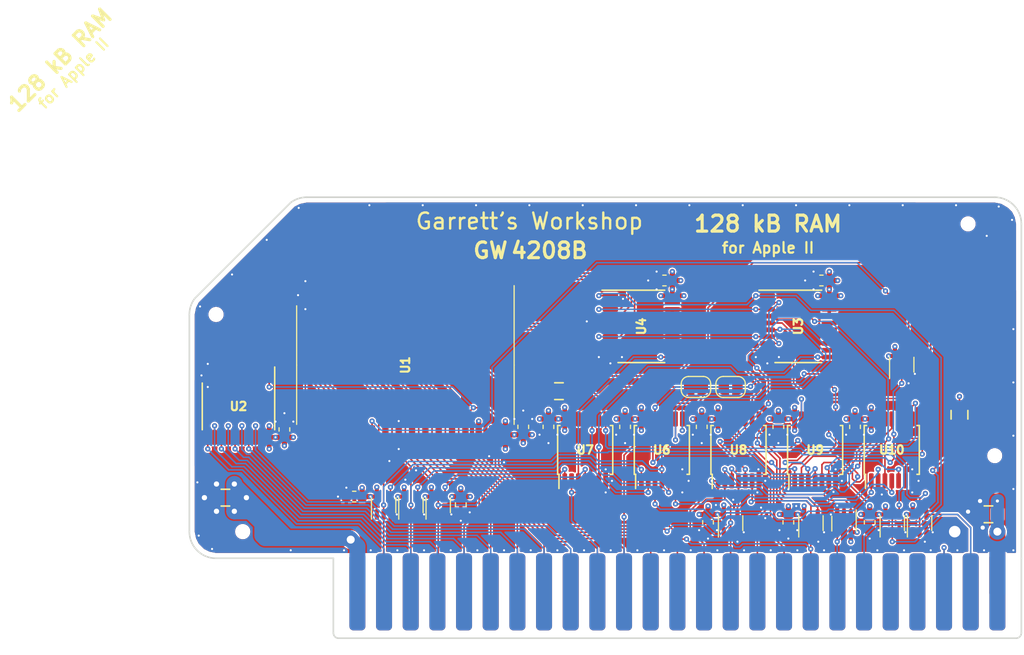
<source format=kicad_pcb>
(kicad_pcb (version 20171130) (host pcbnew "(5.1.5-0-10_14)")
  (layers (0 F.Cu signal) (1 In1.Cu power) (2 In2.Cu signal) (31 B.Cu power) (34 B.Paste user) (35 F.Paste user) (36 B.SilkS user) (37 F.SilkS user) (38 B.Mask user) (39 F.Mask user) (44 Edge.Cuts user))
  (net 0 "")
  (net 1 +5V)
  (net 2 GND)
  (net 3 /A4)
  (net 4 /D7)
  (net 5 /D6)
  (net 6 /A8)
  (net 7 /A7)
  (net 8 /A6)
  (net 9 /A5)
  (net 10 /A3)
  (net 11 /A2)
  (net 12 /A1)
  (net 13 /A0)
  (net 14 /A9)
  (net 15 /D1)
  (net 16 /D5)
  (net 17 /D0)
  (net 18 /D2)
  (net 19 /D3)
  (net 20 /D4)
  (net 21 /A10)
  (net 22 +12V)
  (net 23 -12V)
  (net 24 -5V)
  (net 25 /~IOSEL~)
  (net 26 /A11)
  (net 27 /A12)
  (net 28 /A13)
  (net 29 /A14)
  (net 30 /A15)
  (net 31 /~IOSTRB~)
  (net 32 /RDY)
  (net 33 /DMA)
  (net 34 /~NMI~)
  (net 35 /~IRQ~)
  (net 36 /~RES~)
  (net 37 /~INH~)
  (net 38 /COLORREF)
  (net 39 /7M)
  (net 40 /Q3)
  (net 41 /PHI1)
  (net 42 /USER1)
  (net 43 /PHI0)
  (net 44 /~DEVSEL~)
  (net 45 /INTin)
  (net 46 /DMAin)
  (net 47 /VIDSYNC)
  (net 48 /R~CS~)
  (net 49 /RA15)
  (net 50 /RA16)
  (net 51 /RA14)
  (net 52 /RA12)
  (net 53 /RD7)
  (net 54 /RD6)
  (net 55 /RD5)
  (net 56 /RD4)
  (net 57 /RD3)
  (net 58 /RD2)
  (net 59 /RD1)
  (net 60 /RD0)
  (net 61 /BankAB)
  (net 62 /ENWR1)
  (net 63 /ENRD)
  (net 64 /ENWR)
  (net 65 /ENWR1A0)
  (net 66 "Net-(U3-Pad12)")
  (net 67 /~A0XOR1~)
  (net 68 "Net-(U10-Pad1)")
  (net 69 "Net-(U10-Pad2)")
  (net 70 "Net-(U10-Pad4)")
  (net 71 "Net-(U10-Pad5)")
  (net 72 "Net-(U10-Pad10)")
  (net 73 "Net-(U10-Pad9)")
  (net 74 "Net-(U10-Pad8)")
  (net 75 /INHOE)
  (net 76 "Net-(U10-Pad11)")
  (net 77 "Net-(U3-Pad15)")
  (net 78 "Net-(U4-Pad15)")
  (net 79 "Net-(U3-Pad16)")
  (net 80 "Net-(U4-Pad16)")
  (net 81 "Net-(U4-Pad12)")
  (net 82 "Net-(U4-Pad9)")
  (net 83 "Net-(U3-Pad19)")
  (net 84 "Net-(U4-Pad19)")
  (net 85 /~A2~clk)
  (net 86 /A2clk)
  (net 87 /R~W~)
  (net 88 "Net-(JP1-Pad2)")
  (net 89 "Net-(U1-Pad1)")
  (net 90 "Net-(U13-Pad4)")
  (net 91 "Net-(U14-Pad4)")
  (net 92 "Net-(U19-Pad4)")
  (net 93 "Net-(U20-Pad2)")
  (net 94 "Net-(U12-Pad4)")
  (net 95 "Net-(U15-Pad4)")
  (net 96 "Net-(U16-Pad4)")
  (net 97 "Net-(U17-Pad2)")
  (net 98 "Net-(U12-Pad1)")
  (net 99 "Net-(U13-Pad1)")
  (net 100 "Net-(U14-Pad1)")
  (net 101 "Net-(U15-Pad1)")
  (net 102 "Net-(U16-Pad1)")
  (net 103 "Net-(U17-Pad1)")
  (net 104 "Net-(U19-Pad1)")
  (net 105 "Net-(U20-Pad1)")
  (net 106 /DMAout)
  (net 107 "Net-(JP1-Pad1)")
  (net 108 "Net-(U8-Pad11)")
  (net 109 "Net-(U9-Pad10)")
  (module stdpads:C_0603 (layer F.Cu) (at 125 128.65 270)
    (fp_text reference C6)
    (fp_text value 2u2)
    (pad 2 smd roundrect (at 0.75 0 270) (size 0.85 0.95) (layers F.Cu F.Paste F.Mask) (net 2 GND))
    (pad 1 smd roundrect (at -0.75 0 270) (size 0.85 0.95) (layers F.Cu F.Paste F.Mask) (net 1 +5V))
  )
  (module stdpads:C_0603 (layer F.Cu) (at 94.4 119.55 270)
    (fp_text reference C3)
    (fp_text value 2u2)
    (pad 2 smd roundrect (at 0.75 0 270) (size 0.85 0.95) (layers F.Cu F.Paste F.Mask) (net 2 GND))
    (pad 1 smd roundrect (at -0.75 0 270) (size 0.85 0.95) (layers F.Cu F.Paste F.Mask) (net 1 +5V))
  )
  (module stdpads:C_0603 (layer F.Cu) (at 86.05 126.95 270)
    (fp_text reference C6)
    (fp_text value 2u2)
    (pad 1 smd roundrect (at -0.75 0 270) (size 0.85 0.95) (layers F.Cu F.Paste F.Mask) (net 1 +5V))
    (pad 2 smd roundrect (at 0.75 0 270) (size 0.85 0.95) (layers F.Cu F.Paste F.Mask) (net 2 GND))
  )
  (module stdpads:C_0603 (layer F.Cu) (at 75.9 126.2 180)
    (fp_text reference C6)
    (fp_text value 2u2)
    (pad 1 smd roundrect (at -0.75 0 180) (size 0.85 0.95) (layers F.Cu F.Paste F.Mask) (net 1 +5V))
    (pad 2 smd roundrect (at 0.75 0 180) (size 0.85 0.95) (layers F.Cu F.Paste F.Mask) (net 2 GND))
  )
  (module stdpads:C_0603 (layer F.Cu) (at 117.25 128.65 270)
    (fp_text reference C6)
    (fp_text value 2u2)
    (pad 1 smd roundrect (at -0.75 0 270) (size 0.85 0.95) (layers F.Cu F.Paste F.Mask) (net 1 +5V))
    (pad 2 smd roundrect (at 0.75 0 270) (size 0.85 0.95) (layers F.Cu F.Paste F.Mask) (net 2 GND))
  )
  (module stdpads:C_0603 (layer F.Cu) (at 92 119.55 90)
    (fp_text reference C3)
    (fp_text value 2u2)
    (pad 1 smd roundrect (at -0.75 0 90) (size 0.85 0.95) (layers F.Cu F.Paste F.Mask) (net 1 +5V))
    (pad 2 smd roundrect (at 0.75 0 90) (size 0.85 0.95) (layers F.Cu F.Paste F.Mask) (net 2 GND))
  )
  (module stdpads:SOP-32_P1.27mm (layer F.Cu) (at 80.772 113.665 270)
    (fp_text reference U1)
    (fp_text value 621024)
    (fp_text user %R (at 0 0 90) (layer F.SilkS) (effects (font (size 0.8128 0.8128) (thickness 0.2032))))
    (pad 32 smd roundrect (at 6.65 -9.525 270) (size 1.85 0.6) (layers F.Cu F.Paste F.Mask) (net 1 +5V))
    (pad 31 smd roundrect (at 6.65 -8.255 270) (size 1.85 0.6) (layers F.Cu F.Paste F.Mask) (net 28 /A13))
    (pad 30 smd roundrect (at 6.65 -6.985 270) (size 1.85 0.6) (layers F.Cu F.Paste F.Mask) (net 1 +5V))
    (pad 29 smd roundrect (at 6.65 -5.715 270) (size 1.85 0.6) (layers F.Cu F.Paste F.Mask) (net 87 /R~W~))
    (pad 28 smd roundrect (at 6.65 -4.445 270) (size 1.85 0.6) (layers F.Cu F.Paste F.Mask) (net 21 /A10))
    (pad 27 smd roundrect (at 6.65 -3.175 270) (size 1.85 0.6) (layers F.Cu F.Paste F.Mask) (net 6 /A8))
    (pad 26 smd roundrect (at 6.65 -1.905 270) (size 1.85 0.6) (layers F.Cu F.Paste F.Mask) (net 8 /A6))
    (pad 25 smd roundrect (at 6.65 -0.635 270) (size 1.85 0.6) (layers F.Cu F.Paste F.Mask) (net 3 /A4))
    (pad 24 smd roundrect (at 6.65 0.635 270) (size 1.85 0.6) (layers F.Cu F.Paste F.Mask) (net 2 GND))
    (pad 23 smd roundrect (at 6.65 1.905 270) (size 1.85 0.6) (layers F.Cu F.Paste F.Mask) (net 12 /A1))
    (pad 22 smd roundrect (at 6.65 3.175 270) (size 1.85 0.6) (layers F.Cu F.Paste F.Mask) (net 48 /R~CS~))
    (pad 21 smd roundrect (at 6.65 4.445 270) (size 1.85 0.6) (layers F.Cu F.Paste F.Mask) (net 53 /RD7))
    (pad 20 smd roundrect (at 6.65 5.715 270) (size 1.85 0.6) (layers F.Cu F.Paste F.Mask) (net 54 /RD6))
    (pad 19 smd roundrect (at 6.65 6.985 270) (size 1.85 0.6) (layers F.Cu F.Paste F.Mask) (net 55 /RD5))
    (pad 18 smd roundrect (at 6.65 8.255 270) (size 1.85 0.6) (layers F.Cu F.Paste F.Mask) (net 56 /RD4))
    (pad 17 smd roundrect (at 6.65 9.525 270) (size 1.85 0.6) (layers F.Cu F.Paste F.Mask) (net 57 /RD3))
    (pad 16 smd roundrect (at -6.65 9.525 270) (size 1.85 0.6) (layers F.Cu F.Paste F.Mask) (net 2 GND))
    (pad 15 smd roundrect (at -6.65 8.255 270) (size 1.85 0.6) (layers F.Cu F.Paste F.Mask) (net 58 /RD2))
    (pad 14 smd roundrect (at -6.65 6.985 270) (size 1.85 0.6) (layers F.Cu F.Paste F.Mask) (net 59 /RD1))
    (pad 13 smd roundrect (at -6.65 5.715 270) (size 1.85 0.6) (layers F.Cu F.Paste F.Mask) (net 60 /RD0))
    (pad 12 smd roundrect (at -6.65 4.445 270) (size 1.85 0.6) (layers F.Cu F.Paste F.Mask) (net 13 /A0))
    (pad 11 smd roundrect (at -6.65 3.175 270) (size 1.85 0.6) (layers F.Cu F.Paste F.Mask) (net 11 /A2))
    (pad 10 smd roundrect (at -6.65 1.905 270) (size 1.85 0.6) (layers F.Cu F.Paste F.Mask) (net 10 /A3))
    (pad 9 smd roundrect (at -6.65 0.635 270) (size 1.85 0.6) (layers F.Cu F.Paste F.Mask) (net 9 /A5))
    (pad 8 smd roundrect (at -6.65 -0.635 270) (size 1.85 0.6) (layers F.Cu F.Paste F.Mask) (net 7 /A7))
    (pad 7 smd roundrect (at -6.65 -1.905 270) (size 1.85 0.6) (layers F.Cu F.Paste F.Mask) (net 14 /A9))
    (pad 6 smd roundrect (at -6.65 -3.175 270) (size 1.85 0.6) (layers F.Cu F.Paste F.Mask) (net 26 /A11))
    (pad 5 smd roundrect (at -6.65 -4.445 270) (size 1.85 0.6) (layers F.Cu F.Paste F.Mask) (net 52 /RA12))
    (pad 4 smd roundrect (at -6.65 -5.715 270) (size 1.85 0.6) (layers F.Cu F.Paste F.Mask) (net 51 /RA14))
    (pad 3 smd roundrect (at -6.65 -6.985 270) (size 1.85 0.6) (layers F.Cu F.Paste F.Mask) (net 49 /RA15))
    (pad 2 smd roundrect (at -6.65 -8.255 270) (size 1.85 0.6) (layers F.Cu F.Paste F.Mask) (net 50 /RA16))
    (pad 1 smd roundrect (at -6.65 -9.525 270) (size 1.85 0.6) (layers F.Cu F.Paste F.Mask) (net 89 "Net-(U1-Pad1)"))
  )
  (module stdpads:TSSOP-14_4.4x5mm_P0.65mm (layer F.Cu) (at 97.9 121.75)
    (fp_text reference U7)
    (fp_text value 74HCT32PW)
    (fp_text user %R (at 0 0 180) (layer F.SilkS) (effects (font (size 0.8128 0.8128) (thickness 0.2032))))
    (pad 1 smd roundrect (at -1.95 2.95 90) (size 1.45 0.45) (layers F.Cu F.Paste F.Mask) (net 94 "Net-(U12-Pad4)"))
    (pad 2 smd roundrect (at -1.3 2.95 90) (size 1.45 0.45) (layers F.Cu F.Paste F.Mask) (net 44 /~DEVSEL~))
    (pad 3 smd roundrect (at -0.65 2.95 90) (size 1.45 0.45) (layers F.Cu F.Paste F.Mask) (net 86 /A2clk))
    (pad 4 smd roundrect (at 0 2.95 90) (size 1.45 0.45) (layers F.Cu F.Paste F.Mask) (net 11 /A2))
    (pad 5 smd roundrect (at 0.65 2.95 90) (size 1.45 0.45) (layers F.Cu F.Paste F.Mask) (net 44 /~DEVSEL~))
    (pad 6 smd roundrect (at 1.3 2.95 90) (size 1.45 0.45) (layers F.Cu F.Paste F.Mask) (net 85 /~A2~clk))
    (pad 7 smd roundrect (at 1.95 2.95 90) (size 1.45 0.45) (layers F.Cu F.Paste F.Mask) (net 2 GND))
    (pad 8 smd roundrect (at 1.95 -2.95 90) (size 1.45 0.45) (layers F.Cu F.Paste F.Mask) (net 93 "Net-(U20-Pad2)"))
    (pad 9 smd roundrect (at 1.3 -2.95 90) (size 1.45 0.45) (layers F.Cu F.Paste F.Mask) (net 88 "Net-(JP1-Pad2)"))
    (pad 10 smd roundrect (at 0.65 -2.95 90) (size 1.45 0.45) (layers F.Cu F.Paste F.Mask) (net 92 "Net-(U19-Pad4)"))
    (pad 11 smd roundrect (at 0 -2.95 90) (size 1.45 0.45) (layers F.Cu F.Paste F.Mask))
    (pad 12 smd roundrect (at -0.65 -2.95 90) (size 1.45 0.45) (layers F.Cu F.Paste F.Mask))
    (pad 13 smd roundrect (at -1.3 -2.95 90) (size 1.45 0.45) (layers F.Cu F.Paste F.Mask))
    (pad 14 smd roundrect (at -1.95 -2.95 90) (size 1.45 0.45) (layers F.Cu F.Paste F.Mask) (net 1 +5V))
  )
  (module stdpads:TSSOP-14_4.4x5mm_P0.65mm (layer F.Cu) (at 119.8 121.75)
    (fp_text reference U9)
    (fp_text value 74HCT08PW)
    (fp_text user %R (at 0 0 180) (layer F.SilkS) (effects (font (size 0.8128 0.8128) (thickness 0.2032))))
    (pad 1 smd roundrect (at -1.95 2.95 90) (size 1.45 0.45) (layers F.Cu F.Paste F.Mask) (net 108 "Net-(U8-Pad11)"))
    (pad 2 smd roundrect (at -1.3 2.95 90) (size 1.45 0.45) (layers F.Cu F.Paste F.Mask) (net 76 "Net-(U10-Pad11)"))
    (pad 3 smd roundrect (at -0.65 2.95 90) (size 1.45 0.45) (layers F.Cu F.Paste F.Mask) (net 109 "Net-(U9-Pad10)"))
    (pad 4 smd roundrect (at 0 2.95 90) (size 1.45 0.45) (layers F.Cu F.Paste F.Mask) (net 107 "Net-(JP1-Pad1)"))
    (pad 5 smd roundrect (at 0.65 2.95 90) (size 1.45 0.45) (layers F.Cu F.Paste F.Mask) (net 46 /DMAin))
    (pad 6 smd roundrect (at 1.3 2.95 90) (size 1.45 0.45) (layers F.Cu F.Paste F.Mask) (net 97 "Net-(U17-Pad2)"))
    (pad 7 smd roundrect (at 1.95 2.95 90) (size 1.45 0.45) (layers F.Cu F.Paste F.Mask) (net 2 GND))
    (pad 8 smd roundrect (at 1.95 -2.95 90) (size 1.45 0.45) (layers F.Cu F.Paste F.Mask) (net 75 /INHOE))
    (pad 9 smd roundrect (at 1.3 -2.95 90) (size 1.45 0.45) (layers F.Cu F.Paste F.Mask) (net 74 "Net-(U10-Pad8)"))
    (pad 10 smd roundrect (at 0.65 -2.95 90) (size 1.45 0.45) (layers F.Cu F.Paste F.Mask) (net 109 "Net-(U9-Pad10)"))
    (pad 11 smd roundrect (at 0 -2.95 90) (size 1.45 0.45) (layers F.Cu F.Paste F.Mask) (net 73 "Net-(U10-Pad9)"))
    (pad 12 smd roundrect (at -0.65 -2.95 90) (size 1.45 0.45) (layers F.Cu F.Paste F.Mask) (net 63 /ENRD))
    (pad 13 smd roundrect (at -1.3 -2.95 90) (size 1.45 0.45) (layers F.Cu F.Paste F.Mask) (net 87 /R~W~))
    (pad 14 smd roundrect (at -1.95 -2.95 90) (size 1.45 0.45) (layers F.Cu F.Paste F.Mask) (net 1 +5V))
  )
  (module stdpads:C_0603 (layer F.Cu) (at 116.3 119.55 270)
    (fp_text reference C3)
    (fp_text value 2u2)
    (pad 2 smd roundrect (at 0.75 0 270) (size 0.85 0.95) (layers F.Cu F.Paste F.Mask) (net 2 GND))
    (pad 1 smd roundrect (at -0.75 0 270) (size 0.85 0.95) (layers F.Cu F.Paste F.Mask) (net 1 +5V))
  )
  (module stdpads:TSSOP-14_4.4x5mm_P0.65mm (layer F.Cu) (at 127.1 121.75)
    (fp_text reference U10)
    (fp_text value 74HCT32PW)
    (fp_text user %R (at 0 0 180) (layer F.SilkS) (effects (font (size 0.8128 0.8128) (thickness 0.2032))))
    (pad 14 smd roundrect (at -1.95 -2.95 90) (size 1.45 0.45) (layers F.Cu F.Paste F.Mask) (net 1 +5V))
    (pad 13 smd roundrect (at -1.3 -2.95 90) (size 1.45 0.45) (layers F.Cu F.Paste F.Mask) (net 27 /A12))
    (pad 12 smd roundrect (at -0.65 -2.95 90) (size 1.45 0.45) (layers F.Cu F.Paste F.Mask) (net 28 /A13))
    (pad 11 smd roundrect (at 0 -2.95 90) (size 1.45 0.45) (layers F.Cu F.Paste F.Mask) (net 76 "Net-(U10-Pad11)"))
    (pad 10 smd roundrect (at 0.65 -2.95 90) (size 1.45 0.45) (layers F.Cu F.Paste F.Mask) (net 72 "Net-(U10-Pad10)"))
    (pad 9 smd roundrect (at 1.3 -2.95 90) (size 1.45 0.45) (layers F.Cu F.Paste F.Mask) (net 73 "Net-(U10-Pad9)"))
    (pad 8 smd roundrect (at 1.95 -2.95 90) (size 1.45 0.45) (layers F.Cu F.Paste F.Mask) (net 74 "Net-(U10-Pad8)"))
    (pad 7 smd roundrect (at 1.95 2.95 90) (size 1.45 0.45) (layers F.Cu F.Paste F.Mask) (net 2 GND))
    (pad 6 smd roundrect (at 1.3 2.95 90) (size 1.45 0.45) (layers F.Cu F.Paste F.Mask) (net 52 /RA12))
    (pad 5 smd roundrect (at 0.65 2.95 90) (size 1.45 0.45) (layers F.Cu F.Paste F.Mask) (net 71 "Net-(U10-Pad5)"))
    (pad 4 smd roundrect (at 0 2.95 90) (size 1.45 0.45) (layers F.Cu F.Paste F.Mask) (net 70 "Net-(U10-Pad4)"))
    (pad 3 smd roundrect (at -0.65 2.95 90) (size 1.45 0.45) (layers F.Cu F.Paste F.Mask) (net 67 /~A0XOR1~))
    (pad 2 smd roundrect (at -1.3 2.95 90) (size 1.45 0.45) (layers F.Cu F.Paste F.Mask) (net 69 "Net-(U10-Pad2)"))
    (pad 1 smd roundrect (at -1.95 2.95 90) (size 1.45 0.45) (layers F.Cu F.Paste F.Mask) (net 68 "Net-(U10-Pad1)"))
  )
  (module stdpads:C_0603 (layer F.Cu) (at 123.6 119.55 270)
    (fp_text reference C3)
    (fp_text value 2u2)
    (pad 1 smd roundrect (at -0.75 0 270) (size 0.85 0.95) (layers F.Cu F.Paste F.Mask) (net 1 +5V))
    (pad 2 smd roundrect (at 0.75 0 270) (size 0.85 0.95) (layers F.Cu F.Paste F.Mask) (net 2 GND))
  )
  (module stdpads:TSSOP-14_4.4x5mm_P0.65mm (layer F.Cu) (at 112.5 121.75)
    (fp_text reference U8)
    (fp_text value 74HCT08PW)
    (fp_text user %R (at 0 0 180) (layer F.SilkS) (effects (font (size 0.8128 0.8128) (thickness 0.2032))))
    (pad 1 smd roundrect (at -1.95 2.95 90) (size 1.45 0.45) (layers F.Cu F.Paste F.Mask) (net 27 /A12))
    (pad 2 smd roundrect (at -1.3 2.95 90) (size 1.45 0.45) (layers F.Cu F.Paste F.Mask) (net 28 /A13))
    (pad 3 smd roundrect (at -0.65 2.95 90) (size 1.45 0.45) (layers F.Cu F.Paste F.Mask) (net 71 "Net-(U10-Pad5)"))
    (pad 4 smd roundrect (at 0 2.95 90) (size 1.45 0.45) (layers F.Cu F.Paste F.Mask) (net 95 "Net-(U15-Pad4)"))
    (pad 5 smd roundrect (at 0.65 2.95 90) (size 1.45 0.45) (layers F.Cu F.Paste F.Mask) (net 61 /BankAB))
    (pad 6 smd roundrect (at 1.3 2.95 90) (size 1.45 0.45) (layers F.Cu F.Paste F.Mask) (net 70 "Net-(U10-Pad4)"))
    (pad 7 smd roundrect (at 1.95 2.95 90) (size 1.45 0.45) (layers F.Cu F.Paste F.Mask) (net 2 GND))
    (pad 8 smd roundrect (at 1.95 -2.95 90) (size 1.45 0.45) (layers F.Cu F.Paste F.Mask) (net 72 "Net-(U10-Pad10)"))
    (pad 9 smd roundrect (at 1.3 -2.95 90) (size 1.45 0.45) (layers F.Cu F.Paste F.Mask) (net 64 /ENWR))
    (pad 10 smd roundrect (at 0.65 -2.95 90) (size 1.45 0.45) (layers F.Cu F.Paste F.Mask) (net 96 "Net-(U16-Pad4)"))
    (pad 11 smd roundrect (at 0 -2.95 90) (size 1.45 0.45) (layers F.Cu F.Paste F.Mask) (net 108 "Net-(U8-Pad11)"))
    (pad 12 smd roundrect (at -0.65 -2.95 90) (size 1.45 0.45) (layers F.Cu F.Paste F.Mask) (net 30 /A15))
    (pad 13 smd roundrect (at -1.3 -2.95 90) (size 1.45 0.45) (layers F.Cu F.Paste F.Mask) (net 29 /A14))
    (pad 14 smd roundrect (at -1.95 -2.95 90) (size 1.45 0.45) (layers F.Cu F.Paste F.Mask) (net 1 +5V))
  )
  (module stdpads:C_0603 (layer F.Cu) (at 109 119.55 270)
    (fp_text reference C3)
    (fp_text value 2u2)
    (pad 2 smd roundrect (at 0.75 0 270) (size 0.85 0.95) (layers F.Cu F.Paste F.Mask) (net 2 GND))
    (pad 1 smd roundrect (at -0.75 0 270) (size 0.85 0.95) (layers F.Cu F.Paste F.Mask) (net 1 +5V))
  )
  (module stdpads:TSSOP-20_4.4x6.5mm_P0.65mm (layer F.Cu) (at 103.25 109.975 270)
    (fp_text reference U4)
    (fp_text value 74HCT273PW)
    (fp_text user %R (at 0 0 90) (layer F.SilkS) (effects (font (size 0.8128 0.8128) (thickness 0.2032))))
    (pad 20 smd roundrect (at -2.925 -2.95) (size 1.45 0.45) (layers F.Cu F.Paste F.Mask) (net 1 +5V))
    (pad 19 smd roundrect (at -2.275 -2.95) (size 1.45 0.45) (layers F.Cu F.Paste F.Mask) (net 84 "Net-(U4-Pad19)"))
    (pad 18 smd roundrect (at -1.625 -2.95) (size 1.45 0.45) (layers F.Cu F.Paste F.Mask) (net 2 GND))
    (pad 17 smd roundrect (at -0.975 -2.95) (size 1.45 0.45) (layers F.Cu F.Paste F.Mask) (net 2 GND))
    (pad 16 smd roundrect (at -0.325 -2.95) (size 1.45 0.45) (layers F.Cu F.Paste F.Mask) (net 80 "Net-(U4-Pad16)"))
    (pad 15 smd roundrect (at 0.325 -2.95) (size 1.45 0.45) (layers F.Cu F.Paste F.Mask) (net 78 "Net-(U4-Pad15)"))
    (pad 14 smd roundrect (at 0.975 -2.95) (size 1.45 0.45) (layers F.Cu F.Paste F.Mask) (net 2 GND))
    (pad 13 smd roundrect (at 1.625 -2.95) (size 1.45 0.45) (layers F.Cu F.Paste F.Mask) (net 2 GND))
    (pad 12 smd roundrect (at 2.275 -2.95) (size 1.45 0.45) (layers F.Cu F.Paste F.Mask) (net 81 "Net-(U4-Pad12)"))
    (pad 11 smd roundrect (at 2.925 -2.95) (size 1.45 0.45) (layers F.Cu F.Paste F.Mask) (net 86 /A2clk))
    (pad 10 smd roundrect (at 2.925 2.95) (size 1.45 0.45) (layers F.Cu F.Paste F.Mask) (net 2 GND))
    (pad 9 smd roundrect (at 2.275 2.95) (size 1.45 0.45) (layers F.Cu F.Paste F.Mask) (net 82 "Net-(U4-Pad9)"))
    (pad 8 smd roundrect (at 1.625 2.95) (size 1.45 0.45) (layers F.Cu F.Paste F.Mask) (net 2 GND))
    (pad 7 smd roundrect (at 0.975 2.95) (size 1.45 0.45) (layers F.Cu F.Paste F.Mask) (net 13 /A0))
    (pad 6 smd roundrect (at 0.325 2.95) (size 1.45 0.45) (layers F.Cu F.Paste F.Mask) (net 51 /RA14))
    (pad 5 smd roundrect (at -0.325 2.95) (size 1.45 0.45) (layers F.Cu F.Paste F.Mask) (net 49 /RA15))
    (pad 4 smd roundrect (at -0.975 2.95) (size 1.45 0.45) (layers F.Cu F.Paste F.Mask) (net 12 /A1))
    (pad 3 smd roundrect (at -1.625 2.95) (size 1.45 0.45) (layers F.Cu F.Paste F.Mask) (net 10 /A3))
    (pad 2 smd roundrect (at -2.275 2.95) (size 1.45 0.45) (layers F.Cu F.Paste F.Mask) (net 50 /RA16))
    (pad 1 smd roundrect (at -2.925 2.95) (size 1.45 0.45) (layers F.Cu F.Paste F.Mask) (net 36 /~RES~))
  )
  (module stdpads:C_0603 (layer F.Cu) (at 105.45 105.6 180)
    (fp_text reference C4)
    (fp_text value 2u2)
    (pad 1 smd roundrect (at -0.75 0 180) (size 0.85 0.95) (layers F.Cu F.Paste F.Mask) (net 1 +5V))
    (pad 2 smd roundrect (at 0.75 0 180) (size 0.85 0.95) (layers F.Cu F.Paste F.Mask) (net 2 GND))
  )
  (module stdpads:C_0805 (layer F.Cu) (at 136.31 127.889 180)
    (fp_text reference C11)
    (fp_text value 10u)
    (pad 2 smd roundrect (at 0.85 0 180) (size 1.05 1.4) (layers F.Cu F.Paste F.Mask) (net 2 GND))
    (pad 1 smd roundrect (at -0.85 0 180) (size 1.05 1.4) (layers F.Cu F.Paste F.Mask) (net 1 +5V))
  )
  (module stdpads:C_0805 (layer F.Cu) (at 63.63 126.3 180)
    (fp_text reference C12)
    (fp_text value 10u)
    (pad 2 smd roundrect (at 0.85 0 180) (size 1.05 1.4) (layers F.Cu F.Paste F.Mask) (net 2 GND))
    (pad 1 smd roundrect (at -0.85 0 180) (size 1.05 1.4) (layers F.Cu F.Paste F.Mask) (net 22 +12V))
  )
  (module stdpads:PasteHole_1.152mm_NPTH (layer F.Cu) (at 136.906 122.301 270)
    (fp_text reference H5)
    (fp_text value " " hide)
    (pad "" np_thru_hole circle (at 0 0 270) (size 1.152 1.152) (drill 1.152) (layers *.Cu *.Mask))
  )
  (module stdpads:AppleIIBus_Edge (layer F.Cu) (at 106.68 135.382)
    (fp_text reference J1 hide)
    (fp_text value AppleIIBus)
    (pad 26 smd roundrect (at 30.48 -0.1 180) (size 1.524 7.34) (layers B.Cu B.Mask) (net 2 GND))
    (pad 27 smd roundrect (at 27.94 -0.1 180) (size 1.524 7.34) (layers B.Cu B.Mask) (net 46 /DMAin))
    (pad 28 smd roundrect (at 25.4 -0.1 180) (size 1.524 7.34) (layers B.Cu B.Mask) (net 45 /INTin))
    (pad 50 smd roundrect (at -30.48 -0.1 180) (size 1.524 7.34) (layers B.Cu B.Mask) (net 22 +12V))
    (pad 49 smd roundrect (at -27.94 -0.1 180) (size 1.524 7.34) (layers B.Cu B.Mask) (net 17 /D0))
    (pad 48 smd roundrect (at -25.4 -0.1 180) (size 1.524 7.34) (layers B.Cu B.Mask) (net 15 /D1))
    (pad 47 smd roundrect (at -22.86 -0.1 180) (size 1.524 7.34) (layers B.Cu B.Mask) (net 18 /D2))
    (pad 46 smd roundrect (at -20.32 -0.1 180) (size 1.524 7.34) (layers B.Cu B.Mask) (net 19 /D3))
    (pad 45 smd roundrect (at -17.78 -0.1 180) (size 1.524 7.34) (layers B.Cu B.Mask) (net 20 /D4))
    (pad 44 smd roundrect (at -15.24 -0.1 180) (size 1.524 7.34) (layers B.Cu B.Mask) (net 16 /D5))
    (pad 43 smd roundrect (at -12.7 -0.1 180) (size 1.524 7.34) (layers B.Cu B.Mask) (net 5 /D6))
    (pad 42 smd roundrect (at -10.16 -0.1 180) (size 1.524 7.34) (layers B.Cu B.Mask) (net 4 /D7))
    (pad 41 smd roundrect (at -7.62 -0.1 180) (size 1.524 7.34) (layers B.Cu B.Mask) (net 44 /~DEVSEL~))
    (pad 40 smd roundrect (at -5.08 -0.1 180) (size 1.524 7.34) (layers B.Cu B.Mask) (net 43 /PHI0))
    (pad 39 smd roundrect (at -2.54 -0.1 180) (size 1.524 7.34) (layers B.Cu B.Mask) (net 42 /USER1))
    (pad 38 smd roundrect (at 0 -0.1 180) (size 1.524 7.34) (layers B.Cu B.Mask) (net 41 /PHI1))
    (pad 37 smd roundrect (at 2.54 -0.1 180) (size 1.524 7.34) (layers B.Cu B.Mask) (net 40 /Q3))
    (pad 36 smd roundrect (at 5.08 -0.1 180) (size 1.524 7.34) (layers B.Cu B.Mask) (net 39 /7M))
    (pad 35 smd roundrect (at 7.62 -0.1 180) (size 1.524 7.34) (layers B.Cu B.Mask) (net 38 /COLORREF))
    (pad 34 smd roundrect (at 10.16 -0.1 180) (size 1.524 7.34) (layers B.Cu B.Mask) (net 24 -5V))
    (pad 33 smd roundrect (at 12.7 -0.1 180) (size 1.524 7.34) (layers B.Cu B.Mask) (net 23 -12V))
    (pad 32 smd roundrect (at 15.24 -0.1 180) (size 1.524 7.34) (layers B.Cu B.Mask) (net 37 /~INH~))
    (pad 31 smd roundrect (at 17.78 -0.1 180) (size 1.524 7.34) (layers B.Cu B.Mask) (net 36 /~RES~))
    (pad 30 smd roundrect (at 20.32 -0.1 180) (size 1.524 7.34) (layers B.Cu B.Mask) (net 35 /~IRQ~))
    (pad 29 smd roundrect (at 22.86 -0.1 180) (size 1.524 7.34) (layers B.Cu B.Mask) (net 34 /~NMI~))
    (pad 25 smd roundrect (at 30.48 -0.1 180) (size 1.524 7.34) (layers F.Cu F.Mask) (net 1 +5V))
    (pad 24 smd roundrect (at 27.94 -0.1 180) (size 1.524 7.34) (layers F.Cu F.Mask) (net 106 /DMAout))
    (pad 23 smd roundrect (at 25.4 -0.1 180) (size 1.524 7.34) (layers F.Cu F.Mask) (net 45 /INTin))
    (pad 22 smd roundrect (at 22.86 -0.1 180) (size 1.524 7.34) (layers F.Cu F.Mask) (net 33 /DMA))
    (pad 21 smd roundrect (at 20.32 -0.1 180) (size 1.524 7.34) (layers F.Cu F.Mask) (net 32 /RDY))
    (pad 20 smd roundrect (at 17.78 -0.1 180) (size 1.524 7.34) (layers F.Cu F.Mask) (net 31 /~IOSTRB~))
    (pad 19 smd roundrect (at 15.24 -0.1 180) (size 1.524 7.34) (layers F.Cu F.Mask) (net 47 /VIDSYNC))
    (pad 18 smd roundrect (at 12.7 -0.1 180) (size 1.524 7.34) (layers F.Cu F.Mask) (net 87 /R~W~))
    (pad 17 smd roundrect (at 10.16 -0.1 180) (size 1.524 7.34) (layers F.Cu F.Mask) (net 30 /A15))
    (pad 16 smd roundrect (at 7.62 -0.1 180) (size 1.524 7.34) (layers F.Cu F.Mask) (net 29 /A14))
    (pad 15 smd roundrect (at 5.08 -0.1 180) (size 1.524 7.34) (layers F.Cu F.Mask) (net 28 /A13))
    (pad 14 smd roundrect (at 2.54 -0.1 180) (size 1.524 7.34) (layers F.Cu F.Mask) (net 27 /A12))
    (pad 13 smd roundrect (at 0 -0.1 180) (size 1.524 7.34) (layers F.Cu F.Mask) (net 26 /A11))
    (pad 12 smd roundrect (at -2.54 -0.1 180) (size 1.524 7.34) (layers F.Cu F.Mask) (net 21 /A10))
    (pad 11 smd roundrect (at -5.08 -0.1 180) (size 1.524 7.34) (layers F.Cu F.Mask) (net 14 /A9))
    (pad 10 smd roundrect (at -7.62 -0.1 180) (size 1.524 7.34) (layers F.Cu F.Mask) (net 6 /A8))
    (pad 9 smd roundrect (at -10.16 -0.1 180) (size 1.524 7.34) (layers F.Cu F.Mask) (net 7 /A7))
    (pad 8 smd roundrect (at -12.7 -0.1 180) (size 1.524 7.34) (layers F.Cu F.Mask) (net 8 /A6))
    (pad 7 smd roundrect (at -15.24 -0.1 180) (size 1.524 7.34) (layers F.Cu F.Mask) (net 9 /A5))
    (pad 6 smd roundrect (at -17.78 -0.1 180) (size 1.524 7.34) (layers F.Cu F.Mask) (net 3 /A4))
    (pad 5 smd roundrect (at -20.32 -0.1 180) (size 1.524 7.34) (layers F.Cu F.Mask) (net 10 /A3))
    (pad 4 smd roundrect (at -22.86 -0.1 180) (size 1.524 7.34) (layers F.Cu F.Mask) (net 11 /A2))
    (pad 3 smd roundrect (at -25.4 -0.1 180) (size 1.524 7.34) (layers F.Cu F.Mask) (net 12 /A1))
    (pad 2 smd roundrect (at -27.94 -0.1 180) (size 1.524 7.34) (layers F.Cu F.Mask) (net 13 /A0))
    (pad 1 smd roundrect (at -30.48 -0.1 180) (size 1.524 7.34) (layers F.Cu F.Mask) (net 25 /~IOSEL~))
  )
  (module stdpads:Fiducial (layer F.Cu) (at 64.643 107.061 90)
    (fp_text reference FID2 hide)
    (fp_text value Fiducial hide)
    (pad ~ smd circle (at 0 0 90) (size 1 1) (layers F.Cu F.Mask) (clearance 0.575))
  )
  (module stdpads:Fiducial (layer F.Cu) (at 136.906 100.203 270)
    (fp_text reference FID3 hide)
    (fp_text value Fiducial hide)
    (pad ~ smd circle (at 0 0 270) (size 1 1) (layers F.Cu F.Mask) (clearance 0.575))
  )
  (module stdpads:Fiducial (layer F.Cu) (at 62.738 129.54)
    (fp_text reference FID1 hide)
    (fp_text value Fiducial hide)
    (pad ~ smd circle (at 0 0) (size 1 1) (layers F.Cu F.Mask) (clearance 0.575))
  )
  (module stdpads:Fiducial (layer F.Cu) (at 136.906 124.841)
    (fp_text reference FID4 hide)
    (fp_text value Fiducial hide)
    (pad ~ smd circle (at 0 0) (size 1 1) (layers F.Cu F.Mask) (clearance 0.575))
  )
  (module stdpads:PasteHole_1.152mm_NPTH (layer F.Cu) (at 62.738 108.839 90)
    (fp_text reference H2)
    (fp_text value " " hide)
    (pad "" np_thru_hole circle (at 0 0 90) (size 1.152 1.152) (drill 1.152) (layers *.Cu *.Mask))
  )
  (module stdpads:PasteHole_1.152mm_NPTH (layer F.Cu) (at 134.366 100.203 270)
    (fp_text reference H3)
    (fp_text value " " hide)
    (pad "" np_thru_hole circle (at 0 0 270) (size 1.152 1.152) (drill 1.152) (layers *.Cu *.Mask))
  )
  (module stdpads:PasteHole_1.152mm_NPTH (layer F.Cu) (at 65.278 129.54)
    (fp_text reference H1)
    (fp_text value " " hide)
    (pad "" np_thru_hole circle (at 0 0) (size 1.152 1.152) (drill 1.152) (layers *.Cu *.Mask))
  )
  (module stdpads:PasteHole_1.1mm_PTH (layer F.Cu) (at 133.096 129.54)
    (fp_text reference H4)
    (fp_text value " " hide)
    (pad 1 thru_hole circle (at 0 0) (size 2 2) (drill 1.1) (layers *.Cu *.Mask) (net 2 GND))
  )
  (module stdpads:C_0603 (layer F.Cu) (at 101.7 119.55 270)
    (fp_text reference C3)
    (fp_text value 2u2)
    (pad 1 smd roundrect (at -0.75 0 270) (size 0.85 0.95) (layers F.Cu F.Paste F.Mask) (net 1 +5V))
    (pad 2 smd roundrect (at 0.75 0 270) (size 0.85 0.95) (layers F.Cu F.Paste F.Mask) (net 2 GND))
  )
  (module stdpads:C_0603 (layer F.Cu) (at 120.4 105.6 180)
    (fp_text reference C4)
    (fp_text value 2u2)
    (pad 2 smd roundrect (at 0.75 0 180) (size 0.85 0.95) (layers F.Cu F.Paste F.Mask) (net 2 GND))
    (pad 1 smd roundrect (at -0.75 0 180) (size 0.85 0.95) (layers F.Cu F.Paste F.Mask) (net 1 +5V))
  )
  (module stdpads:C_0603 (layer F.Cu) (at 109.6 128.65 270)
    (fp_text reference C6)
    (fp_text value 2u2)
    (pad 2 smd roundrect (at 0.75 0 270) (size 0.85 0.95) (layers F.Cu F.Paste F.Mask) (net 2 GND))
    (pad 1 smd roundrect (at -0.75 0 270) (size 0.85 0.95) (layers F.Cu F.Paste F.Mask) (net 1 +5V))
  )
  (module stdpads:C_0603 (layer F.Cu) (at 69.25 119.8 90)
    (fp_text reference C9)
    (fp_text value 2u2)
    (pad 2 smd roundrect (at 0.75 0 90) (size 0.85 0.95) (layers F.Cu F.Paste F.Mask) (net 2 GND))
    (pad 1 smd roundrect (at -0.75 0 90) (size 0.85 0.95) (layers F.Cu F.Paste F.Mask) (net 1 +5V))
  )
  (module stdpads:R_0805 (layer F.Cu) (at 133.55 118.4 270)
    (fp_text reference R1)
    (fp_text value 3k3)
    (pad 2 smd roundrect (at 0.95 0 270) (size 0.85 1.4) (layers F.Cu F.Paste F.Mask) (net 37 /~INH~))
    (pad 1 smd roundrect (at -0.95 0 270) (size 0.85 1.4) (layers F.Cu F.Paste F.Mask) (net 1 +5V))
  )
  (module stdpads:R_0805 (layer F.Cu) (at 95.4 116.15 180)
    (fp_text reference R2)
    (fp_text value 3k3)
    (pad 1 smd roundrect (at -0.95 0 180) (size 0.85 1.4) (layers F.Cu F.Paste F.Mask) (net 88 "Net-(JP1-Pad2)"))
    (pad 2 smd roundrect (at 0.95 0 180) (size 0.85 1.4) (layers F.Cu F.Paste F.Mask) (net 2 GND))
  )
  (module stdpads:TSSOP-20_4.4x6.5mm_P0.65mm (layer F.Cu) (at 64.875 117.6 180)
    (fp_text reference U2)
    (fp_text value 74HCT245PW)
    (fp_text user %R (at 0 0) (layer F.SilkS) (effects (font (size 0.8128 0.8128) (thickness 0.2032))))
    (pad 1 smd roundrect (at -2.925 2.95 270) (size 1.45 0.45) (layers F.Cu F.Paste F.Mask) (net 87 /R~W~))
    (pad 2 smd roundrect (at -2.275 2.95 270) (size 1.45 0.45) (layers F.Cu F.Paste F.Mask) (net 57 /RD3))
    (pad 3 smd roundrect (at -1.625 2.95 270) (size 1.45 0.45) (layers F.Cu F.Paste F.Mask) (net 56 /RD4))
    (pad 4 smd roundrect (at -0.975 2.95 270) (size 1.45 0.45) (layers F.Cu F.Paste F.Mask) (net 55 /RD5))
    (pad 5 smd roundrect (at -0.325 2.95 270) (size 1.45 0.45) (layers F.Cu F.Paste F.Mask) (net 54 /RD6))
    (pad 6 smd roundrect (at 0.325 2.95 270) (size 1.45 0.45) (layers F.Cu F.Paste F.Mask) (net 53 /RD7))
    (pad 7 smd roundrect (at 0.975 2.95 270) (size 1.45 0.45) (layers F.Cu F.Paste F.Mask) (net 60 /RD0))
    (pad 8 smd roundrect (at 1.625 2.95 270) (size 1.45 0.45) (layers F.Cu F.Paste F.Mask) (net 59 /RD1))
    (pad 9 smd roundrect (at 2.275 2.95 270) (size 1.45 0.45) (layers F.Cu F.Paste F.Mask) (net 58 /RD2))
    (pad 10 smd roundrect (at 2.925 2.95 270) (size 1.45 0.45) (layers F.Cu F.Paste F.Mask) (net 2 GND))
    (pad 11 smd roundrect (at 2.925 -2.95 270) (size 1.45 0.45) (layers F.Cu F.Paste F.Mask) (net 17 /D0))
    (pad 12 smd roundrect (at 2.275 -2.95 270) (size 1.45 0.45) (layers F.Cu F.Paste F.Mask) (net 15 /D1))
    (pad 13 smd roundrect (at 1.625 -2.95 270) (size 1.45 0.45) (layers F.Cu F.Paste F.Mask) (net 18 /D2))
    (pad 14 smd roundrect (at 0.975 -2.95 270) (size 1.45 0.45) (layers F.Cu F.Paste F.Mask) (net 19 /D3))
    (pad 15 smd roundrect (at 0.325 -2.95 270) (size 1.45 0.45) (layers F.Cu F.Paste F.Mask) (net 20 /D4))
    (pad 16 smd roundrect (at -0.325 -2.95 270) (size 1.45 0.45) (layers F.Cu F.Paste F.Mask) (net 16 /D5))
    (pad 17 smd roundrect (at -0.975 -2.95 270) (size 1.45 0.45) (layers F.Cu F.Paste F.Mask) (net 5 /D6))
    (pad 18 smd roundrect (at -1.625 -2.95 270) (size 1.45 0.45) (layers F.Cu F.Paste F.Mask) (net 4 /D7))
    (pad 19 smd roundrect (at -2.275 -2.95 270) (size 1.45 0.45) (layers F.Cu F.Paste F.Mask) (net 48 /R~CS~))
    (pad 20 smd roundrect (at -2.925 -2.95 270) (size 1.45 0.45) (layers F.Cu F.Paste F.Mask) (net 1 +5V))
  )
  (module stdpads:TSSOP-20_4.4x6.5mm_P0.65mm (layer F.Cu) (at 118.2 109.975 270)
    (fp_text reference U3)
    (fp_text value 74HCT273PW)
    (fp_text user %R (at 0 0 90) (layer F.SilkS) (effects (font (size 0.8128 0.8128) (thickness 0.2032))))
    (pad 1 smd roundrect (at -2.925 2.95) (size 1.45 0.45) (layers F.Cu F.Paste F.Mask) (net 36 /~RES~))
    (pad 2 smd roundrect (at -2.275 2.95) (size 1.45 0.45) (layers F.Cu F.Paste F.Mask) (net 61 /BankAB))
    (pad 3 smd roundrect (at -1.625 2.95) (size 1.45 0.45) (layers F.Cu F.Paste F.Mask) (net 10 /A3))
    (pad 4 smd roundrect (at -0.975 2.95) (size 1.45 0.45) (layers F.Cu F.Paste F.Mask) (net 67 /~A0XOR1~))
    (pad 5 smd roundrect (at -0.325 2.95) (size 1.45 0.45) (layers F.Cu F.Paste F.Mask) (net 63 /ENRD))
    (pad 6 smd roundrect (at 0.325 2.95) (size 1.45 0.45) (layers F.Cu F.Paste F.Mask) (net 62 /ENWR1))
    (pad 7 smd roundrect (at 0.975 2.95) (size 1.45 0.45) (layers F.Cu F.Paste F.Mask) (net 13 /A0))
    (pad 8 smd roundrect (at 1.625 2.95) (size 1.45 0.45) (layers F.Cu F.Paste F.Mask) (net 65 /ENWR1A0))
    (pad 9 smd roundrect (at 2.275 2.95) (size 1.45 0.45) (layers F.Cu F.Paste F.Mask) (net 64 /ENWR))
    (pad 10 smd roundrect (at 2.925 2.95) (size 1.45 0.45) (layers F.Cu F.Paste F.Mask) (net 2 GND))
    (pad 11 smd roundrect (at 2.925 -2.95) (size 1.45 0.45) (layers F.Cu F.Paste F.Mask) (net 85 /~A2~clk))
    (pad 12 smd roundrect (at 2.275 -2.95) (size 1.45 0.45) (layers F.Cu F.Paste F.Mask) (net 66 "Net-(U3-Pad12)"))
    (pad 13 smd roundrect (at 1.625 -2.95) (size 1.45 0.45) (layers F.Cu F.Paste F.Mask) (net 2 GND))
    (pad 14 smd roundrect (at 0.975 -2.95) (size 1.45 0.45) (layers F.Cu F.Paste F.Mask) (net 2 GND))
    (pad 15 smd roundrect (at 0.325 -2.95) (size 1.45 0.45) (layers F.Cu F.Paste F.Mask) (net 77 "Net-(U3-Pad15)"))
    (pad 16 smd roundrect (at -0.325 -2.95) (size 1.45 0.45) (layers F.Cu F.Paste F.Mask) (net 79 "Net-(U3-Pad16)"))
    (pad 17 smd roundrect (at -0.975 -2.95) (size 1.45 0.45) (layers F.Cu F.Paste F.Mask) (net 2 GND))
    (pad 18 smd roundrect (at -1.625 -2.95) (size 1.45 0.45) (layers F.Cu F.Paste F.Mask) (net 2 GND))
    (pad 19 smd roundrect (at -2.275 -2.95) (size 1.45 0.45) (layers F.Cu F.Paste F.Mask) (net 83 "Net-(U3-Pad19)"))
    (pad 20 smd roundrect (at -2.925 -2.95) (size 1.45 0.45) (layers F.Cu F.Paste F.Mask) (net 1 +5V))
  )
  (module stdpads:TSSOP-14_4.4x5mm_P0.65mm (layer F.Cu) (at 105.2 121.75)
    (fp_text reference U6)
    (fp_text value 74HCT08PW)
    (fp_text user %R (at 0 0 180) (layer F.SilkS) (effects (font (size 0.8128 0.8128) (thickness 0.2032))))
    (pad 14 smd roundrect (at -1.95 -2.95 90) (size 1.45 0.45) (layers F.Cu F.Paste F.Mask) (net 1 +5V))
    (pad 13 smd roundrect (at -1.3 -2.95 90) (size 1.45 0.45) (layers F.Cu F.Paste F.Mask) (net 43 /PHI0))
    (pad 12 smd roundrect (at -0.65 -2.95 90) (size 1.45 0.45) (layers F.Cu F.Paste F.Mask) (net 75 /INHOE))
    (pad 11 smd roundrect (at 0 -2.95 90) (size 1.45 0.45) (layers F.Cu F.Paste F.Mask) (net 107 "Net-(JP1-Pad1)"))
    (pad 10 smd roundrect (at 0.65 -2.95 90) (size 1.45 0.45) (layers F.Cu F.Paste F.Mask) (net 13 /A0))
    (pad 9 smd roundrect (at 1.3 -2.95 90) (size 1.45 0.45) (layers F.Cu F.Paste F.Mask) (net 62 /ENWR1))
    (pad 8 smd roundrect (at 1.95 -2.95 90) (size 1.45 0.45) (layers F.Cu F.Paste F.Mask) (net 65 /ENWR1A0))
    (pad 7 smd roundrect (at 1.95 2.95 90) (size 1.45 0.45) (layers F.Cu F.Paste F.Mask) (net 2 GND))
    (pad 6 smd roundrect (at 1.3 2.95 90) (size 1.45 0.45) (layers F.Cu F.Paste F.Mask) (net 69 "Net-(U10-Pad2)"))
    (pad 5 smd roundrect (at 0.65 2.95 90) (size 1.45 0.45) (layers F.Cu F.Paste F.Mask) (net 12 /A1))
    (pad 4 smd roundrect (at 0 2.95 90) (size 1.45 0.45) (layers F.Cu F.Paste F.Mask) (net 13 /A0))
    (pad 3 smd roundrect (at -0.65 2.95 90) (size 1.45 0.45) (layers F.Cu F.Paste F.Mask) (net 68 "Net-(U10-Pad1)"))
    (pad 2 smd roundrect (at -1.3 2.95 90) (size 1.45 0.45) (layers F.Cu F.Paste F.Mask) (net 91 "Net-(U14-Pad4)"))
    (pad 1 smd roundrect (at -1.95 2.95 90) (size 1.45 0.45) (layers F.Cu F.Paste F.Mask) (net 90 "Net-(U13-Pad4)"))
  )
  (module stdpads:SOT-353 (layer F.Cu) (at 122.55 128.75 90)
    (fp_text reference U11)
    (fp_text value 74AHCT1G126GW)
    (pad 5 smd roundrect (at -0.85 0.65 270) (size 1 0.4) (layers F.Cu F.Paste F.Mask) (net 1 +5V))
    (pad 4 smd roundrect (at -0.85 -0.65 270) (size 1 0.4) (layers F.Cu F.Paste F.Mask) (net 37 /~INH~))
    (pad 2 smd roundrect (at 0.85 0 270) (size 1 0.4) (layers F.Cu F.Paste F.Mask) (net 2 GND))
    (pad 1 smd roundrect (at 0.85 0.65 270) (size 1 0.4) (layers F.Cu F.Paste F.Mask) (net 75 /INHOE))
    (pad 3 smd roundrect (at 0.85 -0.65 270) (size 1 0.4) (layers F.Cu F.Paste F.Mask) (net 2 GND))
  )
  (module stdpads:SOT-353 (layer F.Cu) (at 83.9 127.05 270)
    (fp_text reference U12)
    (fp_text value 741G04GW)
    (pad 5 smd roundrect (at -0.85 0.65 90) (size 1 0.4) (layers F.Cu F.Paste F.Mask) (net 1 +5V))
    (pad 4 smd roundrect (at -0.85 -0.65 90) (size 1 0.4) (layers F.Cu F.Paste F.Mask) (net 94 "Net-(U12-Pad4)"))
    (pad 2 smd roundrect (at 0.85 0 90) (size 1 0.4) (layers F.Cu F.Paste F.Mask) (net 11 /A2))
    (pad 1 smd roundrect (at 0.85 0.65 90) (size 1 0.4) (layers F.Cu F.Paste F.Mask) (net 98 "Net-(U12-Pad1)"))
    (pad 3 smd roundrect (at 0.85 -0.65 90) (size 1 0.4) (layers F.Cu F.Paste F.Mask) (net 2 GND))
  )
  (module stdpads:SOT-353 (layer F.Cu) (at 78.7 127.05 270)
    (fp_text reference U13)
    (fp_text value 741G04GW)
    (pad 3 smd roundrect (at 0.85 -0.65 90) (size 1 0.4) (layers F.Cu F.Paste F.Mask) (net 2 GND))
    (pad 1 smd roundrect (at 0.85 0.65 90) (size 1 0.4) (layers F.Cu F.Paste F.Mask) (net 99 "Net-(U13-Pad1)"))
    (pad 2 smd roundrect (at 0.85 0 90) (size 1 0.4) (layers F.Cu F.Paste F.Mask) (net 13 /A0))
    (pad 4 smd roundrect (at -0.85 -0.65 90) (size 1 0.4) (layers F.Cu F.Paste F.Mask) (net 90 "Net-(U13-Pad4)"))
    (pad 5 smd roundrect (at -0.85 0.65 90) (size 1 0.4) (layers F.Cu F.Paste F.Mask) (net 1 +5V))
  )
  (module stdpads:SOT-353 (layer F.Cu) (at 81.3 127.05 270)
    (fp_text reference U14)
    (fp_text value 741G04GW)
    (pad 5 smd roundrect (at -0.85 0.65 90) (size 1 0.4) (layers F.Cu F.Paste F.Mask) (net 1 +5V))
    (pad 4 smd roundrect (at -0.85 -0.65 90) (size 1 0.4) (layers F.Cu F.Paste F.Mask) (net 91 "Net-(U14-Pad4)"))
    (pad 2 smd roundrect (at 0.85 0 90) (size 1 0.4) (layers F.Cu F.Paste F.Mask) (net 12 /A1))
    (pad 1 smd roundrect (at 0.85 0.65 90) (size 1 0.4) (layers F.Cu F.Paste F.Mask) (net 100 "Net-(U14-Pad1)"))
    (pad 3 smd roundrect (at 0.85 -0.65 90) (size 1 0.4) (layers F.Cu F.Paste F.Mask) (net 2 GND))
  )
  (module stdpads:SOT-353 (layer F.Cu) (at 111.75 128.75 270)
    (fp_text reference U15)
    (fp_text value 741G04GW)
    (pad 5 smd roundrect (at -0.85 0.65 90) (size 1 0.4) (layers F.Cu F.Paste F.Mask) (net 1 +5V))
    (pad 4 smd roundrect (at -0.85 -0.65 90) (size 1 0.4) (layers F.Cu F.Paste F.Mask) (net 95 "Net-(U15-Pad4)"))
    (pad 2 smd roundrect (at 0.85 0 90) (size 1 0.4) (layers F.Cu F.Paste F.Mask) (net 28 /A13))
    (pad 1 smd roundrect (at 0.85 0.65 90) (size 1 0.4) (layers F.Cu F.Paste F.Mask) (net 101 "Net-(U15-Pad1)"))
    (pad 3 smd roundrect (at 0.85 -0.65 90) (size 1 0.4) (layers F.Cu F.Paste F.Mask) (net 2 GND))
  )
  (module stdpads:SOT-353 (layer F.Cu) (at 119.4 128.75 270)
    (fp_text reference U16)
    (fp_text value 741G04GW)
    (pad 3 smd roundrect (at 0.85 -0.65 90) (size 1 0.4) (layers F.Cu F.Paste F.Mask) (net 2 GND))
    (pad 1 smd roundrect (at 0.85 0.65 90) (size 1 0.4) (layers F.Cu F.Paste F.Mask) (net 102 "Net-(U16-Pad1)"))
    (pad 2 smd roundrect (at 0.85 0 90) (size 1 0.4) (layers F.Cu F.Paste F.Mask) (net 87 /R~W~))
    (pad 4 smd roundrect (at -0.85 -0.65 90) (size 1 0.4) (layers F.Cu F.Paste F.Mask) (net 96 "Net-(U16-Pad4)"))
    (pad 5 smd roundrect (at -0.85 0.65 90) (size 1 0.4) (layers F.Cu F.Paste F.Mask) (net 1 +5V))
  )
  (module stdpads:SOT-353 (layer F.Cu) (at 128.05 113.65 270)
    (fp_text reference U17)
    (fp_text value 741G04GW)
    (pad 3 smd roundrect (at 0.85 -0.65 90) (size 1 0.4) (layers F.Cu F.Paste F.Mask) (net 2 GND))
    (pad 1 smd roundrect (at 0.85 0.65 90) (size 1 0.4) (layers F.Cu F.Paste F.Mask) (net 103 "Net-(U17-Pad1)"))
    (pad 2 smd roundrect (at 0.85 0 90) (size 1 0.4) (layers F.Cu F.Paste F.Mask) (net 97 "Net-(U17-Pad2)"))
    (pad 4 smd roundrect (at -0.85 -0.65 90) (size 1 0.4) (layers F.Cu F.Paste F.Mask) (net 48 /R~CS~))
    (pad 5 smd roundrect (at -0.85 0.65 90) (size 1 0.4) (layers F.Cu F.Paste F.Mask) (net 1 +5V))
  )
  (module stdpads:SOT-353 (layer F.Cu) (at 127.15 128.75 270)
    (fp_text reference U19)
    (fp_text value 741G04GW)
    (pad 3 smd roundrect (at 0.85 -0.65 90) (size 1 0.4) (layers F.Cu F.Paste F.Mask) (net 2 GND))
    (pad 1 smd roundrect (at 0.85 0.65 90) (size 1 0.4) (layers F.Cu F.Paste F.Mask) (net 104 "Net-(U19-Pad1)"))
    (pad 2 smd roundrect (at 0.85 0 90) (size 1 0.4) (layers F.Cu F.Paste F.Mask) (net 46 /DMAin))
    (pad 4 smd roundrect (at -0.85 -0.65 90) (size 1 0.4) (layers F.Cu F.Paste F.Mask) (net 92 "Net-(U19-Pad4)"))
    (pad 5 smd roundrect (at -0.85 0.65 90) (size 1 0.4) (layers F.Cu F.Paste F.Mask) (net 1 +5V))
  )
  (module stdpads:SOT-353 (layer F.Cu) (at 129.75 128.75 270)
    (fp_text reference U20)
    (fp_text value 741G04GW)
    (pad 5 smd roundrect (at -0.85 0.65 90) (size 1 0.4) (layers F.Cu F.Paste F.Mask) (net 1 +5V))
    (pad 4 smd roundrect (at -0.85 -0.65 90) (size 1 0.4) (layers F.Cu F.Paste F.Mask) (net 106 /DMAout))
    (pad 2 smd roundrect (at 0.85 0 90) (size 1 0.4) (layers F.Cu F.Paste F.Mask) (net 93 "Net-(U20-Pad2)"))
    (pad 1 smd roundrect (at 0.85 0.65 90) (size 1 0.4) (layers F.Cu F.Paste F.Mask) (net 105 "Net-(U20-Pad1)"))
    (pad 3 smd roundrect (at 0.85 -0.65 90) (size 1 0.4) (layers F.Cu F.Paste F.Mask) (net 2 GND))
  )
  (module Jumper:SolderJumper-2_P1.3mm_Bridged_RoundedPad1.0x1.5mm (layer F.Cu) (at 108.45 115.75 180)
    (fp_text reference JP1 hide)
    (fp_text value D)
    (fp_poly (pts (xy 0.25 -0.3) (xy -0.25 -0.3) (xy -0.25 0.3) (xy 0.25 0.3)) (layer F.Cu) (width 0))
    (pad 2 smd custom (at 0.65 0 180) (size 1 0.5) (layers F.Cu F.Mask) (net 88 "Net-(JP1-Pad2)") (options (clearance outline) (anchor rect)) (primitives (gr_circle (center 0 0.25) (end 0.5 0.25) (width 0)) (gr_circle (center 0 -0.25) (end 0.5 -0.25) (width 0)) (gr_poly (pts (xy 0 -0.75) (xy -0.5 -0.75) (xy -0.5 0.75) (xy 0 0.75)) (width 0))))
    (pad 1 smd custom (at -0.65 0 180) (size 1 0.5) (layers F.Cu F.Mask) (net 107 "Net-(JP1-Pad1)") (options (clearance outline) (anchor rect)) (primitives (gr_circle (center 0 0.25) (end 0.5 0.25) (width 0)) (gr_circle (center 0 -0.25) (end 0.5 -0.25) (width 0)) (gr_poly (pts (xy 0 -0.75) (xy 0.5 -0.75) (xy 0.5 0.75) (xy 0 0.75)) (width 0))))
  )
  (module Jumper:SolderJumper-2_P1.3mm_Open_RoundedPad1.0x1.5mm (layer F.Cu) (at 111.75 115.75 180)
    (fp_text reference JP2 hide)
    (fp_text value D)
    (pad 1 smd custom (at -0.65 0 180) (size 1 0.5) (layers F.Cu F.Mask) (net 75 /INHOE) (options (clearance outline) (anchor rect)) (primitives (gr_circle (center 0 0.25) (end 0.5 0.25) (width 0)) (gr_circle (center 0 -0.25) (end 0.5 -0.25) (width 0)) (gr_poly (pts (xy 0 -0.75) (xy 0.5 -0.75) (xy 0.5 0.75) (xy 0 0.75)) (width 0))))
    (pad 2 smd custom (at 0.65 0 180) (size 1 0.5) (layers F.Cu F.Mask) (net 107 "Net-(JP1-Pad1)") (options (clearance outline) (anchor rect)) (primitives (gr_circle (center 0 0.25) (end 0.5 0.25) (width 0)) (gr_circle (center 0 -0.25) (end 0.5 -0.25) (width 0)) (gr_poly (pts (xy 0 -0.75) (xy -0.5 -0.75) (xy -0.5 0.75) (xy 0 0.75)) (width 0))))
  )
  (gr_text "for Apple II" (at 115.316 102.489) (layer F.SilkS) (effects (font (size 1.016 1.016) (thickness 0.2032))))
  (gr_text 4208B (at 90.678 102.743) (layer F.SilkS) (effects (font (size 1.5 1.5) (thickness 0.3)) (justify left)))
  (gr_text GW (at 90.678 102.743) (layer F.SilkS) (effects (font (size 1.5 1.5) (thickness 0.3)) (justify right)))
  (gr_text "128 kB RAM" (at 115.316 100.203) (layer F.SilkS) (effects (font (size 1.524 1.524) (thickness 0.3))))
  (gr_text "Garrett’s Workshop" (at 92.583 99.949) (layer F.SilkS) (effects (font (size 1.524 1.524) (thickness 0.225))))
  (gr_text "128 kB RAM" (at 47.879 84.582 45) (layer F.SilkS) (effects (font (size 1.4 1.4) (thickness 0.3))))
  (gr_text "for Apple II" (at 49.149 85.852 45) (layer F.SilkS) (effects (font (size 1.016 1.016) (thickness 0.2))))
  (gr_line (start 139.446 100.203) (end 139.446 132.08) (layer Edge.Cuts) (width 0.15))
  (gr_line (start 60.706001 107.314999) (end 69.85 98.171) (layer Edge.Cuts) (width 0.15))
  (gr_line (start 60.198 108.839) (end 60.198 129.54) (layer Edge.Cuts) (width 0.15))
  (gr_arc (start 71.374 100.203) (end 71.374 97.663) (angle -36.86989765) (layer Edge.Cuts) (width 0.15))
  (gr_line (start 71.374 97.663) (end 136.906 97.663) (layer Edge.Cuts) (width 0.15))
  (gr_line (start 62.738 132.08) (end 73.914 132.08) (layer Edge.Cuts) (width 0.15))
  (gr_arc (start 62.738 108.839) (end 60.198 108.839) (angle 36.86992923) (layer Edge.Cuts) (width 0.15))
  (gr_arc (start 136.906 100.203) (end 139.446 100.203) (angle -90) (layer Edge.Cuts) (width 0.15))
  (gr_line (start 139.446 132.08) (end 139.446 139.192) (layer Edge.Cuts) (width 0.15))
  (gr_arc (start 62.738 129.54) (end 60.198 129.54) (angle -90) (layer Edge.Cuts) (width 0.15))
  (gr_line (start 73.914 132.08) (end 73.914 139.192) (layer Edge.Cuts) (width 0.15))
  (gr_arc (start 138.938 139.192) (end 138.938 139.7) (angle -90) (layer Edge.Cuts) (width 0.15))
  (gr_arc (start 74.422 139.192) (end 73.914 139.192) (angle -90) (layer Edge.Cuts) (width 0.15))
  (gr_line (start 138.938 139.7) (end 74.422 139.7) (layer Edge.Cuts) (width 0.15))
  (via (at 137.16 129.54) (size 1.524) (drill 0.762) (layers F.Cu B.Cu) (net 1))
  (segment (start 137.16 135.382) (end 137.16 129.54) (width 1.524) (layer F.Cu) (net 1))
  (via (at 137.16 126.619) (size 0.6) (drill 0.3) (layers F.Cu B.Cu) (net 1))
  (segment (start 137.16 127.889) (end 137.16 126.619) (width 0.762) (layer F.Cu) (net 1))
  (segment (start 137.16 127.889) (end 137.16 129.54) (width 0.762) (layer F.Cu) (net 1))
  (segment (start 137.16 129.54) (end 137.16 126.619) (width 1.27) (layer B.Cu) (net 1))
  (segment (start 137.16 126.619) (end 137.287 126.492) (width 1.016) (layer B.Cu) (net 1))
  (via (at 90.297 118.999) (size 0.5) (drill 0.2) (layers F.Cu B.Cu) (net 1))
  (segment (start 90.297 120.315) (end 90.297 118.999) (width 0.5) (layer F.Cu) (net 1))
  (via (at 87.757 118.999) (size 0.5) (drill 0.2) (layers F.Cu B.Cu) (net 1))
  (segment (start 87.757 120.315) (end 87.757 118.999) (width 0.5) (layer F.Cu) (net 1))
  (via (at 90.297 121.666) (size 0.5) (drill 0.2) (layers F.Cu B.Cu) (net 1))
  (segment (start 90.297 120.315) (end 90.297 121.666) (width 0.5) (layer F.Cu) (net 1))
  (via (at 121.15 106.45) (size 0.5) (drill 0.2) (layers F.Cu B.Cu) (net 1))
  (segment (start 121.15 107.05) (end 121.15 106.45) (width 0.45) (layer F.Cu) (net 1))
  (segment (start 121.15 105.6) (end 121.15 106.45) (width 0.5) (layer F.Cu) (net 1))
  (via (at 121.15 104.75) (size 0.5) (drill 0.2) (layers F.Cu B.Cu) (net 1))
  (segment (start 121.15 105.6) (end 121.15 104.75) (width 0.5) (layer F.Cu) (net 1))
  (via (at 121.95 105.6) (size 0.5) (drill 0.2) (layers F.Cu B.Cu) (net 1))
  (segment (start 121.15 105.6) (end 121.95 105.6) (width 0.5) (layer F.Cu) (net 1))
  (via (at 120.05 107.05) (size 0.5) (drill 0.2) (layers F.Cu B.Cu) (net 1))
  (segment (start 121.15 107.05) (end 120.05 107.05) (width 0.45) (layer F.Cu) (net 1))
  (via (at 122.25 107.05) (size 0.5) (drill 0.2) (layers F.Cu B.Cu) (net 1))
  (segment (start 121.15 107.05) (end 122.25 107.05) (width 0.45) (layer F.Cu) (net 1))
  (segment (start 106.2 105.6) (end 106.2 106.45) (width 0.5) (layer F.Cu) (net 1))
  (via (at 106.2 106.45) (size 0.5) (drill 0.2) (layers F.Cu B.Cu) (net 1))
  (segment (start 106.2 107.05) (end 106.2 106.45) (width 0.45) (layer F.Cu) (net 1))
  (via (at 106.2 104.75) (size 0.5) (drill 0.2) (layers F.Cu B.Cu) (net 1))
  (segment (start 106.2 105.6) (end 106.2 104.75) (width 0.5) (layer F.Cu) (net 1))
  (segment (start 106.2 107.05) (end 105.1 107.05) (width 0.45) (layer F.Cu) (net 1))
  (via (at 105.1 107.05) (size 0.5) (drill 0.2) (layers F.Cu B.Cu) (net 1))
  (via (at 107 105.6) (size 0.5) (drill 0.2) (layers F.Cu B.Cu) (net 1))
  (segment (start 106.2 105.6) (end 107 105.6) (width 0.5) (layer F.Cu) (net 1))
  (segment (start 106.2 107.05) (end 107.3 107.05) (width 0.45) (layer F.Cu) (net 1))
  (via (at 107.3 107.05) (size 0.5) (drill 0.2) (layers F.Cu B.Cu) (net 1))
  (via (at 103.25 117.7) (size 0.5) (drill 0.2) (layers F.Cu B.Cu) (net 1))
  (segment (start 103.25 118.8) (end 103.25 117.7) (width 0.45) (layer F.Cu) (net 1))
  (via (at 102.65 118.8) (size 0.5) (drill 0.2) (layers F.Cu B.Cu) (net 1))
  (segment (start 103.25 118.8) (end 102.65 118.8) (width 0.45) (layer F.Cu) (net 1))
  (via (at 103.25 119.9) (size 0.5) (drill 0.2) (layers F.Cu B.Cu) (net 1))
  (segment (start 103.25 118.8) (end 103.25 119.9) (width 0.45) (layer F.Cu) (net 1))
  (segment (start 101.7 118.8) (end 102.65 118.8) (width 0.5) (layer F.Cu) (net 1))
  (via (at 101.7 118) (size 0.5) (drill 0.2) (layers F.Cu B.Cu) (net 1))
  (segment (start 101.7 118.8) (end 101.7 118) (width 0.5) (layer F.Cu) (net 1))
  (via (at 100.85 118.8) (size 0.5) (drill 0.2) (layers F.Cu B.Cu) (net 1))
  (segment (start 101.7 118.8) (end 100.85 118.8) (width 0.5) (layer F.Cu) (net 1))
  (via (at 109.95 118.8) (size 0.5) (drill 0.2) (layers F.Cu B.Cu) (net 1))
  (segment (start 110.55 118.8) (end 109.95 118.8) (width 0.45) (layer F.Cu) (net 1))
  (via (at 108.15 118.8) (size 0.5) (drill 0.2) (layers F.Cu B.Cu) (net 1))
  (segment (start 109 118.8) (end 109 118) (width 0.5) (layer F.Cu) (net 1))
  (segment (start 109 118.8) (end 108.15 118.8) (width 0.5) (layer F.Cu) (net 1))
  (via (at 109 118) (size 0.5) (drill 0.2) (layers F.Cu B.Cu) (net 1))
  (segment (start 110.55 118.8) (end 110.55 117.7) (width 0.45) (layer F.Cu) (net 1))
  (via (at 110.55 119.9) (size 0.5) (drill 0.2) (layers F.Cu B.Cu) (net 1))
  (via (at 110.55 117.7) (size 0.5) (drill 0.2) (layers F.Cu B.Cu) (net 1))
  (segment (start 110.55 118.8) (end 110.55 119.9) (width 0.45) (layer F.Cu) (net 1))
  (segment (start 109 118.8) (end 109.95 118.8) (width 0.5) (layer F.Cu) (net 1))
  (via (at 68.4 120.55) (size 0.5) (drill 0.2) (layers F.Cu B.Cu) (net 1))
  (segment (start 67.8 120.55) (end 68.4 120.55) (width 0.45) (layer F.Cu) (net 1))
  (via (at 67.8 119.45) (size 0.5) (drill 0.2) (layers F.Cu B.Cu) (net 1))
  (segment (start 67.8 120.55) (end 67.8 119.45) (width 0.45) (layer F.Cu) (net 1))
  (via (at 67.8 121.65) (size 0.5) (drill 0.2) (layers F.Cu B.Cu) (net 1))
  (segment (start 67.8 120.55) (end 67.8 121.65) (width 0.45) (layer F.Cu) (net 1))
  (segment (start 69.25 120.55) (end 68.4 120.55) (width 0.5) (layer F.Cu) (net 1))
  (via (at 69.25 121.35) (size 0.5) (drill 0.2) (layers F.Cu B.Cu) (net 1))
  (segment (start 69.25 120.55) (end 69.25 121.35) (width 0.5) (layer F.Cu) (net 1))
  (via (at 70.1 120.55) (size 0.5) (drill 0.2) (layers F.Cu B.Cu) (net 1))
  (segment (start 69.25 120.55) (end 70.1 120.55) (width 0.5) (layer F.Cu) (net 1))
  (via (at 78.05 125.3) (size 0.5) (drill 0.2) (layers F.Cu B.Cu) (net 1))
  (segment (start 78.05 126.2) (end 78.05 125.3) (width 0.4) (layer F.Cu) (net 1))
  (via (at 77.45 126.2) (size 0.5) (drill 0.2) (layers F.Cu B.Cu) (net 1))
  (segment (start 78.05 126.2) (end 77.45 126.2) (width 0.4) (layer F.Cu) (net 1))
  (via (at 80.65 125.3) (size 0.5) (drill 0.2) (layers F.Cu B.Cu) (net 1))
  (segment (start 80.65 126.2) (end 80.65 125.3) (width 0.4) (layer F.Cu) (net 1))
  (via (at 83.25 125.3) (size 0.5) (drill 0.2) (layers F.Cu B.Cu) (net 1))
  (segment (start 83.25 126.2) (end 83.25 125.3) (width 0.4) (layer F.Cu) (net 1))
  (via (at 82.65 126.2) (size 0.5) (drill 0.2) (layers F.Cu B.Cu) (net 1))
  (segment (start 83.25 126.2) (end 82.65 126.2) (width 0.4) (layer F.Cu) (net 1))
  (via (at 80.05 126.2) (size 0.5) (drill 0.2) (layers F.Cu B.Cu) (net 1))
  (segment (start 80.65 126.2) (end 80.05 126.2) (width 0.4) (layer F.Cu) (net 1))
  (via (at 117.25 118.8) (size 0.5) (drill 0.2) (layers F.Cu B.Cu) (net 1))
  (segment (start 117.85 118.8) (end 117.25 118.8) (width 0.45) (layer F.Cu) (net 1))
  (via (at 125.15 119.9) (size 0.5) (drill 0.2) (layers F.Cu B.Cu) (net 1))
  (segment (start 125.15 118.8) (end 124.55 118.8) (width 0.45) (layer F.Cu) (net 1))
  (segment (start 125.15 118.8) (end 125.15 117.7) (width 0.45) (layer F.Cu) (net 1))
  (segment (start 123.6 118.8) (end 123.6 118) (width 0.5) (layer F.Cu) (net 1))
  (via (at 122.75 118.8) (size 0.5) (drill 0.2) (layers F.Cu B.Cu) (net 1))
  (segment (start 125.15 118.8) (end 125.15 119.9) (width 0.45) (layer F.Cu) (net 1))
  (segment (start 123.6 118.8) (end 122.75 118.8) (width 0.5) (layer F.Cu) (net 1))
  (via (at 124.55 118.8) (size 0.5) (drill 0.2) (layers F.Cu B.Cu) (net 1))
  (via (at 123.6 118) (size 0.5) (drill 0.2) (layers F.Cu B.Cu) (net 1))
  (via (at 125.15 117.7) (size 0.5) (drill 0.2) (layers F.Cu B.Cu) (net 1))
  (segment (start 123.6 118.8) (end 124.55 118.8) (width 0.5) (layer F.Cu) (net 1))
  (via (at 115.45 118.8) (size 0.5) (drill 0.2) (layers F.Cu B.Cu) (net 1))
  (segment (start 116.3 118.8) (end 116.3 118) (width 0.5) (layer F.Cu) (net 1))
  (segment (start 116.3 118.8) (end 115.45 118.8) (width 0.5) (layer F.Cu) (net 1))
  (via (at 116.3 118) (size 0.5) (drill 0.2) (layers F.Cu B.Cu) (net 1))
  (segment (start 117.85 118.8) (end 117.85 117.7) (width 0.45) (layer F.Cu) (net 1))
  (via (at 117.85 119.9) (size 0.5) (drill 0.2) (layers F.Cu B.Cu) (net 1))
  (via (at 117.85 117.7) (size 0.5) (drill 0.2) (layers F.Cu B.Cu) (net 1))
  (segment (start 117.85 118.8) (end 117.85 119.9) (width 0.45) (layer F.Cu) (net 1))
  (segment (start 116.3 118.8) (end 117.25 118.8) (width 0.5) (layer F.Cu) (net 1))
  (via (at 95.35 118.8) (size 0.5) (drill 0.2) (layers F.Cu B.Cu) (net 1))
  (segment (start 95.95 118.8) (end 95.35 118.8) (width 0.45) (layer F.Cu) (net 1))
  (segment (start 95.95 118.8) (end 95.95 117.7) (width 0.45) (layer F.Cu) (net 1))
  (via (at 95.95 119.9) (size 0.5) (drill 0.2) (layers F.Cu B.Cu) (net 1))
  (via (at 95.95 117.7) (size 0.5) (drill 0.2) (layers F.Cu B.Cu) (net 1))
  (segment (start 95.95 118.8) (end 95.95 119.9) (width 0.45) (layer F.Cu) (net 1))
  (via (at 111.1 127) (size 0.5) (drill 0.2) (layers F.Cu B.Cu) (net 1))
  (segment (start 111.1 127.9) (end 111.1 127) (width 0.4) (layer F.Cu) (net 1))
  (via (at 110.5 127.9) (size 0.5) (drill 0.2) (layers F.Cu B.Cu) (net 1))
  (segment (start 111.1 127.9) (end 110.5 127.9) (width 0.4) (layer F.Cu) (net 1))
  (via (at 118.15 127.9) (size 0.5) (drill 0.2) (layers F.Cu B.Cu) (net 1))
  (segment (start 118.75 127.9) (end 118.15 127.9) (width 0.4) (layer F.Cu) (net 1))
  (via (at 123.8 129.6) (size 0.5) (drill 0.2) (layers F.Cu B.Cu) (net 1))
  (segment (start 123.2 129.6) (end 123.8 129.6) (width 0.4) (layer F.Cu) (net 1))
  (segment (start 91.135 120.315) (end 90.297 120.315) (width 0.5) (layer F.Cu) (net 1))
  (segment (start 91.15 120.3) (end 91.135 120.315) (width 0.5) (layer F.Cu) (net 1))
  (via (at 91.15 120.3) (size 0.5) (drill 0.2) (layers F.Cu B.Cu) (net 1))
  (segment (start 92 120.3) (end 91.15 120.3) (width 0.5) (layer F.Cu) (net 1))
  (via (at 92 121.1) (size 0.5) (drill 0.2) (layers F.Cu B.Cu) (net 1))
  (segment (start 92 120.3) (end 92 121.1) (width 0.5) (layer F.Cu) (net 1))
  (via (at 92.85 120.3) (size 0.5) (drill 0.2) (layers F.Cu B.Cu) (net 1))
  (segment (start 92 120.3) (end 92.85 120.3) (width 0.5) (layer F.Cu) (net 1))
  (segment (start 109.6 127.9) (end 110.5 127.9) (width 0.5) (layer F.Cu) (net 1))
  (via (at 108.75 127.9) (size 0.5) (drill 0.2) (layers F.Cu B.Cu) (net 1))
  (segment (start 109.6 127.9) (end 108.75 127.9) (width 0.5) (layer F.Cu) (net 1))
  (via (at 109.6 127.1) (size 0.5) (drill 0.2) (layers F.Cu B.Cu) (net 1))
  (segment (start 109.6 127.9) (end 109.6 127.1) (width 0.5) (layer F.Cu) (net 1))
  (segment (start 117.25 127.9) (end 118.15 127.9) (width 0.5) (layer F.Cu) (net 1))
  (segment (start 117.25 127.9) (end 117.25 127.1) (width 0.5) (layer F.Cu) (net 1))
  (segment (start 117.25 127.9) (end 116.4 127.9) (width 0.5) (layer F.Cu) (net 1))
  (via (at 116.4 127.9) (size 0.5) (drill 0.2) (layers F.Cu B.Cu) (net 1))
  (via (at 117.25 127.1) (size 0.5) (drill 0.2) (layers F.Cu B.Cu) (net 1))
  (segment (start 76.65 126.2) (end 77.45 126.2) (width 0.5) (layer F.Cu) (net 1))
  (via (at 76.65 125.35) (size 0.5) (drill 0.2) (layers F.Cu B.Cu) (net 1))
  (segment (start 76.65 126.2) (end 76.65 125.35) (width 0.5) (layer F.Cu) (net 1))
  (segment (start 86.05 126.2) (end 86.95 126.2) (width 0.5) (layer F.Cu) (net 1))
  (via (at 86.95 126.2) (size 0.5) (drill 0.2) (layers F.Cu B.Cu) (net 1))
  (segment (start 86.05 126.2) (end 86.05 125.4) (width 0.5) (layer F.Cu) (net 1))
  (segment (start 86.05 126.2) (end 85.2 126.2) (width 0.5) (layer F.Cu) (net 1))
  (via (at 85.2 126.2) (size 0.5) (drill 0.2) (layers F.Cu B.Cu) (net 1))
  (via (at 86.05 125.4) (size 0.5) (drill 0.2) (layers F.Cu B.Cu) (net 1))
  (segment (start 94.4 118.8) (end 95.35 118.8) (width 0.5) (layer F.Cu) (net 1))
  (segment (start 94.4 118.8) (end 94.4 118) (width 0.5) (layer F.Cu) (net 1))
  (segment (start 94.4 118.8) (end 93.55 118.8) (width 0.5) (layer F.Cu) (net 1))
  (via (at 94.4 118) (size 0.5) (drill 0.2) (layers F.Cu B.Cu) (net 1))
  (via (at 93.55 118.8) (size 0.5) (drill 0.2) (layers F.Cu B.Cu) (net 1))
  (via (at 123.2 130.5) (size 0.5) (drill 0.2) (layers F.Cu B.Cu) (net 1))
  (segment (start 123.2 129.6) (end 123.2 130.5) (width 0.4) (layer F.Cu) (net 1))
  (via (at 129.1 127) (size 0.5) (drill 0.2) (layers F.Cu B.Cu) (net 1))
  (segment (start 129.1 127.9) (end 129.1 127) (width 0.4) (layer F.Cu) (net 1))
  (via (at 128.5 127.9) (size 0.5) (drill 0.2) (layers F.Cu B.Cu) (net 1))
  (segment (start 129.1 127.9) (end 128.5 127.9) (width 0.4) (layer F.Cu) (net 1))
  (via (at 125.9 127.9) (size 0.5) (drill 0.2) (layers F.Cu B.Cu) (net 1))
  (segment (start 126.5 127.9) (end 125.9 127.9) (width 0.4) (layer F.Cu) (net 1))
  (segment (start 125 127.9) (end 125.9 127.9) (width 0.5) (layer F.Cu) (net 1))
  (via (at 124.15 127.9) (size 0.5) (drill 0.2) (layers F.Cu B.Cu) (net 1))
  (segment (start 125 127.9) (end 124.15 127.9) (width 0.5) (layer F.Cu) (net 1))
  (via (at 125 127.1) (size 0.5) (drill 0.2) (layers F.Cu B.Cu) (net 1))
  (segment (start 125 127.9) (end 125 127.1) (width 0.5) (layer F.Cu) (net 1))
  (via (at 127.4 111.9) (size 0.5) (drill 0.2) (layers F.Cu B.Cu) (net 1))
  (segment (start 127.4 112.8) (end 127.4 111.9) (width 0.4) (layer F.Cu) (net 1))
  (via (at 126.8 112.8) (size 0.5) (drill 0.2) (layers F.Cu B.Cu) (net 1))
  (segment (start 127.4 112.8) (end 126.8 112.8) (width 0.4) (layer F.Cu) (net 1))
  (via (at 133.55 116.65) (size 0.5) (drill 0.2) (layers F.Cu B.Cu) (net 1))
  (segment (start 133.55 117.45) (end 133.55 116.65) (width 0.15) (layer F.Cu) (net 1))
  (segment (start 118.75 127.9) (end 118.75 127.1) (width 0.4) (layer F.Cu) (net 1))
  (via (at 118.75 127.1) (size 0.5) (drill 0.2) (layers F.Cu B.Cu) (net 1))
  (segment (start 126.5 127.9) (end 126.5 127.1) (width 0.4) (layer F.Cu) (net 1))
  (via (at 126.5 127.1) (size 0.5) (drill 0.2) (layers F.Cu B.Cu) (net 1))
  (via (at 61.214 108.077) (size 0.5) (drill 0.2) (layers F.Cu B.Cu) (net 2))
  (via (at 60.96 124.841) (size 0.5) (drill 0.2) (layers F.Cu B.Cu) (net 2))
  (via (at 117.983 98.425) (size 0.5) (drill 0.2) (layers F.Cu B.Cu) (net 2))
  (via (at 112.903 98.425) (size 0.5) (drill 0.2) (layers F.Cu B.Cu) (net 2))
  (via (at 107.823 98.425) (size 0.5) (drill 0.2) (layers F.Cu B.Cu) (net 2))
  (via (at 102.743 98.425) (size 0.5) (drill 0.2) (layers F.Cu B.Cu) (net 2))
  (via (at 97.663 98.425) (size 0.5) (drill 0.2) (layers F.Cu B.Cu) (net 2))
  (via (at 92.583 98.425) (size 0.5) (drill 0.2) (layers F.Cu B.Cu) (net 2))
  (via (at 62.357 131.191) (size 0.5) (drill 0.2) (layers F.Cu B.Cu) (net 2))
  (via (at 61.087 129.921) (size 0.5) (drill 0.2) (layers F.Cu B.Cu) (net 2))
  (via (at 138.557 99.822) (size 0.5) (drill 0.2) (layers F.Cu B.Cu) (net 2))
  (via (at 137.287 98.552) (size 0.5) (drill 0.2) (layers F.Cu B.Cu) (net 2))
  (via (at 102.87 131.318) (size 0.5) (drill 0.2) (layers F.Cu B.Cu) (net 2))
  (via (at 105.41 131.318) (size 0.5) (drill 0.2) (layers F.Cu B.Cu) (net 2))
  (via (at 107.95 131.318) (size 0.5) (drill 0.2) (layers F.Cu B.Cu) (net 2))
  (via (at 110.49 131.318) (size 0.5) (drill 0.2) (layers F.Cu B.Cu) (net 2))
  (via (at 113.03 131.318) (size 0.5) (drill 0.2) (layers F.Cu B.Cu) (net 2))
  (via (at 115.57 131.318) (size 0.5) (drill 0.2) (layers F.Cu B.Cu) (net 2))
  (via (at 118.11 131.318) (size 0.5) (drill 0.2) (layers F.Cu B.Cu) (net 2))
  (via (at 100.33 131.318) (size 0.5) (drill 0.2) (layers F.Cu B.Cu) (net 2))
  (via (at 77.47 131.318) (size 0.5) (drill 0.2) (layers F.Cu B.Cu) (net 2))
  (via (at 138.684 110.236) (size 0.5) (drill 0.2) (layers F.Cu B.Cu) (net 2))
  (via (at 133.223 98.425) (size 0.5) (drill 0.2) (layers F.Cu B.Cu) (net 2))
  (via (at 128.143 98.425) (size 0.5) (drill 0.2) (layers F.Cu B.Cu) (net 2))
  (via (at 123.063 98.425) (size 0.5) (drill 0.2) (layers F.Cu B.Cu) (net 2))
  (via (at 120.65 131.318) (size 0.5) (drill 0.2) (layers F.Cu B.Cu) (net 2))
  (via (at 125.73 131.318) (size 0.5) (drill 0.2) (layers F.Cu B.Cu) (net 2))
  (via (at 128.27 131.318) (size 0.5) (drill 0.2) (layers F.Cu B.Cu) (net 2))
  (via (at 130.81 131.318) (size 0.5) (drill 0.2) (layers F.Cu B.Cu) (net 2))
  (via (at 133.35 131.318) (size 0.5) (drill 0.2) (layers F.Cu B.Cu) (net 2))
  (via (at 135.89 131.318) (size 0.5) (drill 0.2) (layers F.Cu B.Cu) (net 2))
  (via (at 123.19 131.318) (size 0.5) (drill 0.2) (layers F.Cu B.Cu) (net 2))
  (via (at 138.684 131.318) (size 0.5) (drill 0.2) (layers F.Cu B.Cu) (net 2))
  (via (at 95.25 131.318) (size 0.5) (drill 0.2) (layers F.Cu B.Cu) (net 2))
  (via (at 97.79 131.318) (size 0.5) (drill 0.2) (layers F.Cu B.Cu) (net 2))
  (via (at 92.71 131.318) (size 0.5) (drill 0.2) (layers F.Cu B.Cu) (net 2))
  (via (at 90.17 131.318) (size 0.5) (drill 0.2) (layers F.Cu B.Cu) (net 2))
  (via (at 87.63 131.318) (size 0.5) (drill 0.2) (layers F.Cu B.Cu) (net 2))
  (via (at 87.503 98.425) (size 0.5) (drill 0.2) (layers F.Cu B.Cu) (net 2))
  (segment (start 137.16 135.382) (end 137.16 131.445) (width 1.524) (layer B.Cu) (net 2))
  (via (at 135.509 126.619) (size 0.8) (drill 0.4) (layers F.Cu B.Cu) (net 2))
  (segment (start 135.46 126.668) (end 135.509 126.619) (width 0.762) (layer F.Cu) (net 2))
  (segment (start 135.46 127.889) (end 135.46 126.668) (width 0.762) (layer F.Cu) (net 2))
  (via (at 74.93 131.318) (size 0.5) (drill 0.2) (layers F.Cu B.Cu) (net 2))
  (via (at 82.423 98.425) (size 0.5) (drill 0.2) (layers F.Cu B.Cu) (net 2))
  (via (at 64.262 105.029) (size 0.5) (drill 0.2) (layers F.Cu B.Cu) (net 2))
  (via (at 67.564 101.727) (size 0.5) (drill 0.2) (layers F.Cu B.Cu) (net 2))
  (via (at 138.684 115.316) (size 0.5) (drill 0.2) (layers F.Cu B.Cu) (net 2))
  (via (at 138.684 120.396) (size 0.5) (drill 0.2) (layers F.Cu B.Cu) (net 2))
  (via (at 138.684 125.476) (size 0.5) (drill 0.2) (layers F.Cu B.Cu) (net 2))
  (via (at 82.55 131.318) (size 0.5) (drill 0.2) (layers F.Cu B.Cu) (net 2))
  (via (at 80.01 131.318) (size 0.5) (drill 0.2) (layers F.Cu B.Cu) (net 2))
  (via (at 85.09 131.318) (size 0.5) (drill 0.2) (layers F.Cu B.Cu) (net 2))
  (via (at 62.78 125) (size 1) (drill 0.5) (layers F.Cu B.Cu) (net 2))
  (segment (start 62.78 126.3) (end 62.78 125) (width 1) (layer F.Cu) (net 2))
  (via (at 61.63 126.3) (size 1) (drill 0.5) (layers F.Cu B.Cu) (net 2))
  (segment (start 62.78 126.3) (end 61.63 126.3) (width 1) (layer F.Cu) (net 2))
  (via (at 62.78 127.6) (size 1) (drill 0.5) (layers F.Cu B.Cu) (net 2))
  (segment (start 62.78 126.3) (end 62.78 127.6) (width 1) (layer F.Cu) (net 2))
  (via (at 70.612 98.679) (size 0.5) (drill 0.2) (layers F.Cu B.Cu) (net 2))
  (via (at 136.144 101.346) (size 0.5) (drill 0.2) (layers F.Cu B.Cu) (net 2))
  (via (at 80.137 121.666) (size 0.5) (drill 0.2) (layers F.Cu B.Cu) (net 2))
  (segment (start 80.137 120.315) (end 80.137 121.666) (width 0.5) (layer F.Cu) (net 2))
  (via (at 80.137 118.999) (size 0.5) (drill 0.2) (layers F.Cu B.Cu) (net 2))
  (segment (start 80.137 120.315) (end 80.137 118.999) (width 0.5) (layer F.Cu) (net 2))
  (via (at 71.247 105.664) (size 0.5) (drill 0.2) (layers F.Cu B.Cu) (net 2))
  (segment (start 71.247 107.015) (end 71.247 105.664) (width 0.5) (layer F.Cu) (net 2))
  (via (at 70.5485 106.9975) (size 0.5) (drill 0.2) (layers F.Cu B.Cu) (net 2))
  (segment (start 70.566 107.015) (end 70.5485 106.9975) (width 0.5) (layer F.Cu) (net 2))
  (segment (start 71.247 107.015) (end 70.566 107.015) (width 0.5) (layer F.Cu) (net 2))
  (via (at 71.247 108.331) (size 0.5) (drill 0.2) (layers F.Cu B.Cu) (net 2))
  (segment (start 71.247 107.015) (end 71.247 108.331) (width 0.5) (layer F.Cu) (net 2))
  (via (at 119.65 106.45) (size 0.5) (drill 0.2) (layers F.Cu B.Cu) (net 2))
  (segment (start 119.65 105.6) (end 119.65 106.45) (width 0.5) (layer F.Cu) (net 2))
  (via (at 119.65 104.75) (size 0.5) (drill 0.2) (layers F.Cu B.Cu) (net 2))
  (segment (start 119.65 105.6) (end 119.65 104.75) (width 0.5) (layer F.Cu) (net 2))
  (via (at 118.85 105.6) (size 0.5) (drill 0.2) (layers F.Cu B.Cu) (net 2))
  (segment (start 119.65 105.6) (end 118.85 105.6) (width 0.5) (layer F.Cu) (net 2))
  (via (at 116.35 112.9) (size 0.5) (drill 0.2) (layers F.Cu B.Cu) (net 2))
  (segment (start 115.25 112.9) (end 116.35 112.9) (width 0.45) (layer F.Cu) (net 2))
  (via (at 115.25 113.5) (size 0.5) (drill 0.2) (layers F.Cu B.Cu) (net 2))
  (segment (start 115.25 112.9) (end 115.25 113.5) (width 0.45) (layer F.Cu) (net 2))
  (via (at 114.15 112.9) (size 0.5) (drill 0.2) (layers F.Cu B.Cu) (net 2))
  (segment (start 115.25 112.9) (end 114.15 112.9) (width 0.45) (layer F.Cu) (net 2))
  (segment (start 100.3 112.9) (end 101.4 112.9) (width 0.45) (layer F.Cu) (net 2))
  (segment (start 100.3 112.9) (end 99.2 112.9) (width 0.45) (layer F.Cu) (net 2))
  (segment (start 100.3 112.9) (end 100.3 113.5) (width 0.45) (layer F.Cu) (net 2))
  (via (at 101.4 112.9) (size 0.5) (drill 0.2) (layers F.Cu B.Cu) (net 2))
  (via (at 100.3 113.5) (size 0.5) (drill 0.2) (layers F.Cu B.Cu) (net 2))
  (via (at 99.2 112.9) (size 0.5) (drill 0.2) (layers F.Cu B.Cu) (net 2))
  (via (at 104.7 106.45) (size 0.5) (drill 0.2) (layers F.Cu B.Cu) (net 2))
  (segment (start 104.7 105.6) (end 104.7 106.45) (width 0.5) (layer F.Cu) (net 2))
  (via (at 104.7 104.75) (size 0.5) (drill 0.2) (layers F.Cu B.Cu) (net 2))
  (segment (start 104.7 105.6) (end 104.7 104.75) (width 0.5) (layer F.Cu) (net 2))
  (segment (start 104.7 105.6) (end 103.9 105.6) (width 0.5) (layer F.Cu) (net 2))
  (via (at 103.9 105.6) (size 0.5) (drill 0.2) (layers F.Cu B.Cu) (net 2))
  (via (at 107.15 123.6) (size 0.5) (drill 0.2) (layers F.Cu B.Cu) (net 2))
  (via (at 107.75 124.7) (size 0.5) (drill 0.2) (layers F.Cu B.Cu) (net 2))
  (segment (start 107.15 124.7) (end 107.75 124.7) (width 0.45) (layer F.Cu) (net 2))
  (via (at 107.15 125.8) (size 0.5) (drill 0.2) (layers F.Cu B.Cu) (net 2))
  (segment (start 107.15 124.7) (end 107.15 125.8) (width 0.45) (layer F.Cu) (net 2))
  (segment (start 107.15 124.7) (end 107.15 123.6) (width 0.45) (layer F.Cu) (net 2))
  (via (at 100.85 120.3) (size 0.5) (drill 0.2) (layers F.Cu B.Cu) (net 2))
  (segment (start 101.7 120.3) (end 100.85 120.3) (width 0.5) (layer F.Cu) (net 2))
  (via (at 102.55 120.3) (size 0.5) (drill 0.2) (layers F.Cu B.Cu) (net 2))
  (segment (start 101.7 120.3) (end 102.55 120.3) (width 0.5) (layer F.Cu) (net 2))
  (via (at 101.7 121.1) (size 0.5) (drill 0.2) (layers F.Cu B.Cu) (net 2))
  (segment (start 101.7 120.3) (end 101.7 121.1) (width 0.5) (layer F.Cu) (net 2))
  (via (at 109.85 120.3) (size 0.5) (drill 0.2) (layers F.Cu B.Cu) (net 2))
  (segment (start 109 120.3) (end 109.85 120.3) (width 0.5) (layer F.Cu) (net 2))
  (segment (start 109 120.3) (end 109 121.1) (width 0.5) (layer F.Cu) (net 2))
  (via (at 109 121.1) (size 0.5) (drill 0.2) (layers F.Cu B.Cu) (net 2))
  (via (at 108.15 120.3) (size 0.5) (drill 0.2) (layers F.Cu B.Cu) (net 2))
  (segment (start 109 120.3) (end 108.15 120.3) (width 0.5) (layer F.Cu) (net 2))
  (via (at 61.95 113.55) (size 0.5) (drill 0.2) (layers F.Cu B.Cu) (net 2))
  (segment (start 61.95 114.65) (end 61.95 113.55) (width 0.45) (layer F.Cu) (net 2))
  (via (at 61.35 114.65) (size 0.5) (drill 0.2) (layers F.Cu B.Cu) (net 2))
  (segment (start 61.95 114.65) (end 61.35 114.65) (width 0.45) (layer F.Cu) (net 2))
  (via (at 61.95 115.75) (size 0.5) (drill 0.2) (layers F.Cu B.Cu) (net 2))
  (segment (start 61.95 114.65) (end 61.95 115.75) (width 0.45) (layer F.Cu) (net 2))
  (via (at 68.4 119.05) (size 0.5) (drill 0.2) (layers F.Cu B.Cu) (net 2))
  (segment (start 69.25 119.05) (end 68.4 119.05) (width 0.5) (layer F.Cu) (net 2))
  (via (at 69.25 118.25) (size 0.5) (drill 0.2) (layers F.Cu B.Cu) (net 2))
  (segment (start 69.25 119.05) (end 69.25 118.25) (width 0.5) (layer F.Cu) (net 2))
  (via (at 70.1 119.05) (size 0.5) (drill 0.2) (layers F.Cu B.Cu) (net 2))
  (segment (start 69.25 119.05) (end 70.1 119.05) (width 0.5) (layer F.Cu) (net 2))
  (via (at 79.95 127.9) (size 0.5) (drill 0.2) (layers F.Cu B.Cu) (net 2))
  (segment (start 79.35 127.9) (end 79.95 127.9) (width 0.4) (layer F.Cu) (net 2))
  (via (at 82.55 127.9) (size 0.5) (drill 0.2) (layers F.Cu B.Cu) (net 2))
  (segment (start 81.95 127.9) (end 82.55 127.9) (width 0.4) (layer F.Cu) (net 2))
  (via (at 85.15 127.9) (size 0.5) (drill 0.2) (layers F.Cu B.Cu) (net 2))
  (segment (start 84.55 127.9) (end 85.15 127.9) (width 0.4) (layer F.Cu) (net 2))
  (via (at 121.75 123.6) (size 0.5) (drill 0.2) (layers F.Cu B.Cu) (net 2))
  (segment (start 121.75 124.7) (end 121.75 123.6) (width 0.45) (layer F.Cu) (net 2))
  (via (at 117.15 120.3) (size 0.5) (drill 0.2) (layers F.Cu B.Cu) (net 2))
  (via (at 122.35 124.7) (size 0.5) (drill 0.2) (layers F.Cu B.Cu) (net 2))
  (segment (start 116.3 120.3) (end 117.15 120.3) (width 0.5) (layer F.Cu) (net 2))
  (segment (start 121.75 124.7) (end 122.35 124.7) (width 0.45) (layer F.Cu) (net 2))
  (segment (start 116.3 120.3) (end 116.3 121.1) (width 0.5) (layer F.Cu) (net 2))
  (via (at 116.3 121.1) (size 0.5) (drill 0.2) (layers F.Cu B.Cu) (net 2))
  (via (at 124.45 120.3) (size 0.5) (drill 0.2) (layers F.Cu B.Cu) (net 2))
  (via (at 129.05 123.6) (size 0.5) (drill 0.2) (layers F.Cu B.Cu) (net 2))
  (via (at 122.75 120.3) (size 0.5) (drill 0.2) (layers F.Cu B.Cu) (net 2))
  (segment (start 123.6 120.3) (end 122.75 120.3) (width 0.5) (layer F.Cu) (net 2))
  (via (at 129.65 124.7) (size 0.5) (drill 0.2) (layers F.Cu B.Cu) (net 2))
  (segment (start 129.05 124.7) (end 129.65 124.7) (width 0.45) (layer F.Cu) (net 2))
  (via (at 129.05 125.8) (size 0.5) (drill 0.2) (layers F.Cu B.Cu) (net 2))
  (segment (start 129.05 124.7) (end 129.05 125.8) (width 0.45) (layer F.Cu) (net 2))
  (segment (start 123.6 120.3) (end 124.45 120.3) (width 0.5) (layer F.Cu) (net 2))
  (segment (start 129.05 124.7) (end 129.05 123.6) (width 0.45) (layer F.Cu) (net 2))
  (via (at 115.45 120.3) (size 0.5) (drill 0.2) (layers F.Cu B.Cu) (net 2))
  (segment (start 116.3 120.3) (end 115.45 120.3) (width 0.5) (layer F.Cu) (net 2))
  (via (at 99.85 123.6) (size 0.5) (drill 0.2) (layers F.Cu B.Cu) (net 2))
  (segment (start 99.85 124.7) (end 99.85 125.8) (width 0.45) (layer F.Cu) (net 2))
  (segment (start 99.85 124.7) (end 99.85 123.6) (width 0.45) (layer F.Cu) (net 2))
  (via (at 100.45 124.7) (size 0.5) (drill 0.2) (layers F.Cu B.Cu) (net 2))
  (via (at 99.85 125.8) (size 0.5) (drill 0.2) (layers F.Cu B.Cu) (net 2))
  (segment (start 99.85 124.7) (end 100.45 124.7) (width 0.45) (layer F.Cu) (net 2))
  (via (at 121.3 127.9) (size 0.5) (drill 0.2) (layers F.Cu B.Cu) (net 2))
  (segment (start 121.9 127.9) (end 121.3 127.9) (width 0.4) (layer F.Cu) (net 2))
  (via (at 113 129.6) (size 0.5) (drill 0.2) (layers F.Cu B.Cu) (net 2))
  (segment (start 112.4 129.6) (end 113 129.6) (width 0.4) (layer F.Cu) (net 2))
  (via (at 112.4 130.5) (size 0.5) (drill 0.2) (layers F.Cu B.Cu) (net 2))
  (segment (start 112.4 129.6) (end 112.4 130.5) (width 0.4) (layer F.Cu) (net 2))
  (via (at 120.65 129.6) (size 0.5) (drill 0.2) (layers F.Cu B.Cu) (net 2))
  (segment (start 120.05 129.6) (end 120.65 129.6) (width 0.4) (layer F.Cu) (net 2))
  (via (at 91.15 118.8) (size 0.5) (drill 0.2) (layers F.Cu B.Cu) (net 2))
  (segment (start 92 118.8) (end 91.15 118.8) (width 0.5) (layer F.Cu) (net 2))
  (via (at 92 118) (size 0.5) (drill 0.2) (layers F.Cu B.Cu) (net 2))
  (segment (start 92 118.8) (end 92 118) (width 0.5) (layer F.Cu) (net 2))
  (via (at 92.85 118.8) (size 0.5) (drill 0.2) (layers F.Cu B.Cu) (net 2))
  (segment (start 92 118.8) (end 92.85 118.8) (width 0.5) (layer F.Cu) (net 2))
  (via (at 101.5 107.35) (size 0.5) (drill 0.2) (layers F.Cu B.Cu) (net 2))
  (via (at 110.45 129.4) (size 0.5) (drill 0.2) (layers F.Cu B.Cu) (net 2))
  (segment (start 109.6 129.4) (end 110.45 129.4) (width 0.5) (layer F.Cu) (net 2))
  (via (at 108.75 129.4) (size 0.5) (drill 0.2) (layers F.Cu B.Cu) (net 2))
  (segment (start 109.6 129.4) (end 108.75 129.4) (width 0.5) (layer F.Cu) (net 2))
  (via (at 109.6 130.2) (size 0.5) (drill 0.2) (layers F.Cu B.Cu) (net 2))
  (segment (start 109.6 129.4) (end 109.6 130.2) (width 0.5) (layer F.Cu) (net 2))
  (via (at 118.1 129.4) (size 0.5) (drill 0.2) (layers F.Cu B.Cu) (net 2))
  (segment (start 117.25 129.4) (end 118.1 129.4) (width 0.5) (layer F.Cu) (net 2))
  (via (at 116.4 129.4) (size 0.5) (drill 0.2) (layers F.Cu B.Cu) (net 2))
  (segment (start 117.25 129.4) (end 116.4 129.4) (width 0.5) (layer F.Cu) (net 2))
  (segment (start 117.25 129.4) (end 117.25 130.2) (width 0.5) (layer F.Cu) (net 2))
  (via (at 117.25 130.2) (size 0.5) (drill 0.2) (layers F.Cu B.Cu) (net 2))
  (via (at 75.15 125.35) (size 0.5) (drill 0.2) (layers F.Cu B.Cu) (net 2))
  (segment (start 75.15 126.2) (end 75.15 125.35) (width 0.5) (layer F.Cu) (net 2))
  (segment (start 75.15 126.2) (end 74.35 126.2) (width 0.5) (layer F.Cu) (net 2))
  (via (at 74.35 126.2) (size 0.5) (drill 0.2) (layers F.Cu B.Cu) (net 2))
  (via (at 86.9 127.7) (size 0.5) (drill 0.2) (layers F.Cu B.Cu) (net 2))
  (segment (start 86.05 127.7) (end 86.9 127.7) (width 0.5) (layer F.Cu) (net 2))
  (segment (start 86.05 127.7) (end 86.05 128.5) (width 0.5) (layer F.Cu) (net 2))
  (via (at 86.05 128.5) (size 0.5) (drill 0.2) (layers F.Cu B.Cu) (net 2))
  (segment (start 85.35 127.7) (end 85.15 127.9) (width 0.5) (layer F.Cu) (net 2))
  (segment (start 86.05 127.7) (end 85.35 127.7) (width 0.5) (layer F.Cu) (net 2))
  (via (at 95.25 120.3) (size 0.5) (drill 0.2) (layers F.Cu B.Cu) (net 2))
  (segment (start 94.4 120.3) (end 95.25 120.3) (width 0.5) (layer F.Cu) (net 2))
  (segment (start 94.4 120.3) (end 93.55 120.3) (width 0.5) (layer F.Cu) (net 2))
  (via (at 93.55 120.3) (size 0.5) (drill 0.2) (layers F.Cu B.Cu) (net 2))
  (via (at 94.4 121.1) (size 0.5) (drill 0.2) (layers F.Cu B.Cu) (net 2))
  (segment (start 94.4 120.3) (end 94.4 121.1) (width 0.5) (layer F.Cu) (net 2))
  (via (at 88.75 122.35) (size 0.5) (drill 0.2) (layers F.Cu B.Cu) (net 2))
  (segment (start 120.05 129.6) (end 120.05 130.45) (width 0.4) (layer F.Cu) (net 2))
  (segment (start 120.05 130.45) (end 120.1 130.5) (width 0.4) (layer F.Cu) (net 2))
  (via (at 120.1 130.5) (size 0.5) (drill 0.2) (layers F.Cu B.Cu) (net 2))
  (via (at 110.35 127) (size 0.5) (drill 0.2) (layers F.Cu B.Cu) (net 2))
  (segment (start 134.62 127.889) (end 134.366 127.635) (width 0.762) (layer F.Cu) (net 2))
  (segment (start 135.46 127.889) (end 134.62 127.889) (width 0.762) (layer F.Cu) (net 2))
  (via (at 134.366 127.635) (size 0.8) (drill 0.4) (layers F.Cu B.Cu) (net 2))
  (segment (start 135.46 128.856) (end 135.46 127.889) (width 0.762) (layer F.Cu) (net 2))
  (segment (start 135.763 129.159) (end 135.46 128.856) (width 0.762) (layer F.Cu) (net 2))
  (via (at 135.763 129.159) (size 0.8) (drill 0.4) (layers F.Cu B.Cu) (net 2))
  (via (at 125.85 129.4) (size 0.5) (drill 0.2) (layers F.Cu B.Cu) (net 2))
  (segment (start 125 129.4) (end 125.85 129.4) (width 0.5) (layer F.Cu) (net 2))
  (segment (start 125 129.4) (end 124.375 129.4) (width 0.4) (layer F.Cu) (net 2))
  (via (at 125 130.2) (size 0.5) (drill 0.2) (layers F.Cu B.Cu) (net 2))
  (segment (start 125 129.4) (end 125 130.2) (width 0.5) (layer F.Cu) (net 2))
  (via (at 131 129.6) (size 0.5) (drill 0.2) (layers F.Cu B.Cu) (net 2))
  (segment (start 130.4 129.6) (end 131 129.6) (width 0.4) (layer F.Cu) (net 2))
  (via (at 128.4 129.6) (size 0.5) (drill 0.2) (layers F.Cu B.Cu) (net 2))
  (segment (start 127.8 129.6) (end 128.4 129.6) (width 0.4) (layer F.Cu) (net 2))
  (segment (start 130.4 130.35) (end 130.4 129.6) (width 0.4) (layer F.Cu) (net 2))
  (segment (start 130.25 130.5) (end 130.4 130.35) (width 0.4) (layer F.Cu) (net 2))
  (via (at 130.25 130.5) (size 0.5) (drill 0.2) (layers F.Cu B.Cu) (net 2))
  (via (at 128.7 115.4) (size 0.5) (drill 0.2) (layers F.Cu B.Cu) (net 2))
  (segment (start 128.7 114.5) (end 128.7 115.4) (width 0.4) (layer F.Cu) (net 2))
  (via (at 129.3 114.5) (size 0.5) (drill 0.2) (layers F.Cu B.Cu) (net 2))
  (segment (start 128.7 114.5) (end 129.3 114.5) (width 0.4) (layer F.Cu) (net 2))
  (segment (start 121.9 127.9) (end 121.9 127.05) (width 0.4) (layer F.Cu) (net 2))
  (via (at 121.9 127.05) (size 0.5) (drill 0.2) (layers F.Cu B.Cu) (net 2))
  (segment (start 121.75 125.55) (end 121.75 124.7) (width 0.45) (layer F.Cu) (net 2))
  (segment (start 121.55 125.75) (end 121.75 125.55) (width 0.45) (layer F.Cu) (net 2))
  (via (at 121.55 125.75) (size 0.5) (drill 0.2) (layers F.Cu B.Cu) (net 2))
  (segment (start 114.45 124.7) (end 114.45 125.65) (width 0.45) (layer F.Cu) (net 2))
  (segment (start 114.45 125.65) (end 114.3 125.8) (width 0.45) (layer F.Cu) (net 2))
  (via (at 114.3 125.8) (size 0.5) (drill 0.2) (layers F.Cu B.Cu) (net 2))
  (via (at 79.248 122.809) (size 0.5) (drill 0.2) (layers F.Cu B.Cu) (net 2))
  (via (at 80.772 124.587) (size 0.5) (drill 0.2) (layers F.Cu B.Cu) (net 2))
  (via (at 81.788 123.698) (size 0.5) (drill 0.2) (layers F.Cu B.Cu) (net 2))
  (via (at 90.17 122.936) (size 0.5) (drill 0.2) (layers F.Cu B.Cu) (net 2))
  (via (at 112 126.5) (size 0.5) (drill 0.2) (layers F.Cu B.Cu) (net 2))
  (via (at 115.05 128.25) (size 0.5) (drill 0.2) (layers F.Cu B.Cu) (net 2))
  (via (at 118 127.1) (size 0.5) (drill 0.2) (layers F.Cu B.Cu) (net 2))
  (via (at 114.65 127.25) (size 0.5) (drill 0.2) (layers F.Cu B.Cu) (net 2))
  (via (at 117.25 125.5) (size 0.5) (drill 0.2) (layers F.Cu B.Cu) (net 2))
  (segment (start 115.05 124.7) (end 114.45 124.7) (width 0.45) (layer F.Cu) (net 2))
  (via (at 115.05 124.7) (size 0.5) (drill 0.2) (layers F.Cu B.Cu) (net 2))
  (segment (start 114.45 123.65) (end 114.4 123.6) (width 0.45) (layer F.Cu) (net 2))
  (segment (start 114.45 124.7) (end 114.45 123.65) (width 0.45) (layer F.Cu) (net 2))
  (via (at 114.4 123.6) (size 0.5) (drill 0.2) (layers F.Cu B.Cu) (net 2))
  (via (at 126.15 126) (size 0.5) (drill 0.2) (layers F.Cu B.Cu) (net 2))
  (via (at 98.05 109.5) (size 0.5) (drill 0.2) (layers F.Cu B.Cu) (net 2))
  (via (at 77.343 98.425) (size 0.5) (drill 0.2) (layers F.Cu B.Cu) (net 2))
  (via (at 69.85 131.318) (size 0.5) (drill 0.2) (layers F.Cu B.Cu) (net 2))
  (segment (start 88.9 126.5) (end 88.9 135.282) (width 0.15) (layer F.Cu) (net 3))
  (segment (start 86.6 124.2) (end 88.9 126.5) (width 0.15) (layer F.Cu) (net 3))
  (segment (start 84.068 124.2) (end 86.6 124.2) (width 0.15) (layer F.Cu) (net 3))
  (segment (start 81.407 121.539) (end 84.068 124.2) (width 0.15) (layer F.Cu) (net 3))
  (segment (start 81.407 120.315) (end 81.407 121.539) (width 0.15) (layer F.Cu) (net 3))
  (via (at 66.5 119.45) (size 0.5) (drill 0.2) (layers F.Cu B.Cu) (net 4))
  (segment (start 66.5 120.55) (end 66.5 119.45) (width 0.15) (layer F.Cu) (net 4))
  (segment (start 71.45 126.7) (end 66.5 121.75) (width 0.15) (layer B.Cu) (net 4))
  (segment (start 77.4 126.7) (end 71.45 126.7) (width 0.15) (layer B.Cu) (net 4))
  (segment (start 79.7 129) (end 77.4 126.7) (width 0.15) (layer B.Cu) (net 4))
  (segment (start 96.52 135.282) (end 96.52 131.191) (width 0.15) (layer B.Cu) (net 4))
  (segment (start 94.329 129) (end 79.7 129) (width 0.15) (layer B.Cu) (net 4))
  (segment (start 96.52 131.191) (end 94.329 129) (width 0.15) (layer B.Cu) (net 4))
  (segment (start 66.5 121.75) (end 66.5 119.45) (width 0.15) (layer B.Cu) (net 4))
  (via (at 65.85 121.65) (size 0.5) (drill 0.2) (layers F.Cu B.Cu) (net 5))
  (segment (start 65.85 120.55) (end 65.85 121.65) (width 0.15) (layer F.Cu) (net 5))
  (segment (start 92.089 129.3) (end 93.98 131.191) (width 0.15) (layer B.Cu) (net 5))
  (segment (start 79.55 129.3) (end 92.089 129.3) (width 0.15) (layer B.Cu) (net 5))
  (segment (start 66.15 121.85) (end 71.3 127) (width 0.15) (layer B.Cu) (net 5))
  (segment (start 93.98 131.191) (end 93.98 135.282) (width 0.15) (layer B.Cu) (net 5))
  (segment (start 77.25 127) (end 79.55 129.3) (width 0.15) (layer B.Cu) (net 5))
  (segment (start 66.05 121.85) (end 66.15 121.85) (width 0.15) (layer B.Cu) (net 5))
  (segment (start 71.3 127) (end 77.25 127) (width 0.15) (layer B.Cu) (net 5))
  (segment (start 65.85 121.65) (end 66.05 121.85) (width 0.15) (layer B.Cu) (net 5))
  (segment (start 99.06 131.191) (end 99.06 135.282) (width 0.15) (layer F.Cu) (net 6))
  (segment (start 98.369 130.5) (end 99.06 131.191) (width 0.15) (layer F.Cu) (net 6))
  (segment (start 87.2 123) (end 94.7 130.5) (width 0.15) (layer F.Cu) (net 6))
  (segment (start 83.947 120.315) (end 83.947 121.539) (width 0.15) (layer F.Cu) (net 6))
  (segment (start 94.7 130.5) (end 98.369 130.5) (width 0.15) (layer F.Cu) (net 6))
  (segment (start 85.408 123) (end 87.2 123) (width 0.15) (layer F.Cu) (net 6))
  (segment (start 83.947 121.539) (end 85.408 123) (width 0.15) (layer F.Cu) (net 6))
  (segment (start 96.52 131.191) (end 96.52 135.282) (width 0.15) (layer F.Cu) (net 7))
  (segment (start 96.129 130.8) (end 96.52 131.191) (width 0.15) (layer F.Cu) (net 7))
  (segment (start 94.55 130.8) (end 96.129 130.8) (width 0.15) (layer F.Cu) (net 7))
  (segment (start 87.05 123.3) (end 94.55 130.8) (width 0.15) (layer F.Cu) (net 7))
  (segment (start 85.073 123.3) (end 87.05 123.3) (width 0.15) (layer F.Cu) (net 7))
  (segment (start 83.312 121.539) (end 85.073 123.3) (width 0.15) (layer F.Cu) (net 7))
  (segment (start 83.312 116.586) (end 83.312 121.539) (width 0.15) (layer F.Cu) (net 7))
  (segment (start 81.407 114.681) (end 83.312 116.586) (width 0.15) (layer F.Cu) (net 7))
  (segment (start 81.407 107.015) (end 81.407 114.681) (width 0.15) (layer F.Cu) (net 7))
  (segment (start 93.98 130.68) (end 93.98 135.282) (width 0.15) (layer F.Cu) (net 8))
  (segment (start 84.738 123.6) (end 86.9 123.6) (width 0.15) (layer F.Cu) (net 8))
  (segment (start 86.9 123.6) (end 93.98 130.68) (width 0.15) (layer F.Cu) (net 8))
  (segment (start 82.677 121.539) (end 84.738 123.6) (width 0.15) (layer F.Cu) (net 8))
  (segment (start 82.677 120.315) (end 82.677 121.539) (width 0.15) (layer F.Cu) (net 8))
  (segment (start 80.137 115.189) (end 80.137 107.015) (width 0.15) (layer F.Cu) (net 9))
  (segment (start 86.75 123.9) (end 84.403 123.9) (width 0.15) (layer F.Cu) (net 9))
  (segment (start 82.042 117.094) (end 80.137 115.189) (width 0.15) (layer F.Cu) (net 9))
  (segment (start 82.042 121.539) (end 82.042 117.094) (width 0.15) (layer F.Cu) (net 9))
  (segment (start 84.403 123.9) (end 82.042 121.539) (width 0.15) (layer F.Cu) (net 9))
  (segment (start 91.44 128.59) (end 86.75 123.9) (width 0.15) (layer F.Cu) (net 9))
  (segment (start 91.44 135.282) (end 91.44 128.59) (width 0.15) (layer F.Cu) (net 9))
  (via (at 99.2 108.35) (size 0.5) (drill 0.2) (layers F.Cu B.Cu) (net 10))
  (segment (start 100.3 108.35) (end 99.2 108.35) (width 0.15) (layer F.Cu) (net 10))
  (via (at 114.15 108.35) (size 0.5) (drill 0.2) (layers F.Cu B.Cu) (net 10))
  (segment (start 99.2 108.35) (end 114.15 108.35) (width 0.15) (layer B.Cu) (net 10))
  (segment (start 114.15 108.35) (end 115.25 108.35) (width 0.15) (layer F.Cu) (net 10))
  (segment (start 86.36 128.94) (end 86.36 135.282) (width 0.15) (layer F.Cu) (net 10))
  (segment (start 87.8 127.5) (end 86.36 128.94) (width 0.15) (layer F.Cu) (net 10))
  (segment (start 87.8 125.85) (end 87.8 127.5) (width 0.15) (layer F.Cu) (net 10))
  (segment (start 86.45 124.5) (end 87.8 125.85) (width 0.15) (layer F.Cu) (net 10))
  (segment (start 83.733 124.5) (end 86.45 124.5) (width 0.15) (layer F.Cu) (net 10))
  (segment (start 80.772 121.539) (end 83.733 124.5) (width 0.15) (layer F.Cu) (net 10))
  (segment (start 80.772 117.221) (end 80.772 121.539) (width 0.15) (layer F.Cu) (net 10))
  (segment (start 78.867 115.316) (end 80.772 117.221) (width 0.15) (layer F.Cu) (net 10))
  (segment (start 78.867 107.015) (end 78.867 115.316) (width 0.15) (layer F.Cu) (net 10))
  (segment (start 101.2 108.35) (end 100.3 108.35) (width 0.15) (layer F.Cu) (net 10))
  (segment (start 101.65 105.5) (end 102 105.85) (width 0.15) (layer F.Cu) (net 10))
  (segment (start 79.285 105.5) (end 101.65 105.5) (width 0.15) (layer F.Cu) (net 10))
  (segment (start 102 105.85) (end 102 107.55) (width 0.15) (layer F.Cu) (net 10))
  (segment (start 78.867 105.918) (end 79.285 105.5) (width 0.15) (layer F.Cu) (net 10))
  (segment (start 102 107.55) (end 101.2 108.35) (width 0.15) (layer F.Cu) (net 10))
  (segment (start 78.867 107.015) (end 78.867 105.918) (width 0.15) (layer F.Cu) (net 10))
  (segment (start 83.9 135.202) (end 83.82 135.282) (width 0.15) (layer F.Cu) (net 11))
  (segment (start 83.9 127.9) (end 83.9 135.202) (width 0.15) (layer F.Cu) (net 11))
  (via (at 97.9 123.6) (size 0.5) (drill 0.2) (layers F.Cu B.Cu) (net 11))
  (segment (start 97.9 124.7) (end 97.9 123.6) (width 0.15) (layer F.Cu) (net 11))
  (via (at 83.9 127) (size 0.5) (drill 0.2) (layers F.Cu B.Cu) (net 11))
  (segment (start 83.9 127.9) (end 83.9 127) (width 0.15) (layer F.Cu) (net 11))
  (segment (start 77.597 115.062) (end 77.597 107.015) (width 0.15) (layer F.Cu) (net 11))
  (segment (start 79.502 116.967) (end 77.597 115.062) (width 0.15) (layer F.Cu) (net 11))
  (segment (start 79.883 122.174) (end 79.502 121.793) (width 0.15) (layer F.Cu) (net 11))
  (segment (start 79.502 121.793) (end 79.502 116.967) (width 0.15) (layer F.Cu) (net 11))
  (segment (start 83.9 125.25) (end 80.824 122.174) (width 0.15) (layer F.Cu) (net 11))
  (segment (start 80.824 122.174) (end 79.883 122.174) (width 0.15) (layer F.Cu) (net 11))
  (segment (start 83.9 127) (end 83.9 125.25) (width 0.15) (layer F.Cu) (net 11))
  (segment (start 97.15 124.35) (end 97.9 123.6) (width 0.15) (layer B.Cu) (net 11))
  (segment (start 90.1 124.35) (end 97.15 124.35) (width 0.15) (layer B.Cu) (net 11))
  (segment (start 87.45 127) (end 90.1 124.35) (width 0.15) (layer B.Cu) (net 11))
  (segment (start 83.9 127) (end 87.45 127) (width 0.15) (layer B.Cu) (net 11))
  (segment (start 81.3 135.262) (end 81.28 135.282) (width 0.15) (layer F.Cu) (net 12))
  (segment (start 81.3 127.9) (end 81.3 135.262) (width 0.15) (layer F.Cu) (net 12))
  (via (at 81.3 127) (size 0.5) (drill 0.2) (layers F.Cu B.Cu) (net 12))
  (segment (start 81.3 127.05) (end 81.3 127) (width 0.15) (layer F.Cu) (net 12))
  (segment (start 81.3 127.9) (end 81.3 127.05) (width 0.15) (layer F.Cu) (net 12))
  (segment (start 100.6 124.15) (end 101.4 124.95) (width 0.15) (layer B.Cu) (net 12))
  (segment (start 99.6 124.15) (end 100.6 124.15) (width 0.15) (layer B.Cu) (net 12))
  (segment (start 98.25 122.8) (end 99.6 124.15) (width 0.15) (layer B.Cu) (net 12))
  (segment (start 94.95 123.45) (end 95.6 122.8) (width 0.15) (layer B.Cu) (net 12))
  (segment (start 95.6 122.8) (end 98.25 122.8) (width 0.15) (layer B.Cu) (net 12))
  (segment (start 83.1 123.45) (end 94.95 123.45) (width 0.15) (layer B.Cu) (net 12))
  (segment (start 81.3 125.25) (end 83.1 123.45) (width 0.15) (layer B.Cu) (net 12))
  (segment (start 81.3 127) (end 81.3 125.25) (width 0.15) (layer B.Cu) (net 12))
  (via (at 105.85 125.8) (size 0.5) (drill 0.2) (layers F.Cu B.Cu) (net 12))
  (segment (start 105.85 125.8) (end 105.85 124.7) (width 0.15) (layer F.Cu) (net 12))
  (segment (start 105 124.95) (end 105.85 125.8) (width 0.15) (layer B.Cu) (net 12))
  (segment (start 101.4 124.95) (end 105 124.95) (width 0.15) (layer B.Cu) (net 12))
  (segment (start 102.3 105.7) (end 102.3 107.9) (width 0.15) (layer F.Cu) (net 12))
  (segment (start 77.68 105.2) (end 101.8 105.2) (width 0.15) (layer F.Cu) (net 12))
  (segment (start 102.3 107.9) (end 101.2 109) (width 0.15) (layer F.Cu) (net 12))
  (segment (start 76.962 105.918) (end 77.68 105.2) (width 0.15) (layer F.Cu) (net 12))
  (segment (start 76.962 114.935) (end 76.962 105.918) (width 0.15) (layer F.Cu) (net 12))
  (segment (start 78.867 116.84) (end 76.962 114.935) (width 0.15) (layer F.Cu) (net 12))
  (segment (start 101.2 109) (end 100.3 109) (width 0.15) (layer F.Cu) (net 12))
  (segment (start 101.8 105.2) (end 102.3 105.7) (width 0.15) (layer F.Cu) (net 12))
  (segment (start 78.867 120.315) (end 78.867 116.84) (width 0.15) (layer F.Cu) (net 12))
  (segment (start 78.867 121.666) (end 78.867 120.315) (width 0.15) (layer F.Cu) (net 12))
  (segment (start 79.756 122.555) (end 78.867 121.666) (width 0.15) (layer F.Cu) (net 12))
  (segment (start 80.518 122.555) (end 79.756 122.555) (width 0.15) (layer F.Cu) (net 12))
  (segment (start 81.3 123.337) (end 80.518 122.555) (width 0.15) (layer F.Cu) (net 12))
  (segment (start 81.3 127.05) (end 81.3 123.337) (width 0.15) (layer F.Cu) (net 12))
  (segment (start 78.7 135.242) (end 78.74 135.282) (width 0.15) (layer F.Cu) (net 13))
  (segment (start 78.7 127.9) (end 78.7 135.242) (width 0.15) (layer F.Cu) (net 13))
  (via (at 99.2 110.95) (size 0.5) (drill 0.2) (layers F.Cu B.Cu) (net 13))
  (segment (start 100.3 110.95) (end 99.2 110.95) (width 0.15) (layer F.Cu) (net 13))
  (segment (start 78.7 127.9) (end 78.7 127) (width 0.15) (layer F.Cu) (net 13))
  (via (at 78.7 127) (size 0.5) (drill 0.2) (layers F.Cu B.Cu) (net 13))
  (via (at 105.2 123.6) (size 0.5) (drill 0.2) (layers F.Cu B.Cu) (net 13))
  (segment (start 105.85 121.45) (end 105.2 122.1) (width 0.15) (layer F.Cu) (net 13))
  (segment (start 105.2 122.1) (end 105.2 123.6) (width 0.15) (layer F.Cu) (net 13))
  (segment (start 105.85 118.8) (end 105.85 121.45) (width 0.15) (layer F.Cu) (net 13))
  (segment (start 105.2 123.6) (end 105.2 124.7) (width 0.15) (layer F.Cu) (net 13))
  (via (at 114.15 110.95) (size 0.5) (drill 0.2) (layers F.Cu B.Cu) (net 13))
  (segment (start 115.25 110.95) (end 114.15 110.95) (width 0.15) (layer F.Cu) (net 13))
  (segment (start 114.15 110.95) (end 99.2 110.95) (width 0.15) (layer B.Cu) (net 13))
  (segment (start 104.15 123.6) (end 105.2 123.6) (width 0.15) (layer B.Cu) (net 13))
  (segment (start 103.35 122.8) (end 104.15 123.6) (width 0.15) (layer B.Cu) (net 13))
  (segment (start 99.15 122.8) (end 103.35 122.8) (width 0.15) (layer B.Cu) (net 13))
  (segment (start 98.55 122.2) (end 99.15 122.8) (width 0.15) (layer B.Cu) (net 13))
  (segment (start 95.3 122.2) (end 98.55 122.2) (width 0.15) (layer B.Cu) (net 13))
  (segment (start 94.65 122.85) (end 95.3 122.2) (width 0.15) (layer B.Cu) (net 13))
  (segment (start 81.1 122.85) (end 94.65 122.85) (width 0.15) (layer B.Cu) (net 13))
  (segment (start 78.7 125.25) (end 81.1 122.85) (width 0.15) (layer B.Cu) (net 13))
  (segment (start 78.7 127) (end 78.7 125.25) (width 0.15) (layer B.Cu) (net 13))
  (segment (start 76.327 114.808) (end 76.327 107.015) (width 0.15) (layer F.Cu) (net 13))
  (segment (start 78.232 116.713) (end 76.327 114.808) (width 0.15) (layer F.Cu) (net 13))
  (segment (start 78.232 121.539) (end 78.232 116.713) (width 0.15) (layer F.Cu) (net 13))
  (segment (start 78.7 122.007) (end 78.232 121.539) (width 0.15) (layer F.Cu) (net 13))
  (segment (start 78.7 127) (end 78.7 122.007) (width 0.15) (layer F.Cu) (net 13))
  (segment (start 101.95 104.9) (end 102.6 105.55) (width 0.15) (layer F.Cu) (net 13))
  (segment (start 102.6 105.55) (end 102.6 109.55) (width 0.15) (layer F.Cu) (net 13))
  (segment (start 101.2 110.95) (end 100.3 110.95) (width 0.15) (layer F.Cu) (net 13))
  (segment (start 102.6 109.55) (end 101.2 110.95) (width 0.15) (layer F.Cu) (net 13))
  (segment (start 77.345 104.9) (end 101.95 104.9) (width 0.15) (layer F.Cu) (net 13))
  (segment (start 76.327 105.918) (end 77.345 104.9) (width 0.15) (layer F.Cu) (net 13))
  (segment (start 76.327 107.015) (end 76.327 105.918) (width 0.15) (layer F.Cu) (net 13))
  (segment (start 101.6 131.191) (end 101.6 135.282) (width 0.15) (layer F.Cu) (net 14))
  (segment (start 100.609 130.2) (end 101.6 131.191) (width 0.15) (layer F.Cu) (net 14))
  (segment (start 94.85 130.2) (end 100.609 130.2) (width 0.15) (layer F.Cu) (net 14))
  (segment (start 87.35 122.7) (end 94.85 130.2) (width 0.15) (layer F.Cu) (net 14))
  (segment (start 85.743 122.7) (end 87.35 122.7) (width 0.15) (layer F.Cu) (net 14))
  (segment (start 84.582 116.967) (end 84.582 121.539) (width 0.15) (layer F.Cu) (net 14))
  (segment (start 82.677 107.015) (end 82.677 115.062) (width 0.15) (layer F.Cu) (net 14))
  (segment (start 84.582 121.539) (end 85.743 122.7) (width 0.15) (layer F.Cu) (net 14))
  (segment (start 82.677 115.062) (end 84.582 116.967) (width 0.15) (layer F.Cu) (net 14))
  (via (at 62.6 119.45) (size 0.5) (drill 0.2) (layers F.Cu B.Cu) (net 15))
  (segment (start 62.6 120.55) (end 62.6 119.45) (width 0.15) (layer F.Cu) (net 15))
  (segment (start 64.25 123.35) (end 62.6 121.7) (width 0.15) (layer B.Cu) (net 15))
  (segment (start 65.4 123.35) (end 64.25 123.35) (width 0.15) (layer B.Cu) (net 15))
  (segment (start 70.55 128.5) (end 65.4 123.35) (width 0.15) (layer B.Cu) (net 15))
  (segment (start 62.6 121.7) (end 62.6 119.45) (width 0.15) (layer B.Cu) (net 15))
  (segment (start 76.5 128.5) (end 70.55 128.5) (width 0.15) (layer B.Cu) (net 15))
  (segment (start 78.8 130.8) (end 76.5 128.5) (width 0.15) (layer B.Cu) (net 15))
  (segment (start 81.28 131.191) (end 80.889 130.8) (width 0.15) (layer B.Cu) (net 15))
  (segment (start 80.889 130.8) (end 78.8 130.8) (width 0.15) (layer B.Cu) (net 15))
  (segment (start 81.28 135.282) (end 81.28 131.191) (width 0.15) (layer B.Cu) (net 15))
  (via (at 65.2 119.45) (size 0.5) (drill 0.2) (layers F.Cu B.Cu) (net 16))
  (segment (start 65.2 120.55) (end 65.2 119.45) (width 0.15) (layer F.Cu) (net 16))
  (segment (start 65.65 122.15) (end 65.2 121.7) (width 0.15) (layer B.Cu) (net 16))
  (segment (start 65.2 121.7) (end 65.2 119.45) (width 0.15) (layer B.Cu) (net 16))
  (segment (start 71.15 127.3) (end 66 122.15) (width 0.15) (layer B.Cu) (net 16))
  (segment (start 66 122.15) (end 65.65 122.15) (width 0.15) (layer B.Cu) (net 16))
  (segment (start 79.4 129.6) (end 77.1 127.3) (width 0.15) (layer B.Cu) (net 16))
  (segment (start 89.849 129.6) (end 79.4 129.6) (width 0.15) (layer B.Cu) (net 16))
  (segment (start 77.1 127.3) (end 71.15 127.3) (width 0.15) (layer B.Cu) (net 16))
  (segment (start 91.44 131.191) (end 89.849 129.6) (width 0.15) (layer B.Cu) (net 16))
  (segment (start 91.44 135.282) (end 91.44 131.191) (width 0.15) (layer B.Cu) (net 16))
  (segment (start 78.75 135.372) (end 78.74 135.382) (width 0.15) (layer B.Cu) (net 17))
  (via (at 61.95 121.65) (size 0.5) (drill 0.2) (layers F.Cu B.Cu) (net 17))
  (segment (start 61.95 120.55) (end 61.95 121.65) (width 0.15) (layer F.Cu) (net 17))
  (segment (start 78.74 131.191) (end 78.74 135.282) (width 0.15) (layer B.Cu) (net 17))
  (segment (start 63.95 123.65) (end 65.25 123.65) (width 0.15) (layer B.Cu) (net 17))
  (segment (start 65.25 123.65) (end 70.4 128.8) (width 0.15) (layer B.Cu) (net 17))
  (segment (start 76.349 128.8) (end 78.74 131.191) (width 0.15) (layer B.Cu) (net 17))
  (segment (start 70.4 128.8) (end 76.349 128.8) (width 0.15) (layer B.Cu) (net 17))
  (segment (start 61.95 121.65) (end 63.95 123.65) (width 0.15) (layer B.Cu) (net 17))
  (via (at 63.25 121.65) (size 0.5) (drill 0.2) (layers F.Cu B.Cu) (net 18))
  (segment (start 63.25 120.55) (end 63.25 121.65) (width 0.15) (layer F.Cu) (net 18))
  (segment (start 83.82 131.191) (end 83.82 135.282) (width 0.15) (layer B.Cu) (net 18))
  (segment (start 70.7 128.2) (end 76.65 128.2) (width 0.15) (layer B.Cu) (net 18))
  (segment (start 83.129 130.5) (end 83.82 131.191) (width 0.15) (layer B.Cu) (net 18))
  (segment (start 78.95 130.5) (end 83.129 130.5) (width 0.15) (layer B.Cu) (net 18))
  (segment (start 76.65 128.2) (end 78.95 130.5) (width 0.15) (layer B.Cu) (net 18))
  (segment (start 65.55 123.05) (end 70.7 128.2) (width 0.15) (layer B.Cu) (net 18))
  (segment (start 64.65 123.05) (end 65.55 123.05) (width 0.15) (layer B.Cu) (net 18))
  (segment (start 63.25 121.65) (end 64.65 123.05) (width 0.15) (layer B.Cu) (net 18))
  (via (at 63.9 119.45) (size 0.5) (drill 0.2) (layers F.Cu B.Cu) (net 19))
  (segment (start 63.9 120.55) (end 63.9 119.45) (width 0.15) (layer F.Cu) (net 19))
  (segment (start 65.7 122.75) (end 64.95 122.75) (width 0.15) (layer B.Cu) (net 19))
  (segment (start 63.9 121.7) (end 63.9 119.45) (width 0.15) (layer B.Cu) (net 19))
  (segment (start 70.85 127.9) (end 65.7 122.75) (width 0.15) (layer B.Cu) (net 19))
  (segment (start 76.8 127.9) (end 70.85 127.9) (width 0.15) (layer B.Cu) (net 19))
  (segment (start 64.95 122.75) (end 63.9 121.7) (width 0.15) (layer B.Cu) (net 19))
  (segment (start 86.36 135.282) (end 86.36 131.191) (width 0.15) (layer B.Cu) (net 19))
  (segment (start 79.1 130.2) (end 76.8 127.9) (width 0.15) (layer B.Cu) (net 19))
  (segment (start 85.369 130.2) (end 79.1 130.2) (width 0.15) (layer B.Cu) (net 19))
  (segment (start 86.36 131.191) (end 85.369 130.2) (width 0.15) (layer B.Cu) (net 19))
  (via (at 64.55 121.65) (size 0.5) (drill 0.2) (layers F.Cu B.Cu) (net 20))
  (segment (start 64.55 120.55) (end 64.55 121.65) (width 0.15) (layer F.Cu) (net 20))
  (segment (start 88.9 131.191) (end 88.9 135.282) (width 0.15) (layer B.Cu) (net 20))
  (segment (start 79.25 129.9) (end 87.609 129.9) (width 0.15) (layer B.Cu) (net 20))
  (segment (start 76.95 127.6) (end 79.25 129.9) (width 0.15) (layer B.Cu) (net 20))
  (segment (start 87.609 129.9) (end 88.9 131.191) (width 0.15) (layer B.Cu) (net 20))
  (segment (start 71 127.6) (end 76.95 127.6) (width 0.15) (layer B.Cu) (net 20))
  (segment (start 65.85 122.45) (end 71 127.6) (width 0.15) (layer B.Cu) (net 20))
  (segment (start 65.35 122.45) (end 65.85 122.45) (width 0.15) (layer B.Cu) (net 20))
  (segment (start 64.55 121.65) (end 65.35 122.45) (width 0.15) (layer B.Cu) (net 20))
  (segment (start 87.5 122.4) (end 95 129.9) (width 0.15) (layer F.Cu) (net 21))
  (segment (start 104.14 131.191) (end 104.14 135.282) (width 0.15) (layer F.Cu) (net 21))
  (segment (start 86.078 122.4) (end 87.5 122.4) (width 0.15) (layer F.Cu) (net 21))
  (segment (start 85.217 121.539) (end 86.078 122.4) (width 0.15) (layer F.Cu) (net 21))
  (segment (start 95 129.9) (end 102.849 129.9) (width 0.15) (layer F.Cu) (net 21))
  (segment (start 102.849 129.9) (end 104.14 131.191) (width 0.15) (layer F.Cu) (net 21))
  (segment (start 85.217 120.315) (end 85.217 121.539) (width 0.15) (layer F.Cu) (net 21))
  (via (at 65.63 126.3) (size 1) (drill 0.5) (layers F.Cu B.Cu) (net 22))
  (segment (start 64.48 126.3) (end 65.63 126.3) (width 1) (layer F.Cu) (net 22))
  (via (at 64.48 125) (size 1) (drill 0.5) (layers F.Cu B.Cu) (net 22))
  (segment (start 64.48 126.3) (end 64.48 125) (width 1) (layer F.Cu) (net 22))
  (via (at 64.48 127.6) (size 1) (drill 0.5) (layers F.Cu B.Cu) (net 22))
  (segment (start 64.48 126.3) (end 64.48 127.6) (width 1) (layer F.Cu) (net 22))
  (segment (start 64.48 127.6) (end 64.48 125) (width 1.524) (layer B.Cu) (net 22))
  (segment (start 64.58 127.5) (end 64.48 127.6) (width 1.524) (layer B.Cu) (net 22))
  (segment (start 75.565 130.302) (end 75.413 130.15) (width 1.524) (layer B.Cu) (net 22))
  (segment (start 76.2 130.937) (end 76.2 135.282) (width 1.524) (layer B.Cu) (net 22))
  (segment (start 75.565 130.302) (end 76.2 130.937) (width 1.524) (layer B.Cu) (net 22))
  (via (at 75.565 130.302) (size 1.524) (drill 0.762) (layers F.Cu B.Cu) (net 22))
  (segment (start 64.48 125.15) (end 64.48 125) (width 1.524) (layer B.Cu) (net 22))
  (segment (start 65.63 126.3) (end 64.48 125.15) (width 1.524) (layer B.Cu) (net 22))
  (segment (start 75.413 130.15) (end 74 130.15) (width 1.524) (layer B.Cu) (net 22))
  (segment (start 67.15 127.82) (end 65.63 126.3) (width 1.524) (layer B.Cu) (net 22))
  (segment (start 67.15 129.888) (end 67.15 127.82) (width 1.524) (layer B.Cu) (net 22))
  (segment (start 67.412 130.15) (end 67.15 129.888) (width 1.524) (layer B.Cu) (net 22))
  (segment (start 74 130.15) (end 67.412 130.15) (width 1.524) (layer B.Cu) (net 22))
  (segment (start 66.93 127.6) (end 69.48 130.15) (width 1.524) (layer B.Cu) (net 22))
  (segment (start 69.48 130.15) (end 74 130.15) (width 1.524) (layer B.Cu) (net 22))
  (segment (start 64.48 127.6) (end 66.93 127.6) (width 1.524) (layer B.Cu) (net 22))
  (segment (start 64.48 127.6) (end 66.005 127.6) (width 1.524) (layer B.Cu) (net 22))
  (segment (start 68.555 130.15) (end 74 130.15) (width 1.524) (layer B.Cu) (net 22))
  (segment (start 66.005 127.6) (end 68.555 130.15) (width 1.524) (layer B.Cu) (net 22))
  (segment (start 95.15 129.6) (end 105.089 129.6) (width 0.15) (layer F.Cu) (net 26))
  (segment (start 87.65 122.1) (end 95.15 129.6) (width 0.15) (layer F.Cu) (net 26))
  (segment (start 83.947 107.015) (end 83.947 114.808) (width 0.15) (layer F.Cu) (net 26))
  (segment (start 86.413 122.1) (end 87.65 122.1) (width 0.15) (layer F.Cu) (net 26))
  (segment (start 105.089 129.6) (end 106.68 131.191) (width 0.15) (layer F.Cu) (net 26))
  (segment (start 85.852 116.713) (end 85.852 121.539) (width 0.15) (layer F.Cu) (net 26))
  (segment (start 85.852 121.539) (end 86.413 122.1) (width 0.15) (layer F.Cu) (net 26))
  (segment (start 106.68 131.191) (end 106.68 135.282) (width 0.15) (layer F.Cu) (net 26))
  (segment (start 83.947 114.808) (end 85.852 116.713) (width 0.15) (layer F.Cu) (net 26))
  (segment (start 109.22 130.72) (end 109.22 135.282) (width 0.15) (layer F.Cu) (net 27))
  (segment (start 107.9 129.4) (end 109.22 130.72) (width 0.15) (layer F.Cu) (net 27))
  (segment (start 107.9 127.55) (end 107.9 129.4) (width 0.15) (layer F.Cu) (net 27))
  (segment (start 110 126.15) (end 109.3 126.15) (width 0.15) (layer F.Cu) (net 27))
  (segment (start 109.3 126.15) (end 107.9 127.55) (width 0.15) (layer F.Cu) (net 27))
  (segment (start 110.55 125.6) (end 110 126.15) (width 0.15) (layer F.Cu) (net 27))
  (segment (start 110.55 124.7) (end 110.55 125.6) (width 0.15) (layer F.Cu) (net 27))
  (via (at 109.95 124.7) (size 0.5) (drill 0.2) (layers F.Cu B.Cu) (net 27))
  (segment (start 110.55 124.7) (end 109.95 124.7) (width 0.15) (layer F.Cu) (net 27))
  (via (at 123.85 124.3) (size 0.5) (drill 0.2) (layers F.Cu B.Cu) (net 27))
  (segment (start 123.85 124.5) (end 123.85 124.3) (width 0.15) (layer B.Cu) (net 27))
  (segment (start 122.6 125.75) (end 123.85 124.5) (width 0.15) (layer B.Cu) (net 27))
  (segment (start 121.75 125.25) (end 122.25 125.75) (width 0.15) (layer B.Cu) (net 27))
  (segment (start 120.6 126) (end 121.35 125.25) (width 0.15) (layer B.Cu) (net 27))
  (segment (start 121.35 125.25) (end 121.75 125.25) (width 0.15) (layer B.Cu) (net 27))
  (segment (start 115.2 126) (end 120.6 126) (width 0.15) (layer B.Cu) (net 27))
  (segment (start 114.5 125.3) (end 115.2 126) (width 0.15) (layer B.Cu) (net 27))
  (segment (start 110.55 125.3) (end 114.5 125.3) (width 0.15) (layer B.Cu) (net 27))
  (segment (start 122.25 125.75) (end 122.6 125.75) (width 0.15) (layer B.Cu) (net 27))
  (segment (start 109.95 124.7) (end 110.55 125.3) (width 0.15) (layer B.Cu) (net 27))
  (segment (start 123.85 124) (end 123.85 124.3) (width 0.15) (layer F.Cu) (net 27))
  (segment (start 123.35 123.5) (end 123.85 124) (width 0.15) (layer F.Cu) (net 27))
  (segment (start 123.35 123) (end 123.35 123.5) (width 0.15) (layer F.Cu) (net 27))
  (segment (start 123.75 122.6) (end 123.35 123) (width 0.15) (layer F.Cu) (net 27))
  (segment (start 123.75 122) (end 123.75 122.6) (width 0.15) (layer F.Cu) (net 27))
  (segment (start 125.8 119.95) (end 123.75 122) (width 0.15) (layer F.Cu) (net 27))
  (segment (start 125.8 118.8) (end 125.8 119.95) (width 0.15) (layer F.Cu) (net 27))
  (segment (start 111.75 135.272) (end 111.76 135.282) (width 0.15) (layer F.Cu) (net 28))
  (segment (start 111.75 129.6) (end 111.75 135.272) (width 0.15) (layer F.Cu) (net 28))
  (via (at 105.7 129.5) (size 0.5) (drill 0.2) (layers F.Cu B.Cu) (net 28))
  (via (at 111.75 128.7) (size 0.5) (drill 0.2) (layers F.Cu B.Cu) (net 28))
  (segment (start 111.75 129.6) (end 111.75 128.7) (width 0.15) (layer F.Cu) (net 28))
  (segment (start 111.75 126.95) (end 111.75 128.7) (width 0.15) (layer F.Cu) (net 28))
  (segment (start 111.2 126.4) (end 111.75 126.95) (width 0.15) (layer F.Cu) (net 28))
  (segment (start 111.2 126.4) (end 111.2 124.7) (width 0.15) (layer F.Cu) (net 28))
  (via (at 111.2 123.6) (size 0.5) (drill 0.2) (layers F.Cu B.Cu) (net 28))
  (segment (start 111.2 124.7) (end 111.2 123.6) (width 0.15) (layer F.Cu) (net 28))
  (segment (start 106.3 128.9) (end 105.7 129.5) (width 0.15) (layer B.Cu) (net 28))
  (segment (start 109.25 128.9) (end 106.3 128.9) (width 0.15) (layer B.Cu) (net 28))
  (segment (start 111.75 128.7) (end 111.75 128.8) (width 0.15) (layer B.Cu) (net 28))
  (segment (start 110.25 129.9) (end 109.25 128.9) (width 0.15) (layer B.Cu) (net 28))
  (segment (start 110.65 129.9) (end 110.25 129.9) (width 0.15) (layer B.Cu) (net 28))
  (segment (start 111.75 128.8) (end 110.65 129.9) (width 0.15) (layer B.Cu) (net 28))
  (segment (start 89.027 121.412) (end 89.027 120.315) (width 0.15) (layer F.Cu) (net 28))
  (segment (start 89.35 121.735) (end 89.027 121.412) (width 0.15) (layer F.Cu) (net 28))
  (segment (start 89.35 123.35) (end 89.35 121.735) (width 0.15) (layer F.Cu) (net 28))
  (segment (start 95.3 129.3) (end 89.35 123.35) (width 0.15) (layer F.Cu) (net 28))
  (segment (start 105.5 129.3) (end 95.3 129.3) (width 0.15) (layer F.Cu) (net 28))
  (segment (start 105.7 129.5) (end 105.5 129.3) (width 0.15) (layer F.Cu) (net 28))
  (segment (start 112.6 125) (end 111.2 123.6) (width 0.15) (layer B.Cu) (net 28))
  (segment (start 114.65 125) (end 112.6 125) (width 0.15) (layer B.Cu) (net 28))
  (segment (start 115.3 125.65) (end 114.65 125) (width 0.15) (layer B.Cu) (net 28))
  (segment (start 116.4 125.65) (end 115.3 125.65) (width 0.15) (layer B.Cu) (net 28))
  (segment (start 120.2 125) (end 117.05 125) (width 0.15) (layer B.Cu) (net 28))
  (segment (start 120.25 124.95) (end 120.2 125) (width 0.15) (layer B.Cu) (net 28))
  (segment (start 121.9 124.95) (end 120.25 124.95) (width 0.15) (layer B.Cu) (net 28))
  (segment (start 122.15 125.2) (end 121.9 124.95) (width 0.15) (layer B.Cu) (net 28))
  (segment (start 122.6 125.2) (end 122.15 125.2) (width 0.15) (layer B.Cu) (net 28))
  (segment (start 123.05 124.75) (end 122.6 125.2) (width 0.15) (layer B.Cu) (net 28))
  (segment (start 117.05 125) (end 116.4 125.65) (width 0.15) (layer B.Cu) (net 28))
  (segment (start 123.85 123.3) (end 123.05 124.1) (width 0.15) (layer B.Cu) (net 28))
  (segment (start 123.05 124.1) (end 123.05 124.75) (width 0.15) (layer B.Cu) (net 28))
  (via (at 123.85 123.3) (size 0.5) (drill 0.2) (layers F.Cu B.Cu) (net 28))
  (segment (start 126.45 119.75) (end 126.45 118.8) (width 0.15) (layer F.Cu) (net 28))
  (segment (start 124.05 122.15) (end 126.45 119.75) (width 0.15) (layer F.Cu) (net 28))
  (segment (start 124.05 123.1) (end 124.05 122.15) (width 0.15) (layer F.Cu) (net 28))
  (segment (start 123.85 123.3) (end 124.05 123.1) (width 0.15) (layer F.Cu) (net 28))
  (segment (start 111.2 119.7) (end 111.2 118.8) (width 0.15) (layer F.Cu) (net 29))
  (segment (start 115.55 124.05) (end 111.2 119.7) (width 0.15) (layer F.Cu) (net 29))
  (segment (start 115.55 127.05) (end 115.55 124.05) (width 0.15) (layer F.Cu) (net 29))
  (segment (start 114.3 128.3) (end 115.55 127.05) (width 0.15) (layer F.Cu) (net 29))
  (segment (start 114.3 135.282) (end 114.3 128.3) (width 0.15) (layer F.Cu) (net 29))
  (segment (start 111.85 119.9) (end 111.85 118.8) (width 0.15) (layer F.Cu) (net 30))
  (segment (start 115.85 123.9) (end 111.85 119.9) (width 0.15) (layer F.Cu) (net 30))
  (segment (start 116.84 135.282) (end 116.84 131.09) (width 0.15) (layer F.Cu) (net 30))
  (segment (start 115.85 127.2) (end 115.85 123.9) (width 0.15) (layer F.Cu) (net 30))
  (segment (start 115.55 127.5) (end 115.85 127.2) (width 0.15) (layer F.Cu) (net 30))
  (segment (start 115.55 129.8) (end 115.55 127.5) (width 0.15) (layer F.Cu) (net 30))
  (segment (start 116.84 131.09) (end 115.55 129.8) (width 0.15) (layer F.Cu) (net 30))
  (via (at 99.2 107.05) (size 0.5) (drill 0.2) (layers F.Cu B.Cu) (net 36))
  (segment (start 100.3 107.05) (end 99.2 107.05) (width 0.15) (layer F.Cu) (net 36))
  (segment (start 99.2 107.05) (end 99.4 106.85) (width 0.15) (layer B.Cu) (net 36))
  (segment (start 99.4 106.85) (end 101.7 106.85) (width 0.15) (layer B.Cu) (net 36))
  (segment (start 101.7 106.85) (end 102.75 107.9) (width 0.15) (layer B.Cu) (net 36))
  (via (at 114.15 107.05) (size 0.5) (drill 0.2) (layers F.Cu B.Cu) (net 36))
  (segment (start 113.3 107.9) (end 114.15 107.05) (width 0.15) (layer B.Cu) (net 36))
  (segment (start 102.75 107.9) (end 113.3 107.9) (width 0.15) (layer B.Cu) (net 36))
  (segment (start 114.15 107.05) (end 115.25 107.05) (width 0.15) (layer F.Cu) (net 36))
  (segment (start 119.4 108.45) (end 118 107.05) (width 0.15) (layer B.Cu) (net 36))
  (segment (start 127.3 108.45) (end 119.4 108.45) (width 0.15) (layer B.Cu) (net 36))
  (segment (start 131.8 112.95) (end 127.3 108.45) (width 0.15) (layer B.Cu) (net 36))
  (segment (start 125.6 128.9) (end 129.85 128.9) (width 0.15) (layer B.Cu) (net 36))
  (segment (start 124.46 130.04) (end 125.6 128.9) (width 0.15) (layer B.Cu) (net 36))
  (segment (start 131.8 126.95) (end 131.8 112.95) (width 0.15) (layer B.Cu) (net 36))
  (segment (start 129.85 128.9) (end 131.8 126.95) (width 0.15) (layer B.Cu) (net 36))
  (segment (start 118 107.05) (end 114.15 107.05) (width 0.15) (layer B.Cu) (net 36))
  (segment (start 124.46 135.282) (end 124.46 130.04) (width 0.15) (layer B.Cu) (net 36))
  (via (at 121.9 130.5) (size 0.5) (drill 0.2) (layers F.Cu B.Cu) (net 37))
  (segment (start 121.9 129.6) (end 121.9 130.5) (width 0.15) (layer F.Cu) (net 37))
  (segment (start 121.9 135.262) (end 121.92 135.282) (width 0.15) (layer B.Cu) (net 37))
  (segment (start 121.9 130.5) (end 121.9 135.262) (width 0.15) (layer B.Cu) (net 37))
  (segment (start 121.9 130.5) (end 123.75 128.65) (width 0.15) (layer B.Cu) (net 37))
  (segment (start 123.75 128.65) (end 123.8 128.6) (width 0.15) (layer B.Cu) (net 37))
  (segment (start 123.8 128.6) (end 129.65 128.6) (width 0.15) (layer B.Cu) (net 37))
  (segment (start 129.65 128.6) (end 131.5 126.75) (width 0.15) (layer B.Cu) (net 37))
  (segment (start 131.5 124.2) (end 131 123.7) (width 0.15) (layer B.Cu) (net 37))
  (via (at 131 123.7) (size 0.5) (drill 0.2) (layers F.Cu B.Cu) (net 37))
  (segment (start 131.5 126.75) (end 131.5 124.2) (width 0.15) (layer B.Cu) (net 37))
  (segment (start 133.55 121.15) (end 133.55 119.35) (width 0.15) (layer F.Cu) (net 37))
  (segment (start 131 123.7) (end 133.55 121.15) (width 0.15) (layer F.Cu) (net 37))
  (via (at 101.6 128.143) (size 0.5) (drill 0.2) (layers F.Cu B.Cu) (net 43))
  (segment (start 101.6 135.282) (end 101.6 128.143) (width 0.15) (layer B.Cu) (net 43))
  (segment (start 103.9 119.95) (end 103.9 118.8) (width 0.15) (layer F.Cu) (net 43))
  (segment (start 101.6 122.25) (end 103.9 119.95) (width 0.15) (layer F.Cu) (net 43))
  (segment (start 101.6 128.143) (end 101.6 122.25) (width 0.15) (layer F.Cu) (net 43))
  (segment (start 98.35 125.8) (end 98.55 125.6) (width 0.15) (layer F.Cu) (net 44))
  (segment (start 96.6 125.8) (end 98.35 125.8) (width 0.15) (layer F.Cu) (net 44))
  (segment (start 98.55 125.6) (end 98.55 124.7) (width 0.15) (layer F.Cu) (net 44))
  (segment (start 96.6 124.7) (end 96.6 125.8) (width 0.15) (layer F.Cu) (net 44))
  (via (at 96.6 125.8) (size 0.5) (drill 0.2) (layers F.Cu B.Cu) (net 44))
  (segment (start 99.06 135.282) (end 99.06 130.96) (width 0.15) (layer B.Cu) (net 44))
  (segment (start 96.6 128.5) (end 96.6 125.8) (width 0.15) (layer B.Cu) (net 44))
  (segment (start 99.06 130.96) (end 96.6 128.5) (width 0.15) (layer B.Cu) (net 44))
  (via (at 132.08 131.064) (size 0.5) (drill 0.2) (layers F.Cu B.Cu) (net 45))
  (segment (start 132.08 135.382) (end 132.08 131.064) (width 0.15) (layer B.Cu) (net 45))
  (segment (start 132.08 131.064) (end 132.08 135.382) (width 0.15) (layer F.Cu) (net 45))
  (via (at 127.15 130.5) (size 0.5) (drill 0.2) (layers F.Cu B.Cu) (net 46))
  (segment (start 127.15 129.6) (end 127.15 130.5) (width 0.15) (layer F.Cu) (net 46))
  (segment (start 129.3 130.5) (end 131.9 127.9) (width 0.15) (layer B.Cu) (net 46))
  (segment (start 131.9 127.9) (end 133.361 127.9) (width 0.15) (layer B.Cu) (net 46))
  (segment (start 133.361 127.9) (end 134.62 129.159) (width 0.15) (layer B.Cu) (net 46))
  (segment (start 127.15 130.5) (end 129.3 130.5) (width 0.15) (layer B.Cu) (net 46))
  (segment (start 134.62 129.159) (end 134.62 135.282) (width 0.15) (layer B.Cu) (net 46))
  (segment (start 127.15 126.95) (end 127.15 129.6) (width 0.15) (layer F.Cu) (net 46))
  (segment (start 126.8 126.6) (end 127.15 126.95) (width 0.15) (layer F.Cu) (net 46))
  (segment (start 124.6 126.6) (end 126.8 126.6) (width 0.15) (layer F.Cu) (net 46))
  (segment (start 123.05 125.05) (end 124.6 126.6) (width 0.15) (layer F.Cu) (net 46))
  (segment (start 123.05 124.1) (end 123.05 125.05) (width 0.15) (layer F.Cu) (net 46))
  (segment (start 121.9 122.95) (end 123.05 124.1) (width 0.15) (layer F.Cu) (net 46))
  (segment (start 120.65 122.95) (end 121.9 122.95) (width 0.15) (layer F.Cu) (net 46))
  (segment (start 120.45 123.15) (end 120.65 122.95) (width 0.15) (layer F.Cu) (net 46))
  (segment (start 120.45 124.7) (end 120.45 123.15) (width 0.15) (layer F.Cu) (net 46))
  (via (at 77.597 118.999) (size 0.5) (drill 0.2) (layers F.Cu B.Cu) (net 48))
  (segment (start 77.597 120.315) (end 77.597 118.999) (width 0.15) (layer F.Cu) (net 48))
  (via (at 126.5 106.6) (size 0.5) (drill 0.2) (layers F.Cu B.Cu) (net 48))
  (segment (start 128.7 108.8) (end 128.7 112.8) (width 0.15) (layer F.Cu) (net 48))
  (segment (start 126.5 106.6) (end 128.7 108.8) (width 0.15) (layer F.Cu) (net 48))
  (segment (start 77.597 121.539) (end 77.597 120.315) (width 0.15) (layer F.Cu) (net 48))
  (segment (start 76.986 122.15) (end 77.597 121.539) (width 0.15) (layer F.Cu) (net 48))
  (segment (start 67.6 122.15) (end 76.986 122.15) (width 0.15) (layer F.Cu) (net 48))
  (segment (start 67.15 121.7) (end 67.6 122.15) (width 0.15) (layer F.Cu) (net 48))
  (segment (start 67.15 120.55) (end 67.15 121.7) (width 0.15) (layer F.Cu) (net 48))
  (segment (start 123.8 103.9) (end 126.5 106.6) (width 0.15) (layer B.Cu) (net 48))
  (segment (start 89.027 118.999) (end 89.027 113.873) (width 0.15) (layer B.Cu) (net 48))
  (segment (start 88.138 119.888) (end 89.027 118.999) (width 0.15) (layer B.Cu) (net 48))
  (segment (start 99 103.9) (end 123.8 103.9) (width 0.15) (layer B.Cu) (net 48))
  (segment (start 89.027 113.873) (end 99 103.9) (width 0.15) (layer B.Cu) (net 48))
  (segment (start 78.486 119.888) (end 88.138 119.888) (width 0.15) (layer B.Cu) (net 48))
  (segment (start 77.597 118.999) (end 78.486 119.888) (width 0.15) (layer B.Cu) (net 48))
  (segment (start 99.05 110) (end 88.791 110) (width 0.15) (layer F.Cu) (net 49))
  (segment (start 99.4 109.65) (end 99.05 110) (width 0.15) (layer F.Cu) (net 49))
  (segment (start 88.791 110) (end 87.757 108.966) (width 0.15) (layer F.Cu) (net 49))
  (segment (start 100.3 109.65) (end 99.4 109.65) (width 0.15) (layer F.Cu) (net 49))
  (segment (start 87.757 108.966) (end 87.757 107.015) (width 0.15) (layer F.Cu) (net 49))
  (segment (start 89.027 108.712) (end 89.027 107.015) (width 0.15) (layer F.Cu) (net 50))
  (segment (start 90.015 109.7) (end 89.027 108.712) (width 0.15) (layer F.Cu) (net 50))
  (segment (start 97.15 109.7) (end 90.015 109.7) (width 0.15) (layer F.Cu) (net 50))
  (segment (start 99.15 107.7) (end 97.15 109.7) (width 0.15) (layer F.Cu) (net 50))
  (segment (start 100.3 107.7) (end 99.15 107.7) (width 0.15) (layer F.Cu) (net 50))
  (segment (start 86.487 109.728) (end 86.487 107.015) (width 0.15) (layer F.Cu) (net 51))
  (segment (start 87.059 110.3) (end 86.487 109.728) (width 0.15) (layer F.Cu) (net 51))
  (segment (start 100.3 110.3) (end 87.059 110.3) (width 0.15) (layer F.Cu) (net 51))
  (segment (start 85.217 110.717) (end 85.217 107.015) (width 0.15) (layer F.Cu) (net 52))
  (segment (start 89.2 114.7) (end 85.217 110.717) (width 0.15) (layer F.Cu) (net 52))
  (segment (start 113.9 103.9) (end 109.6 108.2) (width 0.15) (layer F.Cu) (net 52))
  (segment (start 128.4 124.7) (end 128.4 123.3) (width 0.15) (layer F.Cu) (net 52))
  (segment (start 130.8 122.85) (end 130.8 109.2) (width 0.15) (layer F.Cu) (net 52))
  (segment (start 130.8 109.2) (end 125.5 103.9) (width 0.15) (layer F.Cu) (net 52))
  (segment (start 130.55 123.1) (end 130.8 122.85) (width 0.15) (layer F.Cu) (net 52))
  (segment (start 128.6 123.1) (end 130.55 123.1) (width 0.15) (layer F.Cu) (net 52))
  (segment (start 106.5 114.7) (end 89.2 114.7) (width 0.15) (layer F.Cu) (net 52))
  (segment (start 109.6 108.2) (end 109.6 111.6) (width 0.15) (layer F.Cu) (net 52))
  (segment (start 125.5 103.9) (end 113.9 103.9) (width 0.15) (layer F.Cu) (net 52))
  (segment (start 128.4 123.3) (end 128.6 123.1) (width 0.15) (layer F.Cu) (net 52))
  (segment (start 109.6 111.6) (end 106.5 114.7) (width 0.15) (layer F.Cu) (net 52))
  (segment (start 64.55 114.65) (end 64.55 113.75) (width 0.15) (layer F.Cu) (net 53))
  (segment (start 64.55 113.75) (end 66.15 112.15) (width 0.15) (layer F.Cu) (net 53))
  (segment (start 66.15 112.15) (end 70.15 112.15) (width 0.15) (layer F.Cu) (net 53))
  (segment (start 76.327 118.327) (end 76.327 120.315) (width 0.15) (layer F.Cu) (net 53))
  (segment (start 70.15 112.15) (end 76.327 118.327) (width 0.15) (layer F.Cu) (net 53))
  (segment (start 65.2 113.75) (end 65.2 114.65) (width 0.15) (layer F.Cu) (net 54))
  (segment (start 75.057 120.315) (end 75.057 117.507) (width 0.15) (layer F.Cu) (net 54))
  (segment (start 75.057 117.507) (end 70 112.45) (width 0.15) (layer F.Cu) (net 54))
  (segment (start 66.5 112.45) (end 65.2 113.75) (width 0.15) (layer F.Cu) (net 54))
  (segment (start 70 112.45) (end 66.5 112.45) (width 0.15) (layer F.Cu) (net 54))
  (segment (start 65.85 114.65) (end 65.85 113.75) (width 0.15) (layer F.Cu) (net 55))
  (segment (start 65.85 113.75) (end 66.85 112.75) (width 0.15) (layer F.Cu) (net 55))
  (segment (start 66.85 112.75) (end 69.85 112.75) (width 0.15) (layer F.Cu) (net 55))
  (segment (start 73.787 116.687) (end 73.787 120.315) (width 0.15) (layer F.Cu) (net 55))
  (segment (start 69.85 112.75) (end 73.787 116.687) (width 0.15) (layer F.Cu) (net 55))
  (segment (start 66.5 114.65) (end 66.5 113.75) (width 0.15) (layer F.Cu) (net 56))
  (segment (start 72.517 120.315) (end 72.517 115.867) (width 0.15) (layer F.Cu) (net 56))
  (segment (start 72.517 115.867) (end 69.7 113.05) (width 0.15) (layer F.Cu) (net 56))
  (segment (start 67.2 113.05) (end 66.5 113.75) (width 0.15) (layer F.Cu) (net 56))
  (segment (start 69.7 113.05) (end 67.2 113.05) (width 0.15) (layer F.Cu) (net 56))
  (segment (start 67.15 114.65) (end 67.15 113.75) (width 0.15) (layer F.Cu) (net 57))
  (segment (start 67.15 113.75) (end 67.55 113.35) (width 0.15) (layer F.Cu) (net 57))
  (segment (start 67.55 113.35) (end 69.55 113.35) (width 0.15) (layer F.Cu) (net 57))
  (segment (start 71.247 115.047) (end 71.247 120.315) (width 0.15) (layer F.Cu) (net 57))
  (segment (start 69.55 113.35) (end 71.247 115.047) (width 0.15) (layer F.Cu) (net 57))
  (segment (start 62.6 113.75) (end 62.6 114.65) (width 0.15) (layer F.Cu) (net 58))
  (segment (start 62.6 113.75) (end 67.5 108.85) (width 0.15) (layer F.Cu) (net 58))
  (segment (start 67.5 108.85) (end 71.85 108.85) (width 0.15) (layer F.Cu) (net 58))
  (segment (start 72.517 108.183) (end 71.85 108.85) (width 0.15) (layer F.Cu) (net 58))
  (segment (start 72.517 107.015) (end 72.517 108.183) (width 0.15) (layer F.Cu) (net 58))
  (segment (start 63.25 113.7) (end 63.25 114.65) (width 0.15) (layer F.Cu) (net 59))
  (segment (start 67.8 109.15) (end 63.25 113.7) (width 0.15) (layer F.Cu) (net 59))
  (segment (start 73.787 108.263) (end 72.9 109.15) (width 0.15) (layer F.Cu) (net 59))
  (segment (start 72.9 109.15) (end 67.8 109.15) (width 0.15) (layer F.Cu) (net 59))
  (segment (start 73.787 107.015) (end 73.787 108.263) (width 0.15) (layer F.Cu) (net 59))
  (segment (start 73.9 109.45) (end 75.057 108.293) (width 0.15) (layer F.Cu) (net 60))
  (segment (start 68.2 109.45) (end 73.9 109.45) (width 0.15) (layer F.Cu) (net 60))
  (segment (start 63.9 113.75) (end 68.2 109.45) (width 0.15) (layer F.Cu) (net 60))
  (segment (start 75.057 108.293) (end 75.057 107.015) (width 0.15) (layer F.Cu) (net 60))
  (segment (start 63.9 114.65) (end 63.9 113.75) (width 0.15) (layer F.Cu) (net 60))
  (via (at 113.15 123.6) (size 0.5) (drill 0.2) (layers F.Cu B.Cu) (net 61))
  (segment (start 113.15 124.7) (end 113.15 123.6) (width 0.15) (layer F.Cu) (net 61))
  (via (at 116.35 107.7) (size 0.5) (drill 0.2) (layers F.Cu B.Cu) (net 61))
  (segment (start 115.25 107.7) (end 116.35 107.7) (width 0.15) (layer F.Cu) (net 61))
  (segment (start 115.4 110.8) (end 115.4 108.65) (width 0.15) (layer B.Cu) (net 61))
  (segment (start 113.45 112.75) (end 115.4 110.8) (width 0.15) (layer B.Cu) (net 61))
  (segment (start 114.25 113.95) (end 113.45 113.15) (width 0.15) (layer B.Cu) (net 61))
  (segment (start 113.45 113.15) (end 113.45 112.75) (width 0.15) (layer B.Cu) (net 61))
  (segment (start 115.4 108.65) (end 116.35 107.7) (width 0.15) (layer B.Cu) (net 61))
  (via (at 114.25 113.95) (size 0.5) (drill 0.2) (layers F.Cu B.Cu) (net 61))
  (via (at 115.35 117.35) (size 0.5) (drill 0.2) (layers F.Cu B.Cu) (net 61))
  (segment (start 115.35 115.05) (end 115.35 117.35) (width 0.15) (layer F.Cu) (net 61))
  (segment (start 114.25 113.95) (end 115.35 115.05) (width 0.15) (layer F.Cu) (net 61))
  (segment (start 111.75 120.95) (end 115.35 117.35) (width 0.15) (layer B.Cu) (net 61))
  (segment (start 110.75 120.95) (end 111.75 120.95) (width 0.15) (layer B.Cu) (net 61))
  (segment (start 110.75 121.2) (end 113.15 123.6) (width 0.15) (layer F.Cu) (net 61))
  (segment (start 110.75 120.95) (end 110.75 121.2) (width 0.15) (layer F.Cu) (net 61))
  (via (at 110.75 120.95) (size 0.5) (drill 0.2) (layers F.Cu B.Cu) (net 61))
  (via (at 106.5 120.8) (size 0.5) (drill 0.2) (layers F.Cu B.Cu) (net 62))
  (segment (start 106.5 118.8) (end 106.5 120.8) (width 0.15) (layer F.Cu) (net 62))
  (via (at 116.45 110.25) (size 0.5) (drill 0.2) (layers F.Cu B.Cu) (net 62))
  (segment (start 116.4 110.3) (end 115.25 110.3) (width 0.15) (layer F.Cu) (net 62))
  (segment (start 116.45 110.25) (end 116.4 110.3) (width 0.15) (layer F.Cu) (net 62))
  (segment (start 118.55 110.25) (end 116.45 110.25) (width 0.15) (layer B.Cu) (net 62))
  (segment (start 118.5 115.45) (end 120.8 113.15) (width 0.15) (layer B.Cu) (net 62))
  (segment (start 115.45 115.45) (end 118.5 115.45) (width 0.15) (layer B.Cu) (net 62))
  (segment (start 120.8 113.15) (end 120.8 112.5) (width 0.15) (layer B.Cu) (net 62))
  (segment (start 114.35 116.55) (end 115.45 115.45) (width 0.15) (layer B.Cu) (net 62))
  (segment (start 107.8 116.55) (end 114.35 116.55) (width 0.15) (layer B.Cu) (net 62))
  (segment (start 120.8 112.5) (end 118.55 110.25) (width 0.15) (layer B.Cu) (net 62))
  (segment (start 106.5 117.85) (end 107.8 116.55) (width 0.15) (layer B.Cu) (net 62))
  (segment (start 106.5 120.8) (end 106.5 117.85) (width 0.15) (layer B.Cu) (net 62))
  (segment (start 117.75 110.75) (end 116.65 109.65) (width 0.15) (layer F.Cu) (net 63))
  (segment (start 119.15 116.8) (end 117.75 115.4) (width 0.15) (layer F.Cu) (net 63))
  (segment (start 116.65 109.65) (end 115.25 109.65) (width 0.15) (layer F.Cu) (net 63))
  (segment (start 117.75 115.4) (end 117.75 110.75) (width 0.15) (layer F.Cu) (net 63))
  (segment (start 119.15 118.8) (end 119.15 116.8) (width 0.15) (layer F.Cu) (net 63))
  (segment (start 113.15 112.7) (end 113.6 112.25) (width 0.15) (layer F.Cu) (net 64))
  (segment (start 113.8 116.8) (end 114.5 116.1) (width 0.15) (layer F.Cu) (net 64))
  (segment (start 114.5 115.4) (end 113.15 114.05) (width 0.15) (layer F.Cu) (net 64))
  (segment (start 113.6 112.25) (end 115.25 112.25) (width 0.15) (layer F.Cu) (net 64))
  (segment (start 114.5 116.1) (end 114.5 115.4) (width 0.15) (layer F.Cu) (net 64))
  (segment (start 113.15 114.05) (end 113.15 112.7) (width 0.15) (layer F.Cu) (net 64))
  (segment (start 113.8 118.8) (end 113.8 116.8) (width 0.15) (layer F.Cu) (net 64))
  (via (at 107.15 119.9) (size 0.5) (drill 0.2) (layers F.Cu B.Cu) (net 65))
  (segment (start 107.15 118.8) (end 107.15 119.9) (width 0.15) (layer F.Cu) (net 65))
  (via (at 116.35 111.6) (size 0.5) (drill 0.2) (layers F.Cu B.Cu) (net 65))
  (segment (start 116.35 111.6) (end 115.25 111.6) (width 0.15) (layer F.Cu) (net 65))
  (segment (start 115.7 110.95) (end 116.35 111.6) (width 0.15) (layer B.Cu) (net 65))
  (segment (start 116.35 109.35) (end 115.7 110) (width 0.15) (layer B.Cu) (net 65))
  (segment (start 118.3 109.35) (end 116.35 109.35) (width 0.15) (layer B.Cu) (net 65))
  (segment (start 121.2 112.25) (end 118.3 109.35) (width 0.15) (layer B.Cu) (net 65))
  (segment (start 121.2 113.2) (end 121.2 112.25) (width 0.15) (layer B.Cu) (net 65))
  (segment (start 115.7 110) (end 115.7 110.95) (width 0.15) (layer B.Cu) (net 65))
  (segment (start 115.6 115.75) (end 118.65 115.75) (width 0.15) (layer B.Cu) (net 65))
  (segment (start 118.65 115.75) (end 121.2 113.2) (width 0.15) (layer B.Cu) (net 65))
  (segment (start 114.5 116.85) (end 115.6 115.75) (width 0.15) (layer B.Cu) (net 65))
  (segment (start 107.15 119.9) (end 107.15 117.65) (width 0.15) (layer B.Cu) (net 65))
  (segment (start 107.95 116.85) (end 114.5 116.85) (width 0.15) (layer B.Cu) (net 65))
  (segment (start 107.15 117.65) (end 107.95 116.85) (width 0.15) (layer B.Cu) (net 65))
  (segment (start 119.25 109) (end 119.75 109.5) (width 0.15) (layer F.Cu) (net 67))
  (via (at 119.75 109.5) (size 0.5) (drill 0.2) (layers F.Cu B.Cu) (net 67))
  (segment (start 115.25 109) (end 119.25 109) (width 0.15) (layer F.Cu) (net 67))
  (segment (start 121.3 109.5) (end 119.75 109.5) (width 0.15) (layer B.Cu) (net 67))
  (segment (start 126.75 120.65) (end 126.75 114.95) (width 0.15) (layer B.Cu) (net 67))
  (segment (start 126.45 121.05) (end 126.45 124.7) (width 0.15) (layer F.Cu) (net 67))
  (segment (start 126.8 120.7) (end 126.45 121.05) (width 0.15) (layer F.Cu) (net 67))
  (segment (start 126.8 120.7) (end 126.75 120.65) (width 0.15) (layer B.Cu) (net 67))
  (segment (start 126.75 114.95) (end 121.3 109.5) (width 0.15) (layer B.Cu) (net 67))
  (via (at 126.8 120.7) (size 0.5) (drill 0.2) (layers F.Cu B.Cu) (net 67))
  (via (at 104.55 126.9) (size 0.5) (drill 0.2) (layers F.Cu B.Cu) (net 68))
  (segment (start 104.55 124.7) (end 104.55 126.9) (width 0.15) (layer F.Cu) (net 68))
  (segment (start 125.15 124.7) (end 125.15 125.8) (width 0.15) (layer F.Cu) (net 68))
  (segment (start 123.4 127.55) (end 125.15 125.8) (width 0.15) (layer B.Cu) (net 68))
  (segment (start 121.1 127.4) (end 121.55 127.4) (width 0.15) (layer B.Cu) (net 68))
  (segment (start 110.2 128.4) (end 110.7 128.4) (width 0.15) (layer B.Cu) (net 68))
  (segment (start 121.55 127.4) (end 121.7 127.55) (width 0.15) (layer B.Cu) (net 68))
  (via (at 125.15 125.8) (size 0.5) (drill 0.2) (layers F.Cu B.Cu) (net 68))
  (segment (start 120.9 127.6) (end 121.1 127.4) (width 0.15) (layer B.Cu) (net 68))
  (segment (start 119.15 127.6) (end 120.9 127.6) (width 0.15) (layer B.Cu) (net 68))
  (segment (start 116.2 128.4) (end 118.35 128.4) (width 0.15) (layer B.Cu) (net 68))
  (segment (start 115.55 127.75) (end 116.2 128.4) (width 0.15) (layer B.Cu) (net 68))
  (segment (start 118.35 128.4) (end 119.15 127.6) (width 0.15) (layer B.Cu) (net 68))
  (segment (start 121.7 127.55) (end 123.4 127.55) (width 0.15) (layer B.Cu) (net 68))
  (segment (start 111.35 127.75) (end 115.55 127.75) (width 0.15) (layer B.Cu) (net 68))
  (segment (start 110.7 128.4) (end 111.35 127.75) (width 0.15) (layer B.Cu) (net 68))
  (segment (start 109.2 127.4) (end 110.2 128.4) (width 0.15) (layer B.Cu) (net 68))
  (segment (start 105.05 127.4) (end 109.2 127.4) (width 0.15) (layer B.Cu) (net 68))
  (segment (start 104.55 126.9) (end 105.05 127.4) (width 0.15) (layer B.Cu) (net 68))
  (via (at 106.5 126.9) (size 0.5) (drill 0.2) (layers F.Cu B.Cu) (net 69))
  (segment (start 106.5 124.7) (end 106.5 126.9) (width 0.15) (layer F.Cu) (net 69))
  (via (at 125.8 123.6) (size 0.5) (drill 0.2) (layers F.Cu B.Cu) (net 69))
  (segment (start 125.8 124.7) (end 125.8 123.6) (width 0.15) (layer F.Cu) (net 69))
  (segment (start 125.8 124) (end 125.8 123.6) (width 0.15) (layer B.Cu) (net 69))
  (segment (start 121.5 126.25) (end 123.55 126.25) (width 0.15) (layer B.Cu) (net 69))
  (segment (start 120.95 126.8) (end 121.5 126.25) (width 0.15) (layer B.Cu) (net 69))
  (segment (start 111.9 127.1) (end 112.6 127.1) (width 0.15) (layer B.Cu) (net 69))
  (segment (start 119.65 126.8) (end 120.95 126.8) (width 0.15) (layer B.Cu) (net 69))
  (segment (start 114 126.3) (end 119.15 126.3) (width 0.15) (layer B.Cu) (net 69))
  (segment (start 113.5 126.2) (end 113.9 126.2) (width 0.15) (layer B.Cu) (net 69))
  (segment (start 113.9 126.2) (end 114 126.3) (width 0.15) (layer B.Cu) (net 69))
  (segment (start 112.6 127.1) (end 113.5 126.2) (width 0.15) (layer B.Cu) (net 69))
  (segment (start 123.55 126.25) (end 125.8 124) (width 0.15) (layer B.Cu) (net 69))
  (segment (start 111.3 126.5) (end 111.9 127.1) (width 0.15) (layer B.Cu) (net 69))
  (segment (start 119.15 126.3) (end 119.65 126.8) (width 0.15) (layer B.Cu) (net 69))
  (segment (start 109.1 126.9) (end 109.5 126.5) (width 0.15) (layer B.Cu) (net 69))
  (segment (start 109.5 126.5) (end 111.3 126.5) (width 0.15) (layer B.Cu) (net 69))
  (segment (start 106.5 126.9) (end 109.1 126.9) (width 0.15) (layer B.Cu) (net 69))
  (via (at 127.1 125.8) (size 0.5) (drill 0.2) (layers F.Cu B.Cu) (net 70))
  (segment (start 127.1 124.7) (end 127.1 125.8) (width 0.15) (layer F.Cu) (net 70))
  (segment (start 113.8 124.7) (end 113.8 126.6) (width 0.15) (layer F.Cu) (net 70))
  (segment (start 113.8 126.6) (end 113.7 126.7) (width 0.15) (layer F.Cu) (net 70))
  (via (at 113.7 126.7) (size 0.5) (drill 0.2) (layers F.Cu B.Cu) (net 70))
  (segment (start 125.2 125.05) (end 126.35 125.05) (width 0.15) (layer B.Cu) (net 70))
  (segment (start 123.7 126.55) (end 125.2 125.05) (width 0.15) (layer B.Cu) (net 70))
  (segment (start 121.15 127.1) (end 121.7 126.55) (width 0.15) (layer B.Cu) (net 70))
  (segment (start 119.5 127.1) (end 121.15 127.1) (width 0.15) (layer B.Cu) (net 70))
  (segment (start 126.35 125.05) (end 127.1 125.8) (width 0.15) (layer B.Cu) (net 70))
  (segment (start 121.7 126.55) (end 123.7 126.55) (width 0.15) (layer B.Cu) (net 70))
  (segment (start 113.7 126.7) (end 113.8 126.6) (width 0.15) (layer B.Cu) (net 70))
  (segment (start 119 126.6) (end 119.5 127.1) (width 0.15) (layer B.Cu) (net 70))
  (segment (start 113.8 126.6) (end 119 126.6) (width 0.15) (layer B.Cu) (net 70))
  (via (at 127.75 123.6) (size 0.5) (drill 0.2) (layers F.Cu B.Cu) (net 71))
  (segment (start 127.75 124.7) (end 127.75 123.6) (width 0.15) (layer F.Cu) (net 71))
  (segment (start 111.85 124.7) (end 111.85 123.55) (width 0.15) (layer F.Cu) (net 71))
  (via (at 111.85 123.55) (size 0.5) (drill 0.2) (layers F.Cu B.Cu) (net 71))
  (segment (start 112.4 124.1) (end 111.85 123.55) (width 0.15) (layer B.Cu) (net 71))
  (segment (start 115.4 124.1) (end 112.4 124.1) (width 0.15) (layer B.Cu) (net 71))
  (segment (start 115.65 124.35) (end 115.4 124.1) (width 0.15) (layer B.Cu) (net 71))
  (segment (start 119.45 124.35) (end 115.65 124.35) (width 0.15) (layer B.Cu) (net 71))
  (segment (start 119.7 124.1) (end 119.45 124.35) (width 0.15) (layer B.Cu) (net 71))
  (segment (start 121.95 124.1) (end 119.7 124.1) (width 0.15) (layer B.Cu) (net 71))
  (segment (start 123.25 122.8) (end 121.95 124.1) (width 0.15) (layer B.Cu) (net 71))
  (segment (start 125.8 122.8) (end 123.25 122.8) (width 0.15) (layer B.Cu) (net 71))
  (segment (start 126.6 123.6) (end 125.8 122.8) (width 0.15) (layer B.Cu) (net 71))
  (segment (start 127.75 123.6) (end 126.6 123.6) (width 0.15) (layer B.Cu) (net 71))
  (via (at 130 122.15) (size 0.5) (drill 0.2) (layers F.Cu B.Cu) (net 72))
  (segment (start 128.75 120.65) (end 127.75 119.65) (width 0.15) (layer F.Cu) (net 72))
  (segment (start 129.7 120.65) (end 128.75 120.65) (width 0.15) (layer F.Cu) (net 72))
  (segment (start 130 120.95) (end 129.7 120.65) (width 0.15) (layer F.Cu) (net 72))
  (segment (start 127.75 119.65) (end 127.75 118.8) (width 0.15) (layer F.Cu) (net 72))
  (segment (start 130 122.15) (end 130 120.95) (width 0.15) (layer F.Cu) (net 72))
  (segment (start 114.45 120) (end 114.45 118.8) (width 0.15) (layer F.Cu) (net 72))
  (segment (start 116.05 121.6) (end 114.45 120) (width 0.15) (layer F.Cu) (net 72))
  (segment (start 117.4 121.6) (end 116.05 121.6) (width 0.15) (layer F.Cu) (net 72))
  (segment (start 118.15 120.85) (end 117.4 121.6) (width 0.15) (layer F.Cu) (net 72))
  (via (at 118.15 120.85) (size 0.5) (drill 0.2) (layers F.Cu B.Cu) (net 72))
  (segment (start 127.95 122.15) (end 130 122.15) (width 0.15) (layer B.Cu) (net 72))
  (segment (start 127.4 121.6) (end 127.95 122.15) (width 0.15) (layer B.Cu) (net 72))
  (segment (start 118.9 121.6) (end 127.4 121.6) (width 0.15) (layer B.Cu) (net 72))
  (segment (start 118.15 120.85) (end 118.9 121.6) (width 0.15) (layer B.Cu) (net 72))
  (segment (start 128.4 118.8) (end 128.4 117.2) (width 0.15) (layer F.Cu) (net 73))
  (segment (start 128.4 117.2) (end 128.05 116.85) (width 0.15) (layer F.Cu) (net 73))
  (segment (start 128.05 116.85) (end 120.25 116.85) (width 0.15) (layer F.Cu) (net 73))
  (segment (start 119.8 117.3) (end 119.8 118.8) (width 0.15) (layer F.Cu) (net 73))
  (segment (start 120.25 116.85) (end 119.8 117.3) (width 0.15) (layer F.Cu) (net 73))
  (via (at 129.35 117.3) (size 0.5) (drill 0.2) (layers F.Cu B.Cu) (net 74))
  (segment (start 129.05 117.6) (end 129.35 117.3) (width 0.15) (layer F.Cu) (net 74))
  (segment (start 129.05 118.8) (end 129.05 117.6) (width 0.15) (layer F.Cu) (net 74))
  (via (at 121.1 120.3) (size 0.5) (drill 0.2) (layers F.Cu B.Cu) (net 74))
  (segment (start 121.1 120.3) (end 121.1 118.8) (width 0.15) (layer F.Cu) (net 74))
  (segment (start 122.1 121.3) (end 121.1 120.3) (width 0.15) (layer B.Cu) (net 74))
  (segment (start 128.65 121.3) (end 122.1 121.3) (width 0.15) (layer B.Cu) (net 74))
  (segment (start 129.35 120.6) (end 128.65 121.3) (width 0.15) (layer B.Cu) (net 74))
  (segment (start 129.35 117.3) (end 129.35 120.6) (width 0.15) (layer B.Cu) (net 74))
  (via (at 104.55 117.7) (size 0.5) (drill 0.2) (layers F.Cu B.Cu) (net 75))
  (segment (start 104.55 117.7) (end 104.55 118.8) (width 0.15) (layer F.Cu) (net 75))
  (segment (start 113.6 115.75) (end 106.5 115.75) (width 0.15) (layer B.Cu) (net 75))
  (segment (start 112.4 115.75) (end 113.6 115.75) (width 0.15) (layer F.Cu) (net 75))
  (segment (start 113.65 115.7) (end 113.6 115.75) (width 0.15) (layer B.Cu) (net 75))
  (segment (start 113.6 115.75) (end 113.65 115.7) (width 0.15) (layer F.Cu) (net 75))
  (segment (start 106.5 115.75) (end 104.55 117.7) (width 0.15) (layer B.Cu) (net 75))
  (via (at 113.65 115.7) (size 0.5) (drill 0.2) (layers F.Cu B.Cu) (net 75))
  (via (at 121.75 117.65) (size 0.5) (drill 0.2) (layers F.Cu B.Cu) (net 75))
  (segment (start 121.75 118.8) (end 121.75 117.65) (width 0.15) (layer F.Cu) (net 75))
  (via (at 121.65 116) (size 0.5) (drill 0.2) (layers F.Cu B.Cu) (net 75))
  (segment (start 121.75 116.1) (end 121.65 116) (width 0.15) (layer B.Cu) (net 75))
  (segment (start 121.75 117.65) (end 121.75 116.1) (width 0.15) (layer B.Cu) (net 75))
  (segment (start 120.15 114.5) (end 121.65 116) (width 0.15) (layer F.Cu) (net 75))
  (segment (start 118.75 114.5) (end 120.15 114.5) (width 0.15) (layer F.Cu) (net 75))
  (via (at 118.75 114.5) (size 0.5) (drill 0.2) (layers F.Cu B.Cu) (net 75))
  (segment (start 114.2 115.15) (end 113.65 115.7) (width 0.15) (layer B.Cu) (net 75))
  (segment (start 118.75 114.75) (end 118.35 115.15) (width 0.15) (layer B.Cu) (net 75))
  (segment (start 118.35 115.15) (end 114.2 115.15) (width 0.15) (layer B.Cu) (net 75))
  (segment (start 118.75 114.5) (end 118.75 114.75) (width 0.15) (layer B.Cu) (net 75))
  (segment (start 123.2 127.1) (end 123.2 127.9) (width 0.15) (layer F.Cu) (net 75))
  (segment (start 122.65 126.55) (end 123.2 127.1) (width 0.15) (layer F.Cu) (net 75))
  (segment (start 121.15 126.55) (end 122.65 126.55) (width 0.15) (layer F.Cu) (net 75))
  (segment (start 120.6 126) (end 121.15 126.55) (width 0.15) (layer F.Cu) (net 75))
  (segment (start 121.75 121.3) (end 121.05 122) (width 0.15) (layer F.Cu) (net 75))
  (segment (start 116.75 123.95) (end 116.75 125.7) (width 0.15) (layer F.Cu) (net 75))
  (segment (start 116.75 125.7) (end 117.05 126) (width 0.15) (layer F.Cu) (net 75))
  (segment (start 117.05 126) (end 120.6 126) (width 0.15) (layer F.Cu) (net 75))
  (segment (start 119.5 122) (end 118.45 123.05) (width 0.15) (layer F.Cu) (net 75))
  (segment (start 121.05 122) (end 119.5 122) (width 0.15) (layer F.Cu) (net 75))
  (segment (start 117.65 123.05) (end 116.75 123.95) (width 0.15) (layer F.Cu) (net 75))
  (segment (start 118.45 123.05) (end 117.65 123.05) (width 0.15) (layer F.Cu) (net 75))
  (segment (start 121.75 118.8) (end 121.75 121.3) (width 0.15) (layer F.Cu) (net 75))
  (segment (start 127.1 119.7) (end 127.1 118.8) (width 0.15) (layer F.Cu) (net 76))
  (segment (start 124.35 122.45) (end 127.1 119.7) (width 0.15) (layer F.Cu) (net 76))
  (segment (start 124.35 124.5) (end 124.35 122.45) (width 0.15) (layer F.Cu) (net 76))
  (segment (start 124.05 124.8) (end 124.35 124.5) (width 0.15) (layer F.Cu) (net 76))
  (segment (start 123.65 124.8) (end 124.05 124.8) (width 0.15) (layer F.Cu) (net 76))
  (segment (start 123.35 124.5) (end 123.65 124.8) (width 0.15) (layer F.Cu) (net 76))
  (segment (start 123.35 123.95) (end 123.35 124.5) (width 0.15) (layer F.Cu) (net 76))
  (segment (start 121.75 122.35) (end 123.35 123.95) (width 0.15) (layer F.Cu) (net 76))
  (segment (start 119.6 122.35) (end 121.75 122.35) (width 0.15) (layer F.Cu) (net 76))
  (segment (start 118.5 123.45) (end 119.6 122.35) (width 0.15) (layer F.Cu) (net 76))
  (segment (start 118.5 124.7) (end 118.5 123.45) (width 0.15) (layer F.Cu) (net 76))
  (segment (start 99.2 124.7) (end 99.2 121.5) (width 0.15) (layer F.Cu) (net 85))
  (via (at 99.2 121.5) (size 0.5) (drill 0.2) (layers F.Cu B.Cu) (net 85))
  (via (at 120.05 112.9) (size 0.5) (drill 0.2) (layers F.Cu B.Cu) (net 85))
  (segment (start 120.05 112.9) (end 121.15 112.9) (width 0.15) (layer F.Cu) (net 85))
  (segment (start 118.4 112.9) (end 120.05 112.9) (width 0.15) (layer B.Cu) (net 85))
  (segment (start 116.85 114.45) (end 118.4 112.9) (width 0.15) (layer B.Cu) (net 85))
  (segment (start 112.4 114.45) (end 116.85 114.45) (width 0.15) (layer B.Cu) (net 85))
  (segment (start 111.75 113.8) (end 112.4 114.45) (width 0.15) (layer B.Cu) (net 85))
  (segment (start 103.9 113.8) (end 111.75 113.8) (width 0.15) (layer B.Cu) (net 85))
  (segment (start 99.2 118.5) (end 103.9 113.8) (width 0.15) (layer B.Cu) (net 85))
  (segment (start 99.2 121.5) (end 99.2 118.5) (width 0.15) (layer B.Cu) (net 85))
  (segment (start 97.25 124.7) (end 97.25 121.5) (width 0.15) (layer F.Cu) (net 86))
  (via (at 97.25 121.5) (size 0.5) (drill 0.2) (layers F.Cu B.Cu) (net 86))
  (segment (start 97.25 121.5) (end 97.25 118.15) (width 0.15) (layer B.Cu) (net 86))
  (via (at 105.1 112.9) (size 0.5) (drill 0.2) (layers F.Cu B.Cu) (net 86))
  (segment (start 102.5 112.9) (end 105.1 112.9) (width 0.15) (layer B.Cu) (net 86))
  (segment (start 97.25 118.15) (end 102.5 112.9) (width 0.15) (layer B.Cu) (net 86))
  (segment (start 105.1 112.9) (end 106.2 112.9) (width 0.15) (layer F.Cu) (net 86))
  (segment (start 119.4 135.262) (end 119.38 135.282) (width 0.15) (layer F.Cu) (net 87))
  (via (at 119.38 131.191) (size 0.5) (drill 0.2) (layers F.Cu B.Cu) (net 87))
  (segment (start 119.38 131.191) (end 119.4 135.262) (width 0.15) (layer F.Cu) (net 87))
  (segment (start 119.4 129.6) (end 119.38 131.191) (width 0.15) (layer F.Cu) (net 87))
  (via (at 107.55 130.25) (size 0.5) (drill 0.2) (layers F.Cu B.Cu) (net 87))
  (segment (start 111.9 130.7) (end 112.2 131) (width 0.15) (layer B.Cu) (net 87))
  (segment (start 107.55 130.25) (end 108 130.7) (width 0.15) (layer B.Cu) (net 87))
  (segment (start 86.487 118.491) (end 86.487 120.315) (width 0.15) (layer F.Cu) (net 87))
  (segment (start 108 130.7) (end 111.9 130.7) (width 0.15) (layer B.Cu) (net 87))
  (segment (start 95.45 129) (end 89.662 123.212) (width 0.15) (layer F.Cu) (net 87))
  (segment (start 112.6 131) (end 112.9 130.7) (width 0.15) (layer B.Cu) (net 87))
  (segment (start 112.9 130.7) (end 118.889 130.7) (width 0.15) (layer B.Cu) (net 87))
  (segment (start 118.889 130.7) (end 119.38 131.191) (width 0.15) (layer B.Cu) (net 87))
  (segment (start 107.55 130.25) (end 107.15 130.25) (width 0.15) (layer F.Cu) (net 87))
  (segment (start 112.2 131) (end 112.6 131) (width 0.15) (layer B.Cu) (net 87))
  (segment (start 107.15 130.25) (end 105.9 129) (width 0.15) (layer F.Cu) (net 87))
  (segment (start 88.646 117.729) (end 87.249 117.729) (width 0.15) (layer F.Cu) (net 87))
  (segment (start 105.9 129) (end 95.45 129) (width 0.15) (layer F.Cu) (net 87))
  (segment (start 89.662 123.212) (end 89.662 118.745) (width 0.15) (layer F.Cu) (net 87))
  (segment (start 89.662 118.745) (end 88.646 117.729) (width 0.15) (layer F.Cu) (net 87))
  (segment (start 87.249 117.729) (end 86.487 118.491) (width 0.15) (layer F.Cu) (net 87))
  (via (at 118.5 116.9) (size 0.5) (drill 0.2) (layers F.Cu B.Cu) (net 87))
  (segment (start 118.5 116.9) (end 118.5 118.8) (width 0.15) (layer F.Cu) (net 87))
  (via (at 67.8 115.75) (size 0.5) (drill 0.2) (layers F.Cu B.Cu) (net 87))
  (segment (start 67.8 114.65) (end 67.8 115.75) (width 0.15) (layer F.Cu) (net 87))
  (via (at 87.249 117.729) (size 0.5) (drill 0.2) (layers F.Cu B.Cu) (net 87))
  (segment (start 85.27 115.75) (end 87.249 117.729) (width 0.15) (layer B.Cu) (net 87))
  (segment (start 67.8 115.75) (end 85.27 115.75) (width 0.15) (layer B.Cu) (net 87))
  (segment (start 118.5 118.55) (end 118.5 116.9) (width 0.15) (layer B.Cu) (net 87))
  (segment (start 117.65 119.4) (end 118.5 118.55) (width 0.15) (layer B.Cu) (net 87))
  (segment (start 115.2 119.4) (end 117.65 119.4) (width 0.15) (layer B.Cu) (net 87))
  (segment (start 114.3 120.3) (end 115.2 119.4) (width 0.15) (layer B.Cu) (net 87))
  (segment (start 114.3 121.1) (end 114.3 120.3) (width 0.15) (layer B.Cu) (net 87))
  (segment (start 116.15 122.75) (end 116.15 126) (width 0.15) (layer F.Cu) (net 87))
  (segment (start 119.4 127.05) (end 119.4 129.6) (width 0.15) (layer F.Cu) (net 87))
  (segment (start 114.65 121.45) (end 114.85 121.45) (width 0.15) (layer F.Cu) (net 87))
  (segment (start 118.95 126.6) (end 119.4 127.05) (width 0.15) (layer F.Cu) (net 87))
  (segment (start 114.85 121.45) (end 116.15 122.75) (width 0.15) (layer F.Cu) (net 87))
  (segment (start 116.75 126.6) (end 118.95 126.6) (width 0.15) (layer F.Cu) (net 87))
  (segment (start 116.15 126) (end 116.75 126.6) (width 0.15) (layer F.Cu) (net 87))
  (segment (start 114.3 121.1) (end 114.65 121.45) (width 0.15) (layer F.Cu) (net 87))
  (via (at 114.3 121.1) (size 0.5) (drill 0.2) (layers F.Cu B.Cu) (net 87))
  (segment (start 99.2 118.8) (end 99.2 116.75) (width 0.15) (layer F.Cu) (net 88))
  (segment (start 100.2 115.75) (end 107.8 115.75) (width 0.15) (layer F.Cu) (net 88))
  (segment (start 99.2 116.75) (end 100.2 115.75) (width 0.15) (layer F.Cu) (net 88))
  (segment (start 98.6 116.15) (end 99.2 116.75) (width 0.15) (layer F.Cu) (net 88))
  (segment (start 96.35 116.15) (end 98.6 116.15) (width 0.15) (layer F.Cu) (net 88))
  (via (at 79.35 125.3) (size 0.5) (drill 0.2) (layers F.Cu B.Cu) (net 90))
  (segment (start 79.35 126.2) (end 79.35 125.3) (width 0.15) (layer F.Cu) (net 90))
  (segment (start 98.4 122.5) (end 99 123.1) (width 0.15) (layer B.Cu) (net 90))
  (segment (start 94.8 123.15) (end 95.45 122.5) (width 0.15) (layer B.Cu) (net 90))
  (segment (start 95.45 122.5) (end 98.4 122.5) (width 0.15) (layer B.Cu) (net 90))
  (segment (start 81.5 123.15) (end 94.8 123.15) (width 0.15) (layer B.Cu) (net 90))
  (segment (start 79.35 125.3) (end 81.5 123.15) (width 0.15) (layer B.Cu) (net 90))
  (via (at 103.25 123.6) (size 0.5) (drill 0.2) (layers F.Cu B.Cu) (net 90))
  (segment (start 103.25 124.7) (end 103.25 123.6) (width 0.15) (layer F.Cu) (net 90))
  (segment (start 102.75 123.1) (end 103.25 123.6) (width 0.15) (layer B.Cu) (net 90))
  (segment (start 99 123.1) (end 102.75 123.1) (width 0.15) (layer B.Cu) (net 90))
  (via (at 81.95 125.3) (size 0.5) (drill 0.2) (layers F.Cu B.Cu) (net 91))
  (segment (start 81.95 126.2) (end 81.95 125.3) (width 0.15) (layer F.Cu) (net 91))
  (via (at 103.9 125.8) (size 0.5) (drill 0.2) (layers F.Cu B.Cu) (net 91))
  (segment (start 103.9 124.7) (end 103.9 125.8) (width 0.15) (layer F.Cu) (net 91))
  (segment (start 83.5 123.75) (end 81.95 125.3) (width 0.15) (layer B.Cu) (net 91))
  (segment (start 95.1 123.75) (end 83.5 123.75) (width 0.15) (layer B.Cu) (net 91))
  (segment (start 95.75 123.1) (end 95.1 123.75) (width 0.15) (layer B.Cu) (net 91))
  (segment (start 98.1 123.1) (end 95.75 123.1) (width 0.15) (layer B.Cu) (net 91))
  (segment (start 100.8 125.8) (end 98.1 123.1) (width 0.15) (layer B.Cu) (net 91))
  (segment (start 103.9 125.8) (end 100.8 125.8) (width 0.15) (layer B.Cu) (net 91))
  (via (at 127.8 127) (size 0.5) (drill 0.2) (layers F.Cu B.Cu) (net 92))
  (segment (start 127.8 127.9) (end 127.8 127) (width 0.15) (layer F.Cu) (net 92))
  (via (at 98.55 119.9) (size 0.5) (drill 0.2) (layers F.Cu B.Cu) (net 92))
  (segment (start 98.55 118.8) (end 98.55 119.9) (width 0.15) (layer F.Cu) (net 92))
  (segment (start 98.55 121.75) (end 98.55 119.9) (width 0.15) (layer B.Cu) (net 92))
  (segment (start 98.8 122) (end 98.55 121.75) (width 0.15) (layer B.Cu) (net 92))
  (segment (start 100.05 122) (end 98.8 122) (width 0.15) (layer B.Cu) (net 92))
  (segment (start 100.15 121.9) (end 100.05 122) (width 0.15) (layer B.Cu) (net 92))
  (segment (start 127.05 122.2) (end 118.6 122.2) (width 0.15) (layer B.Cu) (net 92))
  (segment (start 128.25 123.4) (end 127.05 122.2) (width 0.15) (layer B.Cu) (net 92))
  (segment (start 128.25 125.25) (end 128.25 123.4) (width 0.15) (layer B.Cu) (net 92))
  (segment (start 127.8 125.7) (end 128.25 125.25) (width 0.15) (layer B.Cu) (net 92))
  (segment (start 118.3 121.9) (end 100.15 121.9) (width 0.15) (layer B.Cu) (net 92))
  (segment (start 118.6 122.2) (end 118.3 121.9) (width 0.15) (layer B.Cu) (net 92))
  (segment (start 127.8 127) (end 127.8 125.7) (width 0.15) (layer B.Cu) (net 92))
  (via (at 99.85 119.9) (size 0.5) (drill 0.2) (layers F.Cu B.Cu) (net 93))
  (segment (start 99.85 118.8) (end 99.85 119.9) (width 0.15) (layer F.Cu) (net 93))
  (via (at 130.3 125.9) (size 0.5) (drill 0.2) (layers F.Cu B.Cu) (net 93))
  (segment (start 129.75 126.45) (end 129.75 129.6) (width 0.15) (layer F.Cu) (net 93))
  (segment (start 130.3 125.9) (end 129.75 126.45) (width 0.15) (layer F.Cu) (net 93))
  (segment (start 99.85 121.4) (end 99.85 119.9) (width 0.15) (layer B.Cu) (net 93))
  (segment (start 100.05 121.6) (end 99.85 121.4) (width 0.15) (layer B.Cu) (net 93))
  (segment (start 118.45 121.6) (end 100.05 121.6) (width 0.15) (layer B.Cu) (net 93))
  (segment (start 118.75 121.9) (end 118.45 121.6) (width 0.15) (layer B.Cu) (net 93))
  (segment (start 127.2 121.9) (end 118.75 121.9) (width 0.15) (layer B.Cu) (net 93))
  (segment (start 128.55 123.25) (end 127.2 121.9) (width 0.15) (layer B.Cu) (net 93))
  (segment (start 128.55 126) (end 128.55 123.25) (width 0.15) (layer B.Cu) (net 93))
  (segment (start 128.85 126.3) (end 128.55 126) (width 0.15) (layer B.Cu) (net 93))
  (segment (start 129.9 126.3) (end 128.85 126.3) (width 0.15) (layer B.Cu) (net 93))
  (segment (start 130.3 125.9) (end 129.9 126.3) (width 0.15) (layer B.Cu) (net 93))
  (via (at 95.95 123.6) (size 0.5) (drill 0.2) (layers F.Cu B.Cu) (net 94))
  (segment (start 95.95 124.7) (end 95.95 123.6) (width 0.15) (layer F.Cu) (net 94))
  (segment (start 84.55 126.2) (end 84.55 125.3) (width 0.15) (layer F.Cu) (net 94))
  (via (at 84.55 125.3) (size 0.5) (drill 0.2) (layers F.Cu B.Cu) (net 94))
  (segment (start 95.5 124.05) (end 95.95 123.6) (width 0.15) (layer B.Cu) (net 94))
  (segment (start 85.8 124.05) (end 95.5 124.05) (width 0.15) (layer B.Cu) (net 94))
  (segment (start 84.55 125.3) (end 85.8 124.05) (width 0.15) (layer B.Cu) (net 94))
  (segment (start 112.4 127.9) (end 112.4 127.2) (width 0.15) (layer F.Cu) (net 95))
  (segment (start 112.5 127.1) (end 112.5 124.7) (width 0.15) (layer F.Cu) (net 95))
  (segment (start 112.4 127.2) (end 112.5 127.1) (width 0.15) (layer F.Cu) (net 95))
  (segment (start 113.15 119.7) (end 113.15 118.8) (width 0.15) (layer F.Cu) (net 96))
  (segment (start 114.05 120.6) (end 113.15 119.7) (width 0.15) (layer F.Cu) (net 96))
  (segment (start 114.5 120.6) (end 114.05 120.6) (width 0.15) (layer F.Cu) (net 96))
  (segment (start 116.45 122.55) (end 114.5 120.6) (width 0.15) (layer F.Cu) (net 96))
  (segment (start 116.45 125.85) (end 116.45 122.55) (width 0.15) (layer F.Cu) (net 96))
  (segment (start 116.9 126.3) (end 116.45 125.85) (width 0.15) (layer F.Cu) (net 96))
  (segment (start 119.1 126.3) (end 116.9 126.3) (width 0.15) (layer F.Cu) (net 96))
  (segment (start 120.05 127.25) (end 119.1 126.3) (width 0.15) (layer F.Cu) (net 96))
  (segment (start 120.05 127.9) (end 120.05 127.25) (width 0.15) (layer F.Cu) (net 96))
  (via (at 120.95 123.45) (size 0.5) (drill 0.2) (layers F.Cu B.Cu) (net 97))
  (segment (start 121.1 123.6) (end 120.95 123.45) (width 0.15) (layer F.Cu) (net 97))
  (segment (start 121.1 124.7) (end 121.1 123.6) (width 0.15) (layer F.Cu) (net 97))
  (via (at 126.95 122.95) (size 0.5) (drill 0.2) (layers F.Cu B.Cu) (net 97))
  (via (at 128.05 115.4) (size 0.5) (drill 0.2) (layers F.Cu B.Cu) (net 97))
  (segment (start 128.05 115.4) (end 128.05 114.5) (width 0.15) (layer F.Cu) (net 97))
  (segment (start 127.25 116.2) (end 128.05 115.4) (width 0.15) (layer B.Cu) (net 97))
  (segment (start 127.25 120.2) (end 127.25 116.2) (width 0.15) (layer B.Cu) (net 97))
  (segment (start 127.3 120.25) (end 127.25 120.2) (width 0.15) (layer B.Cu) (net 97))
  (segment (start 127.3 122.6) (end 126.95 122.95) (width 0.15) (layer F.Cu) (net 97))
  (segment (start 127.3 120.25) (end 127.3 122.6) (width 0.15) (layer F.Cu) (net 97))
  (via (at 127.3 120.25) (size 0.5) (drill 0.2) (layers F.Cu B.Cu) (net 97))
  (segment (start 126.5 122.5) (end 126.95 122.95) (width 0.15) (layer B.Cu) (net 97))
  (segment (start 121.9 122.5) (end 126.5 122.5) (width 0.15) (layer B.Cu) (net 97))
  (segment (start 120.95 123.45) (end 121.9 122.5) (width 0.15) (layer B.Cu) (net 97))
  (segment (start 133.361 127.9) (end 130.4 127.9) (width 0.15) (layer F.Cu) (net 106))
  (segment (start 134.62 129.159) (end 133.361 127.9) (width 0.15) (layer F.Cu) (net 106))
  (segment (start 134.62 135.282) (end 134.62 129.159) (width 0.15) (layer F.Cu) (net 106))
  (segment (start 105.2 118.8) (end 105.2 117.75) (width 0.15) (layer F.Cu) (net 107))
  (segment (start 105.2 117.75) (end 105.65 117.3) (width 0.15) (layer F.Cu) (net 107))
  (segment (start 105.65 117.3) (end 108.6 117.3) (width 0.15) (layer F.Cu) (net 107))
  (segment (start 109.1 116.8) (end 109.1 115.75) (width 0.15) (layer F.Cu) (net 107))
  (segment (start 108.6 117.3) (end 109.1 116.8) (width 0.15) (layer F.Cu) (net 107))
  (segment (start 109.1 115.75) (end 111.1 115.75) (width 0.15) (layer F.Cu) (net 107))
  (via (at 119.8 123.55) (size 0.5) (drill 0.2) (layers F.Cu B.Cu) (net 107))
  (segment (start 119.8 124.7) (end 119.8 123.55) (width 0.15) (layer F.Cu) (net 107))
  (via (at 104.35 122.95) (size 0.5) (drill 0.2) (layers F.Cu B.Cu) (net 107))
  (segment (start 104.35 122.95) (end 104.35 121.35) (width 0.15) (layer F.Cu) (net 107))
  (segment (start 105.2 120.5) (end 105.2 118.8) (width 0.15) (layer F.Cu) (net 107))
  (segment (start 104.35 121.35) (end 105.2 120.5) (width 0.15) (layer F.Cu) (net 107))
  (segment (start 105.1 122.2) (end 104.35 122.95) (width 0.15) (layer B.Cu) (net 107))
  (segment (start 115.8 124.05) (end 113.95 122.2) (width 0.15) (layer B.Cu) (net 107))
  (segment (start 113.95 122.2) (end 105.1 122.2) (width 0.15) (layer B.Cu) (net 107))
  (segment (start 119.3 124.05) (end 115.8 124.05) (width 0.15) (layer B.Cu) (net 107))
  (segment (start 119.8 123.55) (end 119.3 124.05) (width 0.15) (layer B.Cu) (net 107))
  (via (at 115.65 122.95) (size 0.5) (drill 0.2) (layers F.Cu B.Cu) (net 108))
  (segment (start 112.5 120.1) (end 112.5 118.8) (width 0.15) (layer F.Cu) (net 108))
  (segment (start 115.35 122.95) (end 112.5 120.1) (width 0.15) (layer F.Cu) (net 108))
  (segment (start 115.65 122.95) (end 115.35 122.95) (width 0.15) (layer F.Cu) (net 108))
  (segment (start 116.25 123.55) (end 115.65 122.95) (width 0.15) (layer B.Cu) (net 108))
  (segment (start 117.85 124.7) (end 117.85 123.55) (width 0.15) (layer F.Cu) (net 108))
  (segment (start 117.85 123.55) (end 116.25 123.55) (width 0.15) (layer B.Cu) (net 108))
  (via (at 117.85 123.55) (size 0.5) (drill 0.2) (layers F.Cu B.Cu) (net 108))
  (segment (start 119.15 123.6) (end 119.1 123.55) (width 0.15) (layer F.Cu) (net 109))
  (via (at 119.1 123.55) (size 0.5) (drill 0.2) (layers F.Cu B.Cu) (net 109))
  (segment (start 119.15 124.7) (end 119.15 123.6) (width 0.15) (layer F.Cu) (net 109))
  (via (at 116.95 122.95) (size 0.5) (drill 0.2) (layers F.Cu B.Cu) (net 109))
  (segment (start 118.5 122.95) (end 116.95 122.95) (width 0.15) (layer B.Cu) (net 109))
  (segment (start 119.1 123.55) (end 118.5 122.95) (width 0.15) (layer B.Cu) (net 109))
  (segment (start 116.95 122.95) (end 117.15 122.75) (width 0.15) (layer F.Cu) (net 109))
  (segment (start 117.15 122.75) (end 118.1 122.75) (width 0.15) (layer F.Cu) (net 109))
  (segment (start 120.45 120.4) (end 120.45 118.8) (width 0.15) (layer F.Cu) (net 109))
  (segment (start 118.1 122.75) (end 120.45 120.4) (width 0.15) (layer F.Cu) (net 109))
  (zone (net 2) (net_name GND) (layer F.Cu) (connect_pads (clearance 0.1524)) (min_thickness 0.1524) (fill yes (arc_segments 32) (thermal_gap 0.1524) (thermal_bridge_width 0.3))
    (polygon (pts (xy 137.541 104.648) (xy 138.176 105.029) (xy 138.557 105.41) (xy 138.811 105.918) (xy 138.938 106.553) (xy 138.938 131.572) (xy 70.358 131.572) (xy 69.723 131.445) (xy 69.215 131.191) (xy 68.707 130.683) (xy 68.453 130.175) (xy 68.326 129.54) (xy 68.326 115.189) (xy 68.453 114.554) (xy 68.707 114.046) (xy 77.851 104.902) (xy 78.359 104.648) (xy 78.994 104.521) (xy 136.906 104.521)))
  )
  (zone (net 2) (net_name GND) (layer B.Cu) (connect_pads (clearance 0.1524)) (min_thickness 0.1524) (fill yes (arc_segments 32) (thermal_gap 0.1524) (thermal_bridge_width 0.3))
    (polygon (pts (xy 137.541 104.648) (xy 138.176 105.029) (xy 138.557 105.41) (xy 138.811 105.918) (xy 138.938 106.553) (xy 138.938 131.572) (xy 70.358 131.572) (xy 69.723 131.445) (xy 69.215 131.191) (xy 68.707 130.683) (xy 68.453 130.175) (xy 68.326 129.54) (xy 68.326 115.189) (xy 68.453 114.554) (xy 68.707 114.046) (xy 77.851 104.902) (xy 78.359 104.648) (xy 78.994 104.521) (xy 136.906 104.521)))
  )
  (zone (net 2) (net_name GND) (layer F.Cu) (connect_pads (clearance 0.1524)) (min_thickness 0.1524) (fill yes (arc_segments 32) (thermal_gap 0.1524) (thermal_bridge_width 0.3))
    (polygon (pts (xy 137.541 98.298) (xy 138.176 98.679) (xy 138.557 99.06) (xy 138.811 99.568) (xy 138.938 100.203) (xy 138.938 125.222) (xy 70.358 125.222) (xy 69.723 125.095) (xy 69.215 124.841) (xy 68.707 124.333) (xy 68.453 123.825) (xy 68.326 123.19) (xy 68.326 108.839) (xy 68.453 108.204) (xy 68.707 107.696) (xy 77.851 98.552) (xy 78.359 98.298) (xy 78.994 98.171) (xy 136.906 98.171)))
  )
  (zone (net 2) (net_name GND) (layer B.Cu) (connect_pads (clearance 0.1524)) (min_thickness 0.1524) (fill yes (arc_segments 32) (thermal_gap 0.1524) (thermal_bridge_width 0.3))
    (polygon (pts (xy 137.541 98.298) (xy 138.176 98.679) (xy 138.557 99.06) (xy 138.811 99.568) (xy 138.938 100.203) (xy 138.938 125.222) (xy 70.358 125.222) (xy 69.723 125.095) (xy 69.215 124.841) (xy 68.707 124.333) (xy 68.453 123.825) (xy 68.326 123.19) (xy 68.326 108.839) (xy 68.453 108.204) (xy 68.707 107.696) (xy 77.851 98.552) (xy 78.359 98.298) (xy 78.994 98.171) (xy 136.906 98.171)))
  )
  (zone (net 2) (net_name GND) (layer F.Cu) (connect_pads (clearance 0.1524)) (min_thickness 0.1524) (fill yes (arc_segments 32) (thermal_gap 0.1524) (thermal_bridge_width 0.3))
    (polygon (pts (xy 129.921 98.298) (xy 130.556 98.679) (xy 130.937 99.06) (xy 131.191 99.568) (xy 131.318 100.203) (xy 131.318 125.222) (xy 62.738 125.222) (xy 62.103 125.095) (xy 61.595 124.841) (xy 61.087 124.333) (xy 60.833 123.825) (xy 60.706 123.19) (xy 60.706 108.839) (xy 60.833 108.204) (xy 61.087 107.696) (xy 70.231 98.552) (xy 70.739 98.298) (xy 71.374 98.171) (xy 129.286 98.171)))
  )
  (zone (net 2) (net_name GND) (layer B.Cu) (connect_pads (clearance 0.1524)) (min_thickness 0.1524) (fill yes (arc_segments 32) (thermal_gap 0.1524) (thermal_bridge_width 0.3))
    (polygon (pts (xy 129.921 98.298) (xy 130.556 98.679) (xy 130.937 99.06) (xy 131.191 99.568) (xy 131.318 100.203) (xy 131.318 125.222) (xy 62.738 125.222) (xy 62.103 125.095) (xy 61.595 124.841) (xy 61.087 124.333) (xy 60.833 123.825) (xy 60.706 123.19) (xy 60.706 108.839) (xy 60.833 108.204) (xy 61.087 107.696) (xy 70.231 98.552) (xy 70.739 98.298) (xy 71.374 98.171) (xy 129.286 98.171)))
  )
  (zone (net 2) (net_name GND) (layer F.Cu) (connect_pads (clearance 0.1524)) (min_thickness 0.1524) (fill yes (arc_segments 32) (thermal_gap 0.1524) (thermal_bridge_width 0.3))
    (polygon (pts (xy 129.921 104.648) (xy 130.556 105.029) (xy 130.937 105.41) (xy 131.191 105.918) (xy 131.318 106.553) (xy 131.318 131.572) (xy 62.738 131.572) (xy 62.103 131.445) (xy 61.595 131.191) (xy 61.087 130.683) (xy 60.833 130.175) (xy 60.706 129.54) (xy 60.706 115.189) (xy 60.833 114.554) (xy 61.087 114.046) (xy 70.231 104.902) (xy 70.739 104.648) (xy 71.374 104.521) (xy 129.286 104.521)))
  )
  (zone (net 2) (net_name GND) (layer B.Cu) (connect_pads (clearance 0.1524)) (min_thickness 0.1524) (fill yes (arc_segments 32) (thermal_gap 0.1524) (thermal_bridge_width 0.3))
    (polygon (pts (xy 129.921 104.648) (xy 130.556 105.029) (xy 130.937 105.41) (xy 131.191 105.918) (xy 131.318 106.553) (xy 131.318 131.572) (xy 62.738 131.572) (xy 62.103 131.445) (xy 61.595 131.191) (xy 61.087 130.683) (xy 60.833 130.175) (xy 60.706 129.54) (xy 60.706 115.189) (xy 60.833 114.554) (xy 61.087 114.046) (xy 70.231 104.902) (xy 70.739 104.648) (xy 71.374 104.521) (xy 129.286 104.521)))
  )
)
</source>
